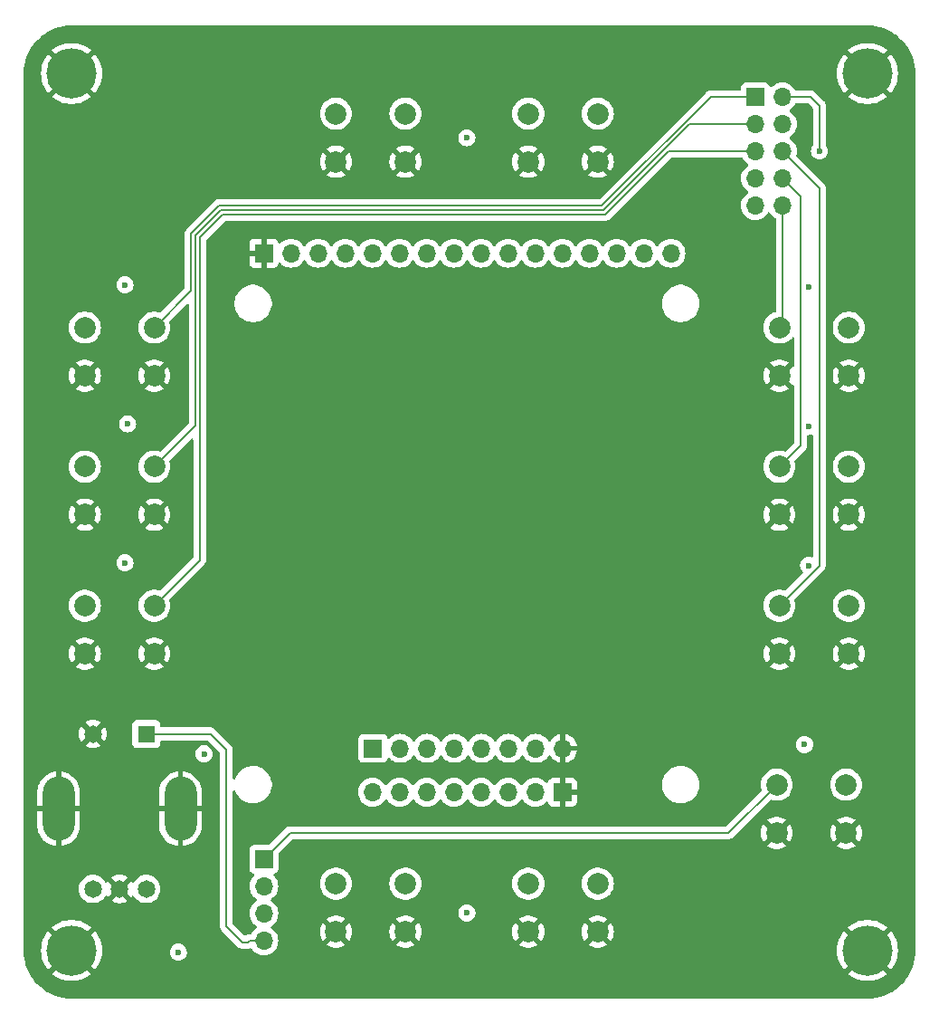
<source format=gbr>
G04 #@! TF.GenerationSoftware,KiCad,Pcbnew,8.0.3+1*
G04 #@! TF.CreationDate,2024-08-19T07:15:10+00:00*
G04 #@! TF.ProjectId,DriverDeskTft,44726976-6572-4446-9573-6b5466742e6b,0.0.1*
G04 #@! TF.SameCoordinates,Original*
G04 #@! TF.FileFunction,Copper,L4,Bot*
G04 #@! TF.FilePolarity,Positive*
%FSLAX46Y46*%
G04 Gerber Fmt 4.6, Leading zero omitted, Abs format (unit mm)*
G04 Created by KiCad (PCBNEW 8.0.3+1) date 2024-08-19 07:15:10*
%MOMM*%
%LPD*%
G01*
G04 APERTURE LIST*
G04 #@! TA.AperFunction,ComponentPad*
%ADD10C,4.700000*%
G04 #@! TD*
G04 #@! TA.AperFunction,ComponentPad*
%ADD11R,1.700000X1.700000*%
G04 #@! TD*
G04 #@! TA.AperFunction,ComponentPad*
%ADD12O,1.700000X1.700000*%
G04 #@! TD*
G04 #@! TA.AperFunction,ComponentPad*
%ADD13C,2.000000*%
G04 #@! TD*
G04 #@! TA.AperFunction,ComponentPad*
%ADD14C,1.650000*%
G04 #@! TD*
G04 #@! TA.AperFunction,ComponentPad*
%ADD15O,3.000000X6.000000*%
G04 #@! TD*
G04 #@! TA.AperFunction,ComponentPad*
%ADD16R,1.650000X1.650000*%
G04 #@! TD*
G04 #@! TA.AperFunction,ViaPad*
%ADD17C,0.600000*%
G04 #@! TD*
G04 #@! TA.AperFunction,Conductor*
%ADD18C,0.200000*%
G04 #@! TD*
G04 APERTURE END LIST*
D10*
X137500000Y-140000000D03*
X63000000Y-58000000D03*
D11*
X91220000Y-121100000D03*
D12*
X93760000Y-121100000D03*
X96300000Y-121100000D03*
X98840000Y-121100000D03*
X101380000Y-121100000D03*
X103920000Y-121100000D03*
X106460000Y-121100000D03*
X109000000Y-121100000D03*
D10*
X63000000Y-140000000D03*
D11*
X81000000Y-131460000D03*
D12*
X81000000Y-134000000D03*
X81000000Y-136540000D03*
X81000000Y-139080000D03*
D10*
X137500000Y-58000000D03*
D11*
X127000000Y-60170000D03*
D12*
X129540000Y-60170000D03*
X127000000Y-62710000D03*
X129540000Y-62710000D03*
X127000000Y-65250000D03*
X129540000Y-65250000D03*
X127000000Y-67790000D03*
X129540000Y-67790000D03*
X127000000Y-70330000D03*
X129540000Y-70330000D03*
D11*
X81000000Y-74800000D03*
D12*
X83540000Y-74800000D03*
X86080000Y-74800000D03*
X88620000Y-74800000D03*
X91160000Y-74800000D03*
X93700000Y-74800000D03*
X96240000Y-74800000D03*
X98780000Y-74800000D03*
X101320000Y-74800000D03*
X103860000Y-74800000D03*
X106400000Y-74800000D03*
X108940000Y-74800000D03*
X111480000Y-74800000D03*
X114020000Y-74800000D03*
X116560000Y-74800000D03*
X119100000Y-74800000D03*
D11*
X108950000Y-125200000D03*
D12*
X106410000Y-125200000D03*
X103870000Y-125200000D03*
X101330000Y-125200000D03*
X98790000Y-125200000D03*
X96250000Y-125200000D03*
X93710000Y-125200000D03*
X91170000Y-125200000D03*
D13*
X94250000Y-61750000D03*
X87750000Y-61750000D03*
X94250000Y-66250000D03*
X87750000Y-66250000D03*
X135500000Y-124500000D03*
X129000000Y-124500000D03*
X135500000Y-129000000D03*
X129000000Y-129000000D03*
X94250000Y-133750000D03*
X87750000Y-133750000D03*
X94250000Y-138250000D03*
X87750000Y-138250000D03*
X135750000Y-81750000D03*
X129250000Y-81750000D03*
X135750000Y-86250000D03*
X129250000Y-86250000D03*
X70750000Y-94750000D03*
X64250000Y-94750000D03*
X70750000Y-99250000D03*
X64250000Y-99250000D03*
D14*
X70000000Y-134250000D03*
X65000000Y-134250000D03*
X67500000Y-134250000D03*
D15*
X73200000Y-126750000D03*
X61800000Y-126750000D03*
D16*
X70000000Y-119750000D03*
D14*
X65000000Y-119750000D03*
D13*
X112250000Y-133750000D03*
X105750000Y-133750000D03*
X112250000Y-138250000D03*
X105750000Y-138250000D03*
X135750000Y-94750000D03*
X129250000Y-94750000D03*
X135750000Y-99250000D03*
X129250000Y-99250000D03*
X70750000Y-81750000D03*
X64250000Y-81750000D03*
X70750000Y-86250000D03*
X64250000Y-86250000D03*
X70750000Y-107750000D03*
X64250000Y-107750000D03*
X70750000Y-112250000D03*
X64250000Y-112250000D03*
X135750000Y-107750000D03*
X129250000Y-107750000D03*
X135750000Y-112250000D03*
X129250000Y-112250000D03*
X112250000Y-61750000D03*
X105750000Y-61750000D03*
X112250000Y-66250000D03*
X105750000Y-66250000D03*
D17*
X100000000Y-136500000D03*
X100000000Y-64000000D03*
X132000000Y-91000000D03*
X68250000Y-90750000D03*
X131600000Y-120750000D03*
X132000000Y-104000000D03*
X73000000Y-140168750D03*
X68000000Y-103750000D03*
X75400000Y-121612500D03*
X68000000Y-77750000D03*
X132000000Y-78000000D03*
X133000000Y-65250000D03*
D18*
X79000000Y-139250000D02*
X79500000Y-139250000D01*
X79670000Y-139080000D02*
X81000000Y-139080000D01*
X77500000Y-121250000D02*
X77500000Y-137750000D01*
X70000000Y-119750000D02*
X76000000Y-119750000D01*
X79500000Y-139250000D02*
X79670000Y-139080000D01*
X77500000Y-137750000D02*
X79000000Y-139250000D01*
X76000000Y-119750000D02*
X77500000Y-121250000D01*
X124500000Y-129000000D02*
X129000000Y-124500000D01*
X83460000Y-129000000D02*
X124500000Y-129000000D01*
X81000000Y-131460000D02*
X83460000Y-129000000D01*
X74600000Y-73150000D02*
X77000000Y-70750000D01*
X77000000Y-70750000D02*
X112815686Y-70750000D01*
X74600000Y-90900000D02*
X74600000Y-73150000D01*
X112815686Y-70750000D02*
X120855686Y-62710000D01*
X70750000Y-94750000D02*
X74600000Y-90900000D01*
X120855686Y-62710000D02*
X127000000Y-62710000D01*
X132170000Y-60170000D02*
X129540000Y-60170000D01*
X133000000Y-65250000D02*
X133000000Y-61000000D01*
X133000000Y-61000000D02*
X132170000Y-60170000D01*
X74200000Y-72984314D02*
X74200000Y-78300000D01*
X127000000Y-60170000D02*
X122830000Y-60170000D01*
X112650000Y-70350000D02*
X76834314Y-70350000D01*
X74200000Y-78300000D02*
X70750000Y-81750000D01*
X122830000Y-60170000D02*
X112650000Y-70350000D01*
X76834314Y-70350000D02*
X74200000Y-72984314D01*
X112981372Y-71150000D02*
X77165686Y-71150000D01*
X75000000Y-73315686D02*
X75000000Y-103500000D01*
X127000000Y-65250000D02*
X118881372Y-65250000D01*
X77165686Y-71150000D02*
X75000000Y-73315686D01*
X75000000Y-103500000D02*
X70750000Y-107750000D01*
X118881372Y-65250000D02*
X112981372Y-71150000D01*
X133000000Y-104000000D02*
X129250000Y-107750000D01*
X133000000Y-68710000D02*
X133000000Y-104000000D01*
X129540000Y-65250000D02*
X133000000Y-68710000D01*
X129540000Y-81460000D02*
X129250000Y-81750000D01*
X129540000Y-70330000D02*
X129540000Y-81460000D01*
X131250000Y-92750000D02*
X129250000Y-94750000D01*
X131250000Y-69500000D02*
X131250000Y-92750000D01*
X129540000Y-67790000D02*
X131250000Y-69500000D01*
G04 #@! TA.AperFunction,Conductor*
G36*
X137502702Y-53500617D02*
G01*
X137886771Y-53517386D01*
X137897506Y-53518326D01*
X138275971Y-53568152D01*
X138286597Y-53570025D01*
X138659284Y-53652648D01*
X138669710Y-53655442D01*
X139033765Y-53770227D01*
X139043911Y-53773920D01*
X139396578Y-53920000D01*
X139406369Y-53924566D01*
X139744942Y-54100816D01*
X139754310Y-54106224D01*
X140076244Y-54311318D01*
X140085105Y-54317523D01*
X140387930Y-54549889D01*
X140396217Y-54556843D01*
X140677635Y-54814715D01*
X140685284Y-54822364D01*
X140943156Y-55103782D01*
X140950110Y-55112069D01*
X141182476Y-55414894D01*
X141188681Y-55423755D01*
X141393775Y-55745689D01*
X141399183Y-55755057D01*
X141575430Y-56093623D01*
X141580002Y-56103427D01*
X141726075Y-56456078D01*
X141729775Y-56466244D01*
X141844554Y-56830278D01*
X141847354Y-56840727D01*
X141929971Y-57213389D01*
X141931849Y-57224042D01*
X141981671Y-57602473D01*
X141982614Y-57613249D01*
X141999382Y-57997297D01*
X141999500Y-58002706D01*
X141999500Y-139997293D01*
X141999382Y-140002702D01*
X141982614Y-140386750D01*
X141981671Y-140397526D01*
X141931849Y-140775957D01*
X141929971Y-140786610D01*
X141847354Y-141159272D01*
X141844554Y-141169721D01*
X141729775Y-141533755D01*
X141726075Y-141543921D01*
X141580002Y-141896572D01*
X141575430Y-141906376D01*
X141399183Y-142244942D01*
X141393775Y-142254310D01*
X141188681Y-142576244D01*
X141182476Y-142585105D01*
X140950110Y-142887930D01*
X140943156Y-142896217D01*
X140685284Y-143177635D01*
X140677635Y-143185284D01*
X140396217Y-143443156D01*
X140387930Y-143450110D01*
X140085105Y-143682476D01*
X140076244Y-143688681D01*
X139754310Y-143893775D01*
X139744942Y-143899183D01*
X139406376Y-144075430D01*
X139396572Y-144080002D01*
X139043921Y-144226075D01*
X139033755Y-144229775D01*
X138669721Y-144344554D01*
X138659272Y-144347354D01*
X138286610Y-144429971D01*
X138275957Y-144431849D01*
X137897526Y-144481671D01*
X137886750Y-144482614D01*
X137502703Y-144499382D01*
X137497294Y-144499500D01*
X63002706Y-144499500D01*
X62997297Y-144499382D01*
X62613249Y-144482614D01*
X62602473Y-144481671D01*
X62224042Y-144431849D01*
X62213389Y-144429971D01*
X61840727Y-144347354D01*
X61830278Y-144344554D01*
X61466244Y-144229775D01*
X61456078Y-144226075D01*
X61103427Y-144080002D01*
X61093623Y-144075430D01*
X60755057Y-143899183D01*
X60745689Y-143893775D01*
X60423755Y-143688681D01*
X60414894Y-143682476D01*
X60112069Y-143450110D01*
X60103782Y-143443156D01*
X59822364Y-143185284D01*
X59814715Y-143177635D01*
X59556843Y-142896217D01*
X59549889Y-142887930D01*
X59317523Y-142585105D01*
X59311318Y-142576244D01*
X59106224Y-142254310D01*
X59100816Y-142244942D01*
X58924566Y-141906369D01*
X58919997Y-141896572D01*
X58773920Y-141543911D01*
X58770224Y-141533755D01*
X58712287Y-141350000D01*
X58655442Y-141169710D01*
X58652648Y-141159284D01*
X58570025Y-140786597D01*
X58568152Y-140775971D01*
X58518326Y-140397506D01*
X58517386Y-140386771D01*
X58500618Y-140002702D01*
X58500559Y-139999996D01*
X60145170Y-139999996D01*
X60145170Y-140000003D01*
X60164473Y-140331426D01*
X60164474Y-140331437D01*
X60222118Y-140658351D01*
X60222121Y-140658365D01*
X60317336Y-140976408D01*
X60448827Y-141281236D01*
X60448833Y-141281249D01*
X60614824Y-141568755D01*
X60812357Y-141834087D01*
X61884727Y-140761716D01*
X61970278Y-140879466D01*
X62120534Y-141029722D01*
X62238281Y-141115270D01*
X61169289Y-142184263D01*
X61295215Y-142289925D01*
X61572588Y-142472356D01*
X61869252Y-142621347D01*
X61869258Y-142621350D01*
X62181213Y-142734892D01*
X62181234Y-142734899D01*
X62504248Y-142811456D01*
X62504263Y-142811458D01*
X62834012Y-142849999D01*
X62834013Y-142850000D01*
X63165987Y-142850000D01*
X63165987Y-142849999D01*
X63495736Y-142811458D01*
X63495751Y-142811456D01*
X63818765Y-142734899D01*
X63818786Y-142734892D01*
X64130741Y-142621350D01*
X64130747Y-142621347D01*
X64427411Y-142472356D01*
X64704789Y-142289922D01*
X64830708Y-142184263D01*
X64830709Y-142184262D01*
X63761718Y-141115270D01*
X63879466Y-141029722D01*
X64029722Y-140879466D01*
X64115270Y-140761718D01*
X65187641Y-141834088D01*
X65385175Y-141568756D01*
X65551166Y-141281249D01*
X65551172Y-141281236D01*
X65682663Y-140976408D01*
X65777878Y-140658365D01*
X65777881Y-140658351D01*
X65835525Y-140331437D01*
X65835526Y-140331426D01*
X65845001Y-140168746D01*
X72194435Y-140168746D01*
X72194435Y-140168753D01*
X72214630Y-140347999D01*
X72214631Y-140348004D01*
X72274211Y-140518273D01*
X72362229Y-140658351D01*
X72370184Y-140671012D01*
X72497738Y-140798566D01*
X72650478Y-140894539D01*
X72820745Y-140954118D01*
X72820750Y-140954119D01*
X72999996Y-140974315D01*
X73000000Y-140974315D01*
X73000004Y-140974315D01*
X73179249Y-140954119D01*
X73179252Y-140954118D01*
X73179255Y-140954118D01*
X73349522Y-140894539D01*
X73502262Y-140798566D01*
X73629816Y-140671012D01*
X73725789Y-140518272D01*
X73785368Y-140348005D01*
X73795956Y-140254032D01*
X73805565Y-140168753D01*
X73805565Y-140168746D01*
X73785369Y-139989500D01*
X73785368Y-139989495D01*
X73736732Y-139850501D01*
X73725789Y-139819228D01*
X73725712Y-139819106D01*
X73682290Y-139750000D01*
X73629816Y-139666488D01*
X73502262Y-139538934D01*
X73456303Y-139510056D01*
X73349523Y-139442961D01*
X73179254Y-139383381D01*
X73179249Y-139383380D01*
X73000004Y-139363185D01*
X72999996Y-139363185D01*
X72820750Y-139383380D01*
X72820745Y-139383381D01*
X72650476Y-139442961D01*
X72497737Y-139538934D01*
X72370184Y-139666487D01*
X72274211Y-139819226D01*
X72214631Y-139989495D01*
X72214630Y-139989500D01*
X72194435Y-140168746D01*
X65845001Y-140168746D01*
X65854830Y-140000003D01*
X65854830Y-139999996D01*
X65835526Y-139668573D01*
X65835525Y-139668562D01*
X65777881Y-139341648D01*
X65777878Y-139341634D01*
X65682663Y-139023591D01*
X65551172Y-138718763D01*
X65551166Y-138718750D01*
X65385172Y-138431239D01*
X65187642Y-138165910D01*
X64115270Y-139238281D01*
X64029722Y-139120534D01*
X63879466Y-138970278D01*
X63761717Y-138884728D01*
X64830709Y-137815736D01*
X64830709Y-137815735D01*
X64704784Y-137710074D01*
X64427411Y-137527643D01*
X64130747Y-137378652D01*
X64130741Y-137378649D01*
X63818786Y-137265107D01*
X63818765Y-137265100D01*
X63495751Y-137188543D01*
X63495736Y-137188541D01*
X63165987Y-137150000D01*
X62834013Y-137150000D01*
X62504263Y-137188541D01*
X62504248Y-137188543D01*
X62181234Y-137265100D01*
X62181213Y-137265107D01*
X61869258Y-137378649D01*
X61869252Y-137378652D01*
X61572581Y-137527646D01*
X61295220Y-137710070D01*
X61295213Y-137710075D01*
X61169289Y-137815735D01*
X62238282Y-138884728D01*
X62120534Y-138970278D01*
X61970278Y-139120534D01*
X61884728Y-139238282D01*
X60812357Y-138165911D01*
X60812356Y-138165911D01*
X60614829Y-138431236D01*
X60614825Y-138431242D01*
X60448833Y-138718750D01*
X60448827Y-138718763D01*
X60317336Y-139023591D01*
X60222121Y-139341634D01*
X60222118Y-139341648D01*
X60164474Y-139668562D01*
X60164473Y-139668573D01*
X60145170Y-139999996D01*
X58500559Y-139999996D01*
X58500500Y-139997293D01*
X58500500Y-134249998D01*
X63669437Y-134249998D01*
X63669437Y-134250001D01*
X63689650Y-134481044D01*
X63689651Y-134481051D01*
X63749678Y-134705074D01*
X63749679Y-134705076D01*
X63749680Y-134705079D01*
X63847699Y-134915282D01*
X63980730Y-135105269D01*
X64144731Y-135269270D01*
X64334718Y-135402301D01*
X64544921Y-135500320D01*
X64768950Y-135560349D01*
X64933985Y-135574787D01*
X64999998Y-135580563D01*
X65000000Y-135580563D01*
X65000002Y-135580563D01*
X65057762Y-135575509D01*
X65231050Y-135560349D01*
X65455079Y-135500320D01*
X65665282Y-135402301D01*
X65855269Y-135269270D01*
X66019270Y-135105269D01*
X66148731Y-134920380D01*
X66203306Y-134876757D01*
X66272804Y-134869563D01*
X66335159Y-134901086D01*
X66351879Y-134920381D01*
X66403023Y-134993422D01*
X66976212Y-134420233D01*
X66987482Y-134462292D01*
X67059890Y-134587708D01*
X67162292Y-134690110D01*
X67287708Y-134762518D01*
X67329765Y-134773787D01*
X66756576Y-135346975D01*
X66834969Y-135401867D01*
X67045090Y-135499847D01*
X67045099Y-135499851D01*
X67269031Y-135559852D01*
X67269041Y-135559854D01*
X67499999Y-135580061D01*
X67500001Y-135580061D01*
X67730958Y-135559854D01*
X67730968Y-135559852D01*
X67954900Y-135499851D01*
X67954909Y-135499847D01*
X68165030Y-135401867D01*
X68165034Y-135401865D01*
X68243422Y-135346976D01*
X68243422Y-135346975D01*
X67670235Y-134773787D01*
X67712292Y-134762518D01*
X67837708Y-134690110D01*
X67940110Y-134587708D01*
X68012518Y-134462292D01*
X68023787Y-134420234D01*
X68596975Y-134993421D01*
X68648120Y-134920381D01*
X68702698Y-134876756D01*
X68772196Y-134869564D01*
X68834551Y-134901086D01*
X68851266Y-134920377D01*
X68980730Y-135105269D01*
X69144731Y-135269270D01*
X69334718Y-135402301D01*
X69544921Y-135500320D01*
X69768950Y-135560349D01*
X69933985Y-135574787D01*
X69999998Y-135580563D01*
X70000000Y-135580563D01*
X70000002Y-135580563D01*
X70057762Y-135575509D01*
X70231050Y-135560349D01*
X70455079Y-135500320D01*
X70665282Y-135402301D01*
X70855269Y-135269270D01*
X71019270Y-135105269D01*
X71152301Y-134915282D01*
X71250320Y-134705079D01*
X71310349Y-134481050D01*
X71330563Y-134250000D01*
X71329286Y-134235408D01*
X71310349Y-134018955D01*
X71310349Y-134018950D01*
X71250320Y-133794921D01*
X71152301Y-133584719D01*
X71152299Y-133584716D01*
X71152298Y-133584714D01*
X71019273Y-133394735D01*
X71019268Y-133394729D01*
X70855269Y-133230730D01*
X70744292Y-133153023D01*
X70665282Y-133097699D01*
X70455079Y-132999680D01*
X70455076Y-132999679D01*
X70455074Y-132999678D01*
X70231051Y-132939651D01*
X70231044Y-132939650D01*
X70000002Y-132919437D01*
X69999998Y-132919437D01*
X69768955Y-132939650D01*
X69768948Y-132939651D01*
X69544917Y-132999681D01*
X69334718Y-133097699D01*
X69334714Y-133097701D01*
X69144735Y-133230726D01*
X69144729Y-133230731D01*
X68980731Y-133394729D01*
X68980730Y-133394731D01*
X68851269Y-133579619D01*
X68796691Y-133623244D01*
X68727193Y-133630436D01*
X68664838Y-133598914D01*
X68648119Y-133579618D01*
X68596975Y-133506577D01*
X68596975Y-133506576D01*
X68023787Y-134079764D01*
X68012518Y-134037708D01*
X67940110Y-133912292D01*
X67837708Y-133809890D01*
X67712292Y-133737482D01*
X67670234Y-133726212D01*
X68243422Y-133153023D01*
X68165030Y-133098133D01*
X67954909Y-133000152D01*
X67954900Y-133000148D01*
X67730968Y-132940147D01*
X67730958Y-132940145D01*
X67500001Y-132919939D01*
X67499999Y-132919939D01*
X67269041Y-132940145D01*
X67269031Y-132940147D01*
X67045099Y-133000148D01*
X67045090Y-133000152D01*
X66834967Y-133098134D01*
X66756576Y-133153022D01*
X67329766Y-133726212D01*
X67287708Y-133737482D01*
X67162292Y-133809890D01*
X67059890Y-133912292D01*
X66987482Y-134037708D01*
X66976212Y-134079766D01*
X66403022Y-133506576D01*
X66403022Y-133506577D01*
X66351879Y-133579618D01*
X66297303Y-133623243D01*
X66227804Y-133630437D01*
X66165449Y-133598915D01*
X66148729Y-133579618D01*
X66118423Y-133536337D01*
X66019270Y-133394731D01*
X65855269Y-133230730D01*
X65665282Y-133097699D01*
X65455079Y-132999680D01*
X65455076Y-132999679D01*
X65455074Y-132999678D01*
X65231051Y-132939651D01*
X65231044Y-132939650D01*
X65000002Y-132919437D01*
X64999998Y-132919437D01*
X64768955Y-132939650D01*
X64768948Y-132939651D01*
X64544917Y-132999681D01*
X64334718Y-133097699D01*
X64334714Y-133097701D01*
X64144735Y-133230726D01*
X64144729Y-133230731D01*
X63980731Y-133394729D01*
X63980726Y-133394735D01*
X63847701Y-133584714D01*
X63847699Y-133584718D01*
X63749681Y-133794917D01*
X63689651Y-134018948D01*
X63689650Y-134018955D01*
X63669437Y-134249998D01*
X58500500Y-134249998D01*
X58500500Y-125118905D01*
X59800000Y-125118905D01*
X59800000Y-126500000D01*
X60800000Y-126500000D01*
X60800000Y-127000000D01*
X59800000Y-127000000D01*
X59800000Y-128381094D01*
X59834220Y-128641009D01*
X59834222Y-128641020D01*
X59902075Y-128894255D01*
X60002404Y-129136471D01*
X60002409Y-129136482D01*
X60133496Y-129363528D01*
X60293092Y-129571519D01*
X60293098Y-129571526D01*
X60478473Y-129756901D01*
X60478480Y-129756907D01*
X60686471Y-129916503D01*
X60913517Y-130047590D01*
X60913528Y-130047595D01*
X61155744Y-130147924D01*
X61408979Y-130215777D01*
X61408992Y-130215780D01*
X61550000Y-130234343D01*
X61550000Y-128119863D01*
X61701509Y-128150000D01*
X61898491Y-128150000D01*
X62050000Y-128119863D01*
X62050000Y-130234342D01*
X62191007Y-130215780D01*
X62191020Y-130215777D01*
X62444255Y-130147924D01*
X62686471Y-130047595D01*
X62686482Y-130047590D01*
X62913528Y-129916503D01*
X63121519Y-129756907D01*
X63121526Y-129756901D01*
X63306901Y-129571526D01*
X63306907Y-129571519D01*
X63466503Y-129363528D01*
X63597590Y-129136482D01*
X63597595Y-129136471D01*
X63697924Y-128894255D01*
X63765777Y-128641020D01*
X63765779Y-128641009D01*
X63799999Y-128381094D01*
X63800000Y-128381080D01*
X63800000Y-127000000D01*
X62800000Y-127000000D01*
X62800000Y-126500000D01*
X63800000Y-126500000D01*
X63800000Y-125118919D01*
X63799999Y-125118905D01*
X71200000Y-125118905D01*
X71200000Y-126500000D01*
X72200000Y-126500000D01*
X72200000Y-127000000D01*
X71200000Y-127000000D01*
X71200000Y-128381094D01*
X71234220Y-128641009D01*
X71234222Y-128641020D01*
X71302075Y-128894255D01*
X71402404Y-129136471D01*
X71402409Y-129136482D01*
X71533496Y-129363528D01*
X71693092Y-129571519D01*
X71693098Y-129571526D01*
X71878473Y-129756901D01*
X71878480Y-129756907D01*
X72086471Y-129916503D01*
X72313517Y-130047590D01*
X72313528Y-130047595D01*
X72555744Y-130147924D01*
X72808979Y-130215777D01*
X72808992Y-130215780D01*
X72950000Y-130234343D01*
X72950000Y-128119863D01*
X73101509Y-128150000D01*
X73298491Y-128150000D01*
X73450000Y-128119863D01*
X73450000Y-130234342D01*
X73591007Y-130215780D01*
X73591020Y-130215777D01*
X73844255Y-130147924D01*
X74086471Y-130047595D01*
X74086482Y-130047590D01*
X74313528Y-129916503D01*
X74521519Y-129756907D01*
X74521526Y-129756901D01*
X74706901Y-129571526D01*
X74706907Y-129571519D01*
X74866503Y-129363528D01*
X74997590Y-129136482D01*
X74997595Y-129136471D01*
X75097924Y-128894255D01*
X75165777Y-128641020D01*
X75165779Y-128641009D01*
X75199999Y-128381094D01*
X75200000Y-128381080D01*
X75200000Y-127000000D01*
X74200000Y-127000000D01*
X74200000Y-126500000D01*
X75200000Y-126500000D01*
X75200000Y-125118919D01*
X75199999Y-125118905D01*
X75165779Y-124858990D01*
X75165777Y-124858979D01*
X75097924Y-124605744D01*
X74997595Y-124363528D01*
X74997590Y-124363517D01*
X74866503Y-124136471D01*
X74706907Y-123928480D01*
X74706901Y-123928473D01*
X74521526Y-123743098D01*
X74521519Y-123743092D01*
X74313528Y-123583496D01*
X74086482Y-123452409D01*
X74086471Y-123452404D01*
X73844255Y-123352075D01*
X73591016Y-123284221D01*
X73450000Y-123265654D01*
X73450000Y-125380136D01*
X73298491Y-125350000D01*
X73101509Y-125350000D01*
X72950000Y-125380136D01*
X72950000Y-123265654D01*
X72949999Y-123265654D01*
X72808983Y-123284221D01*
X72555744Y-123352075D01*
X72313528Y-123452404D01*
X72313517Y-123452409D01*
X72086471Y-123583496D01*
X71878480Y-123743092D01*
X71878473Y-123743098D01*
X71693098Y-123928473D01*
X71693092Y-123928480D01*
X71533496Y-124136471D01*
X71402409Y-124363517D01*
X71402404Y-124363528D01*
X71302075Y-124605744D01*
X71234222Y-124858979D01*
X71234220Y-124858990D01*
X71200000Y-125118905D01*
X63799999Y-125118905D01*
X63765779Y-124858990D01*
X63765777Y-124858979D01*
X63697924Y-124605744D01*
X63597595Y-124363528D01*
X63597590Y-124363517D01*
X63466503Y-124136471D01*
X63306907Y-123928480D01*
X63306901Y-123928473D01*
X63121526Y-123743098D01*
X63121519Y-123743092D01*
X62913528Y-123583496D01*
X62686482Y-123452409D01*
X62686471Y-123452404D01*
X62444255Y-123352075D01*
X62191016Y-123284221D01*
X62050000Y-123265654D01*
X62050000Y-125380136D01*
X61898491Y-125350000D01*
X61701509Y-125350000D01*
X61550000Y-125380136D01*
X61550000Y-123265654D01*
X61549999Y-123265654D01*
X61408983Y-123284221D01*
X61155744Y-123352075D01*
X60913528Y-123452404D01*
X60913517Y-123452409D01*
X60686471Y-123583496D01*
X60478480Y-123743092D01*
X60478473Y-123743098D01*
X60293098Y-123928473D01*
X60293092Y-123928480D01*
X60133496Y-124136471D01*
X60002409Y-124363517D01*
X60002404Y-124363528D01*
X59902075Y-124605744D01*
X59834222Y-124858979D01*
X59834220Y-124858990D01*
X59800000Y-125118905D01*
X58500500Y-125118905D01*
X58500500Y-121612496D01*
X74594435Y-121612496D01*
X74594435Y-121612503D01*
X74614630Y-121791749D01*
X74614631Y-121791754D01*
X74674211Y-121962023D01*
X74708485Y-122016569D01*
X74770184Y-122114762D01*
X74897738Y-122242316D01*
X75050478Y-122338289D01*
X75152257Y-122373903D01*
X75220745Y-122397868D01*
X75220750Y-122397869D01*
X75399996Y-122418065D01*
X75400000Y-122418065D01*
X75400004Y-122418065D01*
X75579249Y-122397869D01*
X75579252Y-122397868D01*
X75579255Y-122397868D01*
X75749522Y-122338289D01*
X75902262Y-122242316D01*
X76029816Y-122114762D01*
X76125789Y-121962022D01*
X76185368Y-121791755D01*
X76185369Y-121791749D01*
X76205565Y-121612503D01*
X76205565Y-121612496D01*
X76185369Y-121433250D01*
X76185368Y-121433245D01*
X76151133Y-121335408D01*
X76125789Y-121262978D01*
X76029816Y-121110238D01*
X75902262Y-120982684D01*
X75822465Y-120932544D01*
X75749523Y-120886711D01*
X75579254Y-120827131D01*
X75579249Y-120827130D01*
X75400004Y-120806935D01*
X75399996Y-120806935D01*
X75220750Y-120827130D01*
X75220745Y-120827131D01*
X75050476Y-120886711D01*
X74897737Y-120982684D01*
X74770184Y-121110237D01*
X74674211Y-121262976D01*
X74614631Y-121433245D01*
X74614630Y-121433250D01*
X74594435Y-121612496D01*
X58500500Y-121612496D01*
X58500500Y-119749999D01*
X63669939Y-119749999D01*
X63669939Y-119750000D01*
X63690145Y-119980958D01*
X63690147Y-119980968D01*
X63750148Y-120204900D01*
X63750152Y-120204909D01*
X63848133Y-120415030D01*
X63903023Y-120493422D01*
X64476212Y-119920233D01*
X64487482Y-119962292D01*
X64559890Y-120087708D01*
X64662292Y-120190110D01*
X64787708Y-120262518D01*
X64829765Y-120273787D01*
X64256576Y-120846975D01*
X64334969Y-120901867D01*
X64545090Y-120999847D01*
X64545099Y-120999851D01*
X64769031Y-121059852D01*
X64769041Y-121059854D01*
X64999999Y-121080061D01*
X65000001Y-121080061D01*
X65230958Y-121059854D01*
X65230968Y-121059852D01*
X65454900Y-120999851D01*
X65454909Y-120999847D01*
X65665030Y-120901867D01*
X65665034Y-120901865D01*
X65743422Y-120846976D01*
X65743422Y-120846975D01*
X65170235Y-120273787D01*
X65212292Y-120262518D01*
X65337708Y-120190110D01*
X65440110Y-120087708D01*
X65512518Y-119962292D01*
X65523787Y-119920234D01*
X66096975Y-120493422D01*
X66096976Y-120493422D01*
X66151865Y-120415034D01*
X66151867Y-120415030D01*
X66249847Y-120204909D01*
X66249851Y-120204900D01*
X66309852Y-119980968D01*
X66309854Y-119980958D01*
X66330061Y-119750000D01*
X66330061Y-119749999D01*
X66309854Y-119519041D01*
X66309852Y-119519031D01*
X66249851Y-119295099D01*
X66249847Y-119295090D01*
X66151867Y-119084971D01*
X66151866Y-119084969D01*
X66096975Y-119006577D01*
X66096975Y-119006576D01*
X65523787Y-119579764D01*
X65512518Y-119537708D01*
X65440110Y-119412292D01*
X65337708Y-119309890D01*
X65212292Y-119237482D01*
X65170234Y-119226212D01*
X65519310Y-118877135D01*
X68674500Y-118877135D01*
X68674500Y-120622870D01*
X68674501Y-120622876D01*
X68680908Y-120682483D01*
X68731202Y-120817328D01*
X68731206Y-120817335D01*
X68817452Y-120932544D01*
X68817455Y-120932547D01*
X68932664Y-121018793D01*
X68932671Y-121018797D01*
X69067517Y-121069091D01*
X69067516Y-121069091D01*
X69074444Y-121069835D01*
X69127127Y-121075500D01*
X70872872Y-121075499D01*
X70932483Y-121069091D01*
X71067331Y-121018796D01*
X71182546Y-120932546D01*
X71268796Y-120817331D01*
X71319091Y-120682483D01*
X71325500Y-120622873D01*
X71325500Y-120474500D01*
X71345185Y-120407461D01*
X71397989Y-120361706D01*
X71449500Y-120350500D01*
X75699903Y-120350500D01*
X75766942Y-120370185D01*
X75787584Y-120386819D01*
X76863181Y-121462416D01*
X76896666Y-121523739D01*
X76899500Y-121550097D01*
X76899500Y-137663330D01*
X76899499Y-137663348D01*
X76899499Y-137829054D01*
X76899498Y-137829054D01*
X76940423Y-137981785D01*
X76969358Y-138031900D01*
X76969359Y-138031904D01*
X76969360Y-138031904D01*
X77019479Y-138118714D01*
X77019481Y-138118717D01*
X77138349Y-138237585D01*
X77138355Y-138237590D01*
X78515139Y-139614374D01*
X78515149Y-139614385D01*
X78519479Y-139618715D01*
X78519480Y-139618716D01*
X78631284Y-139730520D01*
X78631286Y-139730521D01*
X78631290Y-139730524D01*
X78767788Y-139809330D01*
X78768216Y-139809577D01*
X78880019Y-139839534D01*
X78920942Y-139850500D01*
X78920943Y-139850500D01*
X79413331Y-139850500D01*
X79413347Y-139850501D01*
X79420943Y-139850501D01*
X79579054Y-139850501D01*
X79579057Y-139850501D01*
X79731785Y-139809577D01*
X79731787Y-139809575D01*
X79731790Y-139809575D01*
X79739297Y-139806466D01*
X79740483Y-139809330D01*
X79794075Y-139796295D01*
X79860116Y-139819106D01*
X79889826Y-139849033D01*
X79961505Y-139951401D01*
X80128599Y-140118495D01*
X80200365Y-140168746D01*
X80322165Y-140254032D01*
X80322167Y-140254033D01*
X80322170Y-140254035D01*
X80536337Y-140353903D01*
X80764592Y-140415063D01*
X80952918Y-140431539D01*
X80999999Y-140435659D01*
X81000000Y-140435659D01*
X81000001Y-140435659D01*
X81039234Y-140432226D01*
X81235408Y-140415063D01*
X81463663Y-140353903D01*
X81677830Y-140254035D01*
X81871401Y-140118495D01*
X81989900Y-139999996D01*
X134645170Y-139999996D01*
X134645170Y-140000003D01*
X134664473Y-140331426D01*
X134664474Y-140331437D01*
X134722118Y-140658351D01*
X134722121Y-140658365D01*
X134817336Y-140976408D01*
X134948827Y-141281236D01*
X134948833Y-141281249D01*
X135114824Y-141568755D01*
X135312357Y-141834087D01*
X136384727Y-140761716D01*
X136470278Y-140879466D01*
X136620534Y-141029722D01*
X136738281Y-141115270D01*
X135669289Y-142184263D01*
X135795215Y-142289925D01*
X136072588Y-142472356D01*
X136369252Y-142621347D01*
X136369258Y-142621350D01*
X136681213Y-142734892D01*
X136681234Y-142734899D01*
X137004248Y-142811456D01*
X137004263Y-142811458D01*
X137334012Y-142849999D01*
X137334013Y-142850000D01*
X137665987Y-142850000D01*
X137665987Y-142849999D01*
X137995736Y-142811458D01*
X137995751Y-142811456D01*
X138318765Y-142734899D01*
X138318786Y-142734892D01*
X138630741Y-142621350D01*
X138630747Y-142621347D01*
X138927411Y-142472356D01*
X139204789Y-142289922D01*
X139330708Y-142184263D01*
X139330709Y-142184262D01*
X138261718Y-141115270D01*
X138379466Y-141029722D01*
X138529722Y-140879466D01*
X138615270Y-140761717D01*
X139687641Y-141834088D01*
X139885175Y-141568756D01*
X140051166Y-141281249D01*
X140051172Y-141281236D01*
X140182663Y-140976408D01*
X140277878Y-140658365D01*
X140277881Y-140658351D01*
X140335525Y-140331437D01*
X140335526Y-140331426D01*
X140354830Y-140000003D01*
X140354830Y-139999996D01*
X140335526Y-139668573D01*
X140335525Y-139668562D01*
X140277881Y-139341648D01*
X140277878Y-139341634D01*
X140182663Y-139023591D01*
X140051172Y-138718763D01*
X140051166Y-138718750D01*
X139885172Y-138431239D01*
X139687642Y-138165910D01*
X138615270Y-139238281D01*
X138529722Y-139120534D01*
X138379466Y-138970278D01*
X138261717Y-138884728D01*
X139330709Y-137815736D01*
X139330709Y-137815735D01*
X139204784Y-137710074D01*
X138927411Y-137527643D01*
X138630747Y-137378652D01*
X138630741Y-137378649D01*
X138318786Y-137265107D01*
X138318765Y-137265100D01*
X137995751Y-137188543D01*
X137995736Y-137188541D01*
X137665987Y-137150000D01*
X137334013Y-137150000D01*
X137004263Y-137188541D01*
X137004248Y-137188543D01*
X136681234Y-137265100D01*
X136681213Y-137265107D01*
X136369258Y-137378649D01*
X136369252Y-137378652D01*
X136072581Y-137527646D01*
X135795220Y-137710070D01*
X135795213Y-137710075D01*
X135669289Y-137815735D01*
X136738282Y-138884728D01*
X136620534Y-138970278D01*
X136470278Y-139120534D01*
X136384728Y-139238282D01*
X135312357Y-138165911D01*
X135312356Y-138165911D01*
X135114829Y-138431236D01*
X135114825Y-138431242D01*
X134948833Y-138718750D01*
X134948827Y-138718763D01*
X134817336Y-139023591D01*
X134722121Y-139341634D01*
X134722118Y-139341648D01*
X134664474Y-139668562D01*
X134664473Y-139668573D01*
X134645170Y-139999996D01*
X81989900Y-139999996D01*
X82038495Y-139951401D01*
X82174035Y-139757830D01*
X82273903Y-139543663D01*
X82335063Y-139315408D01*
X82355659Y-139080000D01*
X82335063Y-138844592D01*
X82273903Y-138616337D01*
X82174035Y-138402171D01*
X82174034Y-138402169D01*
X82067480Y-138249994D01*
X86244859Y-138249994D01*
X86244859Y-138250005D01*
X86265385Y-138497729D01*
X86265387Y-138497738D01*
X86326412Y-138738717D01*
X86426266Y-138966364D01*
X86526564Y-139119882D01*
X87226212Y-138420234D01*
X87237482Y-138462292D01*
X87309890Y-138587708D01*
X87412292Y-138690110D01*
X87537708Y-138762518D01*
X87579765Y-138773787D01*
X86879942Y-139473609D01*
X86926768Y-139510055D01*
X86926770Y-139510056D01*
X87145385Y-139628364D01*
X87145396Y-139628369D01*
X87380506Y-139709083D01*
X87625707Y-139750000D01*
X87874293Y-139750000D01*
X88119493Y-139709083D01*
X88354603Y-139628369D01*
X88354614Y-139628364D01*
X88573228Y-139510057D01*
X88573231Y-139510055D01*
X88620056Y-139473609D01*
X87920234Y-138773787D01*
X87962292Y-138762518D01*
X88087708Y-138690110D01*
X88190110Y-138587708D01*
X88262518Y-138462292D01*
X88273787Y-138420235D01*
X88973434Y-139119882D01*
X89073731Y-138966369D01*
X89173587Y-138738717D01*
X89234612Y-138497738D01*
X89234614Y-138497729D01*
X89255141Y-138250005D01*
X89255141Y-138249994D01*
X92744859Y-138249994D01*
X92744859Y-138250005D01*
X92765385Y-138497729D01*
X92765387Y-138497738D01*
X92826412Y-138738717D01*
X92926266Y-138966364D01*
X93026564Y-139119882D01*
X93726212Y-138420234D01*
X93737482Y-138462292D01*
X93809890Y-138587708D01*
X93912292Y-138690110D01*
X94037708Y-138762518D01*
X94079765Y-138773787D01*
X93379942Y-139473609D01*
X93426768Y-139510055D01*
X93426770Y-139510056D01*
X93645385Y-139628364D01*
X93645396Y-139628369D01*
X93880506Y-139709083D01*
X94125707Y-139750000D01*
X94374293Y-139750000D01*
X94619493Y-139709083D01*
X94854603Y-139628369D01*
X94854614Y-139628364D01*
X95073228Y-139510057D01*
X95073231Y-139510055D01*
X95120056Y-139473609D01*
X94420234Y-138773787D01*
X94462292Y-138762518D01*
X94587708Y-138690110D01*
X94690110Y-138587708D01*
X94762518Y-138462292D01*
X94773787Y-138420235D01*
X95473434Y-139119882D01*
X95573731Y-138966369D01*
X95673587Y-138738717D01*
X95734612Y-138497738D01*
X95734614Y-138497729D01*
X95755141Y-138250005D01*
X95755141Y-138249994D01*
X104244859Y-138249994D01*
X104244859Y-138250005D01*
X104265385Y-138497729D01*
X104265387Y-138497738D01*
X104326412Y-138738717D01*
X104426266Y-138966364D01*
X104526564Y-139119882D01*
X105226212Y-138420234D01*
X105237482Y-138462292D01*
X105309890Y-138587708D01*
X105412292Y-138690110D01*
X105537708Y-138762518D01*
X105579765Y-138773787D01*
X104879942Y-139473609D01*
X104926768Y-139510055D01*
X104926770Y-139510056D01*
X105145385Y-139628364D01*
X105145396Y-139628369D01*
X105380506Y-139709083D01*
X105625707Y-139750000D01*
X105874293Y-139750000D01*
X106119493Y-139709083D01*
X106354603Y-139628369D01*
X106354614Y-139628364D01*
X106573228Y-139510057D01*
X106573231Y-139510055D01*
X106620056Y-139473609D01*
X105920234Y-138773787D01*
X105962292Y-138762518D01*
X106087708Y-138690110D01*
X106190110Y-138587708D01*
X106262518Y-138462292D01*
X106273787Y-138420235D01*
X106973434Y-139119882D01*
X107073731Y-138966369D01*
X107173587Y-138738717D01*
X107234612Y-138497738D01*
X107234614Y-138497729D01*
X107255141Y-138250005D01*
X107255141Y-138249994D01*
X110744859Y-138249994D01*
X110744859Y-138250005D01*
X110765385Y-138497729D01*
X110765387Y-138497738D01*
X110826412Y-138738717D01*
X110926266Y-138966364D01*
X111026564Y-139119882D01*
X111726212Y-138420234D01*
X111737482Y-138462292D01*
X111809890Y-138587708D01*
X111912292Y-138690110D01*
X112037708Y-138762518D01*
X112079765Y-138773787D01*
X111379942Y-139473609D01*
X111426768Y-139510055D01*
X111426770Y-139510056D01*
X111645385Y-139628364D01*
X111645396Y-139628369D01*
X111880506Y-139709083D01*
X112125707Y-139750000D01*
X112374293Y-139750000D01*
X112619493Y-139709083D01*
X112854603Y-139628369D01*
X112854614Y-139628364D01*
X113073228Y-139510057D01*
X113073231Y-139510055D01*
X113120056Y-139473609D01*
X112420234Y-138773787D01*
X112462292Y-138762518D01*
X112587708Y-138690110D01*
X112690110Y-138587708D01*
X112762518Y-138462292D01*
X112773787Y-138420235D01*
X113473434Y-139119882D01*
X113573731Y-138966369D01*
X113673587Y-138738717D01*
X113734612Y-138497738D01*
X113734614Y-138497729D01*
X113755141Y-138250005D01*
X113755141Y-138249994D01*
X113734614Y-138002270D01*
X113734612Y-138002261D01*
X113673587Y-137761282D01*
X113573731Y-137533630D01*
X113473434Y-137380116D01*
X112773787Y-138079764D01*
X112762518Y-138037708D01*
X112690110Y-137912292D01*
X112587708Y-137809890D01*
X112462292Y-137737482D01*
X112420235Y-137726212D01*
X113120057Y-137026390D01*
X113120056Y-137026389D01*
X113073229Y-136989943D01*
X112854614Y-136871635D01*
X112854603Y-136871630D01*
X112619493Y-136790916D01*
X112374293Y-136750000D01*
X112125707Y-136750000D01*
X111880506Y-136790916D01*
X111645396Y-136871630D01*
X111645390Y-136871632D01*
X111426761Y-136989949D01*
X111379942Y-137026388D01*
X111379942Y-137026390D01*
X112079765Y-137726212D01*
X112037708Y-137737482D01*
X111912292Y-137809890D01*
X111809890Y-137912292D01*
X111737482Y-138037708D01*
X111726212Y-138079764D01*
X111026564Y-137380116D01*
X110926267Y-137533632D01*
X110826412Y-137761282D01*
X110765387Y-138002261D01*
X110765385Y-138002270D01*
X110744859Y-138249994D01*
X107255141Y-138249994D01*
X107234614Y-138002270D01*
X107234612Y-138002261D01*
X107173587Y-137761282D01*
X107073731Y-137533630D01*
X106973434Y-137380116D01*
X106273787Y-138079764D01*
X106262518Y-138037708D01*
X106190110Y-137912292D01*
X106087708Y-137809890D01*
X105962292Y-137737482D01*
X105920235Y-137726212D01*
X106620057Y-137026390D01*
X106620056Y-137026389D01*
X106573229Y-136989943D01*
X106354614Y-136871635D01*
X106354603Y-136871630D01*
X106119493Y-136790916D01*
X105874293Y-136750000D01*
X105625707Y-136750000D01*
X105380506Y-136790916D01*
X105145396Y-136871630D01*
X105145390Y-136871632D01*
X104926761Y-136989949D01*
X104879942Y-137026388D01*
X104879942Y-137026390D01*
X105579765Y-137726212D01*
X105537708Y-137737482D01*
X105412292Y-137809890D01*
X105309890Y-137912292D01*
X105237482Y-138037708D01*
X105226212Y-138079764D01*
X104526564Y-137380116D01*
X104426267Y-137533632D01*
X104326412Y-137761282D01*
X104265387Y-138002261D01*
X104265385Y-138002270D01*
X104244859Y-138249994D01*
X95755141Y-138249994D01*
X95734614Y-138002270D01*
X95734612Y-138002261D01*
X95673587Y-137761282D01*
X95573731Y-137533630D01*
X95473434Y-137380116D01*
X94773787Y-138079764D01*
X94762518Y-138037708D01*
X94690110Y-137912292D01*
X94587708Y-137809890D01*
X94462292Y-137737482D01*
X94420235Y-137726212D01*
X95120057Y-137026390D01*
X95120056Y-137026389D01*
X95073229Y-136989943D01*
X94854614Y-136871635D01*
X94854603Y-136871630D01*
X94619493Y-136790916D01*
X94374293Y-136750000D01*
X94125707Y-136750000D01*
X93880506Y-136790916D01*
X93645396Y-136871630D01*
X93645390Y-136871632D01*
X93426761Y-136989949D01*
X93379942Y-137026388D01*
X93379942Y-137026390D01*
X94079765Y-137726212D01*
X94037708Y-137737482D01*
X93912292Y-137809890D01*
X93809890Y-137912292D01*
X93737482Y-138037708D01*
X93726212Y-138079764D01*
X93026564Y-137380116D01*
X92926267Y-137533632D01*
X92826412Y-137761282D01*
X92765387Y-138002261D01*
X92765385Y-138002270D01*
X92744859Y-138249994D01*
X89255141Y-138249994D01*
X89234614Y-138002270D01*
X89234612Y-138002261D01*
X89173587Y-137761282D01*
X89073731Y-137533630D01*
X88973434Y-137380116D01*
X88273787Y-138079764D01*
X88262518Y-138037708D01*
X88190110Y-137912292D01*
X88087708Y-137809890D01*
X87962292Y-137737482D01*
X87920235Y-137726212D01*
X88620057Y-137026390D01*
X88620056Y-137026389D01*
X88573229Y-136989943D01*
X88354614Y-136871635D01*
X88354603Y-136871630D01*
X88119493Y-136790916D01*
X87874293Y-136750000D01*
X87625707Y-136750000D01*
X87380506Y-136790916D01*
X87145396Y-136871630D01*
X87145390Y-136871632D01*
X86926761Y-136989949D01*
X86879942Y-137026388D01*
X86879942Y-137026390D01*
X87579765Y-137726212D01*
X87537708Y-137737482D01*
X87412292Y-137809890D01*
X87309890Y-137912292D01*
X87237482Y-138037708D01*
X87226212Y-138079764D01*
X86526564Y-137380116D01*
X86426267Y-137533632D01*
X86326412Y-137761282D01*
X86265387Y-138002261D01*
X86265385Y-138002270D01*
X86244859Y-138249994D01*
X82067480Y-138249994D01*
X82038494Y-138208597D01*
X81871402Y-138041506D01*
X81871396Y-138041501D01*
X81685842Y-137911575D01*
X81642217Y-137856998D01*
X81635023Y-137787500D01*
X81666546Y-137725145D01*
X81685842Y-137708425D01*
X81750244Y-137663330D01*
X81871401Y-137578495D01*
X82038495Y-137411401D01*
X82174035Y-137217830D01*
X82273903Y-137003663D01*
X82335063Y-136775408D01*
X82355659Y-136540000D01*
X82352159Y-136499996D01*
X99194435Y-136499996D01*
X99194435Y-136500003D01*
X99214630Y-136679249D01*
X99214631Y-136679254D01*
X99274211Y-136849523D01*
X99362443Y-136989943D01*
X99370184Y-137002262D01*
X99497738Y-137129816D01*
X99529861Y-137150000D01*
X99637817Y-137217834D01*
X99650478Y-137225789D01*
X99820745Y-137285368D01*
X99820750Y-137285369D01*
X99999996Y-137305565D01*
X100000000Y-137305565D01*
X100000004Y-137305565D01*
X100179249Y-137285369D01*
X100179252Y-137285368D01*
X100179255Y-137285368D01*
X100349522Y-137225789D01*
X100502262Y-137129816D01*
X100629816Y-137002262D01*
X100725789Y-136849522D01*
X100785368Y-136679255D01*
X100801058Y-136540000D01*
X100805565Y-136500003D01*
X100805565Y-136499996D01*
X100785369Y-136320750D01*
X100785368Y-136320745D01*
X100725788Y-136150476D01*
X100629815Y-135997737D01*
X100502262Y-135870184D01*
X100349523Y-135774211D01*
X100179254Y-135714631D01*
X100179249Y-135714630D01*
X100000004Y-135694435D01*
X99999996Y-135694435D01*
X99820750Y-135714630D01*
X99820745Y-135714631D01*
X99650476Y-135774211D01*
X99497737Y-135870184D01*
X99370184Y-135997737D01*
X99274211Y-136150476D01*
X99214631Y-136320745D01*
X99214630Y-136320750D01*
X99194435Y-136499996D01*
X82352159Y-136499996D01*
X82335063Y-136304592D01*
X82273903Y-136076337D01*
X82174035Y-135862171D01*
X82070727Y-135714630D01*
X82038494Y-135668597D01*
X81871402Y-135501506D01*
X81871396Y-135501501D01*
X81685842Y-135371575D01*
X81642217Y-135316998D01*
X81635023Y-135247500D01*
X81666546Y-135185145D01*
X81685842Y-135168425D01*
X81742394Y-135128827D01*
X81871401Y-135038495D01*
X82038495Y-134871401D01*
X82174035Y-134677830D01*
X82273903Y-134463663D01*
X82335063Y-134235408D01*
X82355659Y-134000000D01*
X82335063Y-133764592D01*
X82331152Y-133749994D01*
X86244357Y-133749994D01*
X86244357Y-133750005D01*
X86264890Y-133997812D01*
X86264892Y-133997824D01*
X86325936Y-134238881D01*
X86425826Y-134466606D01*
X86561833Y-134674782D01*
X86561836Y-134674785D01*
X86730256Y-134857738D01*
X86926491Y-135010474D01*
X86926493Y-135010475D01*
X87101647Y-135105264D01*
X87145190Y-135128828D01*
X87380386Y-135209571D01*
X87625665Y-135250500D01*
X87874335Y-135250500D01*
X88119614Y-135209571D01*
X88354810Y-135128828D01*
X88573509Y-135010474D01*
X88769744Y-134857738D01*
X88938164Y-134674785D01*
X89074173Y-134466607D01*
X89174063Y-134238881D01*
X89235108Y-133997821D01*
X89243508Y-133896446D01*
X89255643Y-133750005D01*
X89255643Y-133749994D01*
X92744357Y-133749994D01*
X92744357Y-133750005D01*
X92764890Y-133997812D01*
X92764892Y-133997824D01*
X92825936Y-134238881D01*
X92925826Y-134466606D01*
X93061833Y-134674782D01*
X93061836Y-134674785D01*
X93230256Y-134857738D01*
X93426491Y-135010474D01*
X93426493Y-135010475D01*
X93601647Y-135105264D01*
X93645190Y-135128828D01*
X93880386Y-135209571D01*
X94125665Y-135250500D01*
X94374335Y-135250500D01*
X94619614Y-135209571D01*
X94854810Y-135128828D01*
X95073509Y-135010474D01*
X95269744Y-134857738D01*
X95438164Y-134674785D01*
X95574173Y-134466607D01*
X95674063Y-134238881D01*
X95735108Y-133997821D01*
X95743508Y-133896446D01*
X95755643Y-133750005D01*
X95755643Y-133749994D01*
X104244357Y-133749994D01*
X104244357Y-133750005D01*
X104264890Y-133997812D01*
X104264892Y-133997824D01*
X104325936Y-134238881D01*
X104425826Y-134466606D01*
X104561833Y-134674782D01*
X104561836Y-134674785D01*
X104730256Y-134857738D01*
X104926491Y-135010474D01*
X104926493Y-135010475D01*
X105101647Y-135105264D01*
X105145190Y-135128828D01*
X105380386Y-135209571D01*
X105625665Y-135250500D01*
X105874335Y-135250500D01*
X106119614Y-135209571D01*
X106354810Y-135128828D01*
X106573509Y-135010474D01*
X106769744Y-134857738D01*
X106938164Y-134674785D01*
X107074173Y-134466607D01*
X107174063Y-134238881D01*
X107235108Y-133997821D01*
X107243508Y-133896446D01*
X107255643Y-133750005D01*
X107255643Y-133749994D01*
X110744357Y-133749994D01*
X110744357Y-133750005D01*
X110764890Y-133997812D01*
X110764892Y-133997824D01*
X110825936Y-134238881D01*
X110925826Y-134466606D01*
X111061833Y-134674782D01*
X111061836Y-134674785D01*
X111230256Y-134857738D01*
X111426491Y-135010474D01*
X111426493Y-135010475D01*
X111601647Y-135105264D01*
X111645190Y-135128828D01*
X111880386Y-135209571D01*
X112125665Y-135250500D01*
X112374335Y-135250500D01*
X112619614Y-135209571D01*
X112854810Y-135128828D01*
X113073509Y-135010474D01*
X113269744Y-134857738D01*
X113438164Y-134674785D01*
X113574173Y-134466607D01*
X113674063Y-134238881D01*
X113735108Y-133997821D01*
X113743508Y-133896446D01*
X113755643Y-133750005D01*
X113755643Y-133749994D01*
X113735109Y-133502187D01*
X113735107Y-133502175D01*
X113674063Y-133261118D01*
X113574173Y-133033393D01*
X113438166Y-132825217D01*
X113293020Y-132667547D01*
X113269744Y-132642262D01*
X113073509Y-132489526D01*
X113073507Y-132489525D01*
X113073506Y-132489524D01*
X112854811Y-132371172D01*
X112854802Y-132371169D01*
X112619616Y-132290429D01*
X112374335Y-132249500D01*
X112125665Y-132249500D01*
X111880383Y-132290429D01*
X111645197Y-132371169D01*
X111645188Y-132371172D01*
X111426493Y-132489524D01*
X111230257Y-132642261D01*
X111061833Y-132825217D01*
X110925826Y-133033393D01*
X110825936Y-133261118D01*
X110764892Y-133502175D01*
X110764890Y-133502187D01*
X110744357Y-133749994D01*
X107255643Y-133749994D01*
X107235109Y-133502187D01*
X107235107Y-133502175D01*
X107174063Y-133261118D01*
X107074173Y-133033393D01*
X106938166Y-132825217D01*
X106793020Y-132667547D01*
X106769744Y-132642262D01*
X106573509Y-132489526D01*
X106573507Y-132489525D01*
X106573506Y-132489524D01*
X106354811Y-132371172D01*
X106354802Y-132371169D01*
X106119616Y-132290429D01*
X105874335Y-132249500D01*
X105625665Y-132249500D01*
X105380383Y-132290429D01*
X105145197Y-132371169D01*
X105145188Y-132371172D01*
X104926493Y-132489524D01*
X104730257Y-132642261D01*
X104561833Y-132825217D01*
X104425826Y-133033393D01*
X104325936Y-133261118D01*
X104264892Y-133502175D01*
X104264890Y-133502187D01*
X104244357Y-133749994D01*
X95755643Y-133749994D01*
X95735109Y-133502187D01*
X95735107Y-133502175D01*
X95674063Y-133261118D01*
X95574173Y-133033393D01*
X95438166Y-132825217D01*
X95293020Y-132667547D01*
X95269744Y-132642262D01*
X95073509Y-132489526D01*
X95073507Y-132489525D01*
X95073506Y-132489524D01*
X94854811Y-132371172D01*
X94854802Y-132371169D01*
X94619616Y-132290429D01*
X94374335Y-132249500D01*
X94125665Y-132249500D01*
X93880383Y-132290429D01*
X93645197Y-132371169D01*
X93645188Y-132371172D01*
X93426493Y-132489524D01*
X93230257Y-132642261D01*
X93061833Y-132825217D01*
X92925826Y-133033393D01*
X92825936Y-133261118D01*
X92764892Y-133502175D01*
X92764890Y-133502187D01*
X92744357Y-133749994D01*
X89255643Y-133749994D01*
X89235109Y-133502187D01*
X89235107Y-133502175D01*
X89174063Y-133261118D01*
X89074173Y-133033393D01*
X88938166Y-132825217D01*
X88793020Y-132667547D01*
X88769744Y-132642262D01*
X88573509Y-132489526D01*
X88573507Y-132489525D01*
X88573506Y-132489524D01*
X88354811Y-132371172D01*
X88354802Y-132371169D01*
X88119616Y-132290429D01*
X87874335Y-132249500D01*
X87625665Y-132249500D01*
X87380383Y-132290429D01*
X87145197Y-132371169D01*
X87145188Y-132371172D01*
X86926493Y-132489524D01*
X86730257Y-132642261D01*
X86561833Y-132825217D01*
X86425826Y-133033393D01*
X86325936Y-133261118D01*
X86264892Y-133502175D01*
X86264890Y-133502187D01*
X86244357Y-133749994D01*
X82331152Y-133749994D01*
X82286867Y-133584719D01*
X82273905Y-133536344D01*
X82273904Y-133536343D01*
X82273903Y-133536337D01*
X82174035Y-133322171D01*
X82131285Y-133261118D01*
X82038496Y-133128600D01*
X82007595Y-133097699D01*
X81916567Y-133006671D01*
X81883084Y-132945351D01*
X81888068Y-132875659D01*
X81929939Y-132819725D01*
X81960915Y-132802810D01*
X82092331Y-132753796D01*
X82207546Y-132667546D01*
X82293796Y-132552331D01*
X82344091Y-132417483D01*
X82350500Y-132357873D01*
X82350499Y-131010095D01*
X82370184Y-130943057D01*
X82386813Y-130922420D01*
X83672416Y-129636819D01*
X83733739Y-129603334D01*
X83760097Y-129600500D01*
X124413331Y-129600500D01*
X124413347Y-129600501D01*
X124420943Y-129600501D01*
X124579054Y-129600501D01*
X124579057Y-129600501D01*
X124731785Y-129559577D01*
X124781904Y-129530639D01*
X124868716Y-129480520D01*
X124980520Y-129368716D01*
X124980520Y-129368714D01*
X124990728Y-129358507D01*
X124990730Y-129358504D01*
X125349240Y-128999994D01*
X127494859Y-128999994D01*
X127494859Y-129000005D01*
X127515385Y-129247729D01*
X127515387Y-129247738D01*
X127576412Y-129488717D01*
X127676266Y-129716364D01*
X127776564Y-129869882D01*
X128476212Y-129170234D01*
X128487482Y-129212292D01*
X128559890Y-129337708D01*
X128662292Y-129440110D01*
X128787708Y-129512518D01*
X128829765Y-129523787D01*
X128129942Y-130223609D01*
X128176768Y-130260055D01*
X128176770Y-130260056D01*
X128395385Y-130378364D01*
X128395396Y-130378369D01*
X128630506Y-130459083D01*
X128875707Y-130500000D01*
X129124293Y-130500000D01*
X129369493Y-130459083D01*
X129604603Y-130378369D01*
X129604614Y-130378364D01*
X129823228Y-130260057D01*
X129823231Y-130260055D01*
X129870056Y-130223609D01*
X129170234Y-129523787D01*
X129212292Y-129512518D01*
X129337708Y-129440110D01*
X129440110Y-129337708D01*
X129512518Y-129212292D01*
X129523787Y-129170235D01*
X130223434Y-129869882D01*
X130323731Y-129716369D01*
X130423587Y-129488717D01*
X130484612Y-129247738D01*
X130484614Y-129247729D01*
X130505141Y-129000005D01*
X130505141Y-128999994D01*
X133994859Y-128999994D01*
X133994859Y-129000005D01*
X134015385Y-129247729D01*
X134015387Y-129247738D01*
X134076412Y-129488717D01*
X134176266Y-129716364D01*
X134276564Y-129869882D01*
X134976212Y-129170234D01*
X134987482Y-129212292D01*
X135059890Y-129337708D01*
X135162292Y-129440110D01*
X135287708Y-129512518D01*
X135329765Y-129523787D01*
X134629942Y-130223609D01*
X134676768Y-130260055D01*
X134676770Y-130260056D01*
X134895385Y-130378364D01*
X134895396Y-130378369D01*
X135130506Y-130459083D01*
X135375707Y-130500000D01*
X135624293Y-130500000D01*
X135869493Y-130459083D01*
X136104603Y-130378369D01*
X136104614Y-130378364D01*
X136323228Y-130260057D01*
X136323231Y-130260055D01*
X136370056Y-130223609D01*
X135670234Y-129523787D01*
X135712292Y-129512518D01*
X135837708Y-129440110D01*
X135940110Y-129337708D01*
X136012518Y-129212292D01*
X136023787Y-129170235D01*
X136723434Y-129869882D01*
X136823731Y-129716369D01*
X136923587Y-129488717D01*
X136984612Y-129247738D01*
X136984614Y-129247729D01*
X137005141Y-129000005D01*
X137005141Y-128999994D01*
X136984614Y-128752270D01*
X136984612Y-128752261D01*
X136923587Y-128511282D01*
X136823731Y-128283630D01*
X136723434Y-128130116D01*
X136023787Y-128829764D01*
X136012518Y-128787708D01*
X135940110Y-128662292D01*
X135837708Y-128559890D01*
X135712292Y-128487482D01*
X135670235Y-128476212D01*
X136370057Y-127776390D01*
X136370056Y-127776389D01*
X136323229Y-127739943D01*
X136104614Y-127621635D01*
X136104603Y-127621630D01*
X135869493Y-127540916D01*
X135624293Y-127500000D01*
X135375707Y-127500000D01*
X135130506Y-127540916D01*
X134895396Y-127621630D01*
X134895390Y-127621632D01*
X134676761Y-127739949D01*
X134629942Y-127776388D01*
X134629942Y-127776390D01*
X135329765Y-128476212D01*
X135287708Y-128487482D01*
X135162292Y-128559890D01*
X135059890Y-128662292D01*
X134987482Y-128787708D01*
X134976212Y-128829764D01*
X134276564Y-128130116D01*
X134176267Y-128283632D01*
X134076412Y-128511282D01*
X134015387Y-128752261D01*
X134015385Y-128752270D01*
X133994859Y-128999994D01*
X130505141Y-128999994D01*
X130484614Y-128752270D01*
X130484612Y-128752261D01*
X130423587Y-128511282D01*
X130323731Y-128283630D01*
X130223434Y-128130116D01*
X129523787Y-128829764D01*
X129512518Y-128787708D01*
X129440110Y-128662292D01*
X129337708Y-128559890D01*
X129212292Y-128487482D01*
X129170235Y-128476212D01*
X129870057Y-127776390D01*
X129870056Y-127776389D01*
X129823229Y-127739943D01*
X129604614Y-127621635D01*
X129604603Y-127621630D01*
X129369493Y-127540916D01*
X129124293Y-127500000D01*
X128875707Y-127500000D01*
X128630506Y-127540916D01*
X128395396Y-127621630D01*
X128395390Y-127621632D01*
X128176761Y-127739949D01*
X128129942Y-127776388D01*
X128129942Y-127776390D01*
X128829765Y-128476212D01*
X128787708Y-128487482D01*
X128662292Y-128559890D01*
X128559890Y-128662292D01*
X128487482Y-128787708D01*
X128476212Y-128829764D01*
X127776564Y-128130116D01*
X127676267Y-128283632D01*
X127576412Y-128511282D01*
X127515387Y-128752261D01*
X127515385Y-128752270D01*
X127494859Y-128999994D01*
X125349240Y-128999994D01*
X128396452Y-125952781D01*
X128457773Y-125919298D01*
X128524392Y-125923182D01*
X128596350Y-125947886D01*
X128630385Y-125959571D01*
X128875665Y-126000500D01*
X129124335Y-126000500D01*
X129369614Y-125959571D01*
X129604810Y-125878828D01*
X129823509Y-125760474D01*
X130019744Y-125607738D01*
X130188164Y-125424785D01*
X130324173Y-125216607D01*
X130424063Y-124988881D01*
X130485108Y-124747821D01*
X130489071Y-124700000D01*
X130505643Y-124500005D01*
X130505643Y-124499994D01*
X133994357Y-124499994D01*
X133994357Y-124500005D01*
X134014890Y-124747812D01*
X134014892Y-124747824D01*
X134075936Y-124988881D01*
X134175826Y-125216606D01*
X134311833Y-125424782D01*
X134321615Y-125435408D01*
X134480256Y-125607738D01*
X134676491Y-125760474D01*
X134895190Y-125878828D01*
X135130386Y-125959571D01*
X135375665Y-126000500D01*
X135624335Y-126000500D01*
X135869614Y-125959571D01*
X136104810Y-125878828D01*
X136323509Y-125760474D01*
X136519744Y-125607738D01*
X136688164Y-125424785D01*
X136824173Y-125216607D01*
X136924063Y-124988881D01*
X136985108Y-124747821D01*
X136989071Y-124700000D01*
X137005643Y-124500005D01*
X137005643Y-124499994D01*
X136985109Y-124252187D01*
X136985107Y-124252175D01*
X136924063Y-124011118D01*
X136824173Y-123783393D01*
X136688166Y-123575217D01*
X136642295Y-123525388D01*
X136519744Y-123392262D01*
X136323509Y-123239526D01*
X136323507Y-123239525D01*
X136323506Y-123239524D01*
X136104811Y-123121172D01*
X136104802Y-123121169D01*
X135869616Y-123040429D01*
X135624335Y-122999500D01*
X135375665Y-122999500D01*
X135130383Y-123040429D01*
X134895197Y-123121169D01*
X134895188Y-123121172D01*
X134676493Y-123239524D01*
X134480257Y-123392261D01*
X134311833Y-123575217D01*
X134175826Y-123783393D01*
X134075936Y-124011118D01*
X134014892Y-124252175D01*
X134014890Y-124252187D01*
X133994357Y-124499994D01*
X130505643Y-124499994D01*
X130485109Y-124252187D01*
X130485107Y-124252175D01*
X130424063Y-124011118D01*
X130324173Y-123783393D01*
X130188166Y-123575217D01*
X130142295Y-123525388D01*
X130019744Y-123392262D01*
X129823509Y-123239526D01*
X129823507Y-123239525D01*
X129823506Y-123239524D01*
X129604811Y-123121172D01*
X129604802Y-123121169D01*
X129369616Y-123040429D01*
X129124335Y-122999500D01*
X128875665Y-122999500D01*
X128630383Y-123040429D01*
X128395197Y-123121169D01*
X128395188Y-123121172D01*
X128176493Y-123239524D01*
X127980257Y-123392261D01*
X127811833Y-123575217D01*
X127675826Y-123783393D01*
X127575936Y-124011118D01*
X127514892Y-124252175D01*
X127514890Y-124252187D01*
X127494357Y-124499994D01*
X127494357Y-124500005D01*
X127514890Y-124747812D01*
X127514892Y-124747824D01*
X127576007Y-124989160D01*
X127573382Y-125058980D01*
X127543482Y-125107281D01*
X124287584Y-128363181D01*
X124226261Y-128396666D01*
X124199903Y-128399500D01*
X83380940Y-128399500D01*
X83340019Y-128410464D01*
X83340019Y-128410465D01*
X83302751Y-128420451D01*
X83228214Y-128440423D01*
X83228209Y-128440426D01*
X83091290Y-128519475D01*
X83091282Y-128519481D01*
X82979478Y-128631286D01*
X81537582Y-130073181D01*
X81476259Y-130106666D01*
X81449901Y-130109500D01*
X80102129Y-130109500D01*
X80102123Y-130109501D01*
X80042516Y-130115908D01*
X79907671Y-130166202D01*
X79907664Y-130166206D01*
X79792455Y-130252452D01*
X79792452Y-130252455D01*
X79706206Y-130367664D01*
X79706202Y-130367671D01*
X79655908Y-130502517D01*
X79649501Y-130562116D01*
X79649500Y-130562135D01*
X79649500Y-132357870D01*
X79649501Y-132357876D01*
X79655908Y-132417483D01*
X79706202Y-132552328D01*
X79706206Y-132552335D01*
X79792452Y-132667544D01*
X79792455Y-132667547D01*
X79907664Y-132753793D01*
X79907671Y-132753797D01*
X80039081Y-132802810D01*
X80095015Y-132844681D01*
X80119432Y-132910145D01*
X80104580Y-132978418D01*
X80083430Y-133006673D01*
X79961503Y-133128600D01*
X79825965Y-133322169D01*
X79825964Y-133322171D01*
X79726098Y-133536335D01*
X79726094Y-133536344D01*
X79664938Y-133764586D01*
X79664936Y-133764596D01*
X79644341Y-133999999D01*
X79644341Y-134000000D01*
X79664936Y-134235403D01*
X79664938Y-134235413D01*
X79726094Y-134463655D01*
X79726096Y-134463659D01*
X79726097Y-134463663D01*
X79791329Y-134603553D01*
X79825965Y-134677830D01*
X79825967Y-134677834D01*
X79961501Y-134871395D01*
X79961506Y-134871402D01*
X80128597Y-135038493D01*
X80128603Y-135038498D01*
X80314158Y-135168425D01*
X80357783Y-135223002D01*
X80364977Y-135292500D01*
X80333454Y-135354855D01*
X80314158Y-135371575D01*
X80128597Y-135501505D01*
X79961505Y-135668597D01*
X79825965Y-135862169D01*
X79825964Y-135862171D01*
X79726098Y-136076335D01*
X79726094Y-136076344D01*
X79664938Y-136304586D01*
X79664936Y-136304596D01*
X79644341Y-136539999D01*
X79644341Y-136540000D01*
X79664936Y-136775403D01*
X79664938Y-136775413D01*
X79726094Y-137003655D01*
X79726096Y-137003659D01*
X79726097Y-137003663D01*
X79736695Y-137026390D01*
X79825965Y-137217830D01*
X79825967Y-137217834D01*
X79961501Y-137411395D01*
X79961506Y-137411402D01*
X80128597Y-137578493D01*
X80128603Y-137578498D01*
X80314158Y-137708425D01*
X80357783Y-137763002D01*
X80364977Y-137832500D01*
X80333454Y-137894855D01*
X80314158Y-137911575D01*
X80128597Y-138041505D01*
X79961506Y-138208596D01*
X79825965Y-138402170D01*
X79825962Y-138402175D01*
X79823289Y-138407909D01*
X79777115Y-138460346D01*
X79710909Y-138479500D01*
X79590942Y-138479500D01*
X79438215Y-138520423D01*
X79438214Y-138520423D01*
X79438212Y-138520424D01*
X79438209Y-138520425D01*
X79388096Y-138549359D01*
X79388093Y-138549361D01*
X79318656Y-138589449D01*
X79250756Y-138605920D01*
X79184729Y-138583067D01*
X79168977Y-138569742D01*
X78136819Y-137537584D01*
X78103334Y-137476261D01*
X78100500Y-137449903D01*
X78100500Y-125111867D01*
X78120185Y-125044828D01*
X78172989Y-124999073D01*
X78242147Y-124989129D01*
X78305703Y-125018154D01*
X78339061Y-125064415D01*
X78426650Y-125275876D01*
X78426656Y-125275888D01*
X78512621Y-125424785D01*
X78541392Y-125474617D01*
X78681081Y-125656661D01*
X78681089Y-125656670D01*
X78843330Y-125818911D01*
X78843338Y-125818918D01*
X79025382Y-125958607D01*
X79025385Y-125958608D01*
X79025388Y-125958611D01*
X79224112Y-126073344D01*
X79224117Y-126073346D01*
X79224123Y-126073349D01*
X79283219Y-126097827D01*
X79436113Y-126161158D01*
X79657762Y-126220548D01*
X79885266Y-126250500D01*
X79885273Y-126250500D01*
X80114727Y-126250500D01*
X80114734Y-126250500D01*
X80342238Y-126220548D01*
X80563887Y-126161158D01*
X80775888Y-126073344D01*
X80974612Y-125958611D01*
X81156661Y-125818919D01*
X81156665Y-125818914D01*
X81156670Y-125818911D01*
X81318911Y-125656670D01*
X81318914Y-125656665D01*
X81318919Y-125656661D01*
X81458611Y-125474612D01*
X81573344Y-125275888D01*
X81604778Y-125199999D01*
X89814341Y-125199999D01*
X89814341Y-125200000D01*
X89834936Y-125435403D01*
X89834938Y-125435413D01*
X89896094Y-125663655D01*
X89896096Y-125663659D01*
X89896097Y-125663663D01*
X89968491Y-125818911D01*
X89995965Y-125877830D01*
X89995967Y-125877834D01*
X90104281Y-126032521D01*
X90131505Y-126071401D01*
X90298599Y-126238495D01*
X90315744Y-126250500D01*
X90492165Y-126374032D01*
X90492167Y-126374033D01*
X90492170Y-126374035D01*
X90706337Y-126473903D01*
X90934592Y-126535063D01*
X91105319Y-126550000D01*
X91169999Y-126555659D01*
X91170000Y-126555659D01*
X91170001Y-126555659D01*
X91234681Y-126550000D01*
X91405408Y-126535063D01*
X91633663Y-126473903D01*
X91847830Y-126374035D01*
X92041401Y-126238495D01*
X92208495Y-126071401D01*
X92338425Y-125885842D01*
X92393002Y-125842217D01*
X92462500Y-125835023D01*
X92524855Y-125866546D01*
X92541575Y-125885842D01*
X92671500Y-126071395D01*
X92671505Y-126071401D01*
X92838599Y-126238495D01*
X92855744Y-126250500D01*
X93032165Y-126374032D01*
X93032167Y-126374033D01*
X93032170Y-126374035D01*
X93246337Y-126473903D01*
X93474592Y-126535063D01*
X93645319Y-126550000D01*
X93709999Y-126555659D01*
X93710000Y-126555659D01*
X93710001Y-126555659D01*
X93774681Y-126550000D01*
X93945408Y-126535063D01*
X94173663Y-126473903D01*
X94387830Y-126374035D01*
X94581401Y-126238495D01*
X94748495Y-126071401D01*
X94878425Y-125885842D01*
X94933002Y-125842217D01*
X95002500Y-125835023D01*
X95064855Y-125866546D01*
X95081575Y-125885842D01*
X95211500Y-126071395D01*
X95211505Y-126071401D01*
X95378599Y-126238495D01*
X95395744Y-126250500D01*
X95572165Y-126374032D01*
X95572167Y-126374033D01*
X95572170Y-126374035D01*
X95786337Y-126473903D01*
X96014592Y-126535063D01*
X96185319Y-126550000D01*
X96249999Y-126555659D01*
X96250000Y-126555659D01*
X96250001Y-126555659D01*
X96314681Y-126550000D01*
X96485408Y-126535063D01*
X96713663Y-126473903D01*
X96927830Y-126374035D01*
X97121401Y-126238495D01*
X97288495Y-126071401D01*
X97418425Y-125885842D01*
X97473002Y-125842217D01*
X97542500Y-125835023D01*
X97604855Y-125866546D01*
X97621575Y-125885842D01*
X97751500Y-126071395D01*
X97751505Y-126071401D01*
X97918599Y-126238495D01*
X97935744Y-126250500D01*
X98112165Y-126374032D01*
X98112167Y-126374033D01*
X98112170Y-126374035D01*
X98326337Y-126473903D01*
X98554592Y-126535063D01*
X98725319Y-126550000D01*
X98789999Y-126555659D01*
X98790000Y-126555659D01*
X98790001Y-126555659D01*
X98854681Y-126550000D01*
X99025408Y-126535063D01*
X99253663Y-126473903D01*
X99467830Y-126374035D01*
X99661401Y-126238495D01*
X99828495Y-126071401D01*
X99958425Y-125885842D01*
X100013002Y-125842217D01*
X100082500Y-125835023D01*
X100144855Y-125866546D01*
X100161575Y-125885842D01*
X100291500Y-126071395D01*
X100291505Y-126071401D01*
X100458599Y-126238495D01*
X100475744Y-126250500D01*
X100652165Y-126374032D01*
X100652167Y-126374033D01*
X100652170Y-126374035D01*
X100866337Y-126473903D01*
X101094592Y-126535063D01*
X101265319Y-126550000D01*
X101329999Y-126555659D01*
X101330000Y-126555659D01*
X101330001Y-126555659D01*
X101394681Y-126550000D01*
X101565408Y-126535063D01*
X101793663Y-126473903D01*
X102007830Y-126374035D01*
X102201401Y-126238495D01*
X102368495Y-126071401D01*
X102498425Y-125885842D01*
X102553002Y-125842217D01*
X102622500Y-125835023D01*
X102684855Y-125866546D01*
X102701575Y-125885842D01*
X102831500Y-126071395D01*
X102831505Y-126071401D01*
X102998599Y-126238495D01*
X103015744Y-126250500D01*
X103192165Y-126374032D01*
X103192167Y-126374033D01*
X103192170Y-126374035D01*
X103406337Y-126473903D01*
X103634592Y-126535063D01*
X103805319Y-126550000D01*
X103869999Y-126555659D01*
X103870000Y-126555659D01*
X103870001Y-126555659D01*
X103934681Y-126550000D01*
X104105408Y-126535063D01*
X104333663Y-126473903D01*
X104547830Y-126374035D01*
X104741401Y-126238495D01*
X104908495Y-126071401D01*
X105038425Y-125885842D01*
X105093002Y-125842217D01*
X105162500Y-125835023D01*
X105224855Y-125866546D01*
X105241575Y-125885842D01*
X105371500Y-126071395D01*
X105371505Y-126071401D01*
X105538599Y-126238495D01*
X105555744Y-126250500D01*
X105732165Y-126374032D01*
X105732167Y-126374033D01*
X105732170Y-126374035D01*
X105946337Y-126473903D01*
X106174592Y-126535063D01*
X106345319Y-126550000D01*
X106409999Y-126555659D01*
X106410000Y-126555659D01*
X106410001Y-126555659D01*
X106474681Y-126550000D01*
X106645408Y-126535063D01*
X106873663Y-126473903D01*
X107087830Y-126374035D01*
X107281401Y-126238495D01*
X107403717Y-126116178D01*
X107465036Y-126082696D01*
X107534728Y-126087680D01*
X107590662Y-126129551D01*
X107607577Y-126160528D01*
X107656646Y-126292088D01*
X107656649Y-126292093D01*
X107742809Y-126407187D01*
X107742812Y-126407190D01*
X107857906Y-126493350D01*
X107857913Y-126493354D01*
X107992620Y-126543596D01*
X107992627Y-126543598D01*
X108052155Y-126549999D01*
X108052172Y-126550000D01*
X108700000Y-126550000D01*
X108700000Y-125633012D01*
X108757007Y-125665925D01*
X108884174Y-125700000D01*
X109015826Y-125700000D01*
X109142993Y-125665925D01*
X109200000Y-125633012D01*
X109200000Y-126550000D01*
X109847828Y-126550000D01*
X109847844Y-126549999D01*
X109907372Y-126543598D01*
X109907379Y-126543596D01*
X110042086Y-126493354D01*
X110042093Y-126493350D01*
X110157187Y-126407190D01*
X110157190Y-126407187D01*
X110243350Y-126292093D01*
X110243354Y-126292086D01*
X110293596Y-126157379D01*
X110293598Y-126157372D01*
X110299999Y-126097844D01*
X110300000Y-126097827D01*
X110300000Y-125450000D01*
X109383012Y-125450000D01*
X109415925Y-125392993D01*
X109450000Y-125265826D01*
X109450000Y-125134174D01*
X109415925Y-125007007D01*
X109383012Y-124950000D01*
X110300000Y-124950000D01*
X110300000Y-124385258D01*
X118249500Y-124385258D01*
X118249500Y-124614741D01*
X118267022Y-124747824D01*
X118279452Y-124842238D01*
X118318811Y-124989129D01*
X118338842Y-125063887D01*
X118426650Y-125275876D01*
X118426656Y-125275888D01*
X118512621Y-125424785D01*
X118541392Y-125474617D01*
X118681081Y-125656661D01*
X118681089Y-125656670D01*
X118843330Y-125818911D01*
X118843338Y-125818918D01*
X119025382Y-125958607D01*
X119025385Y-125958608D01*
X119025388Y-125958611D01*
X119224112Y-126073344D01*
X119224117Y-126073346D01*
X119224123Y-126073349D01*
X119283219Y-126097827D01*
X119436113Y-126161158D01*
X119657762Y-126220548D01*
X119885266Y-126250500D01*
X119885273Y-126250500D01*
X120114727Y-126250500D01*
X120114734Y-126250500D01*
X120342238Y-126220548D01*
X120563887Y-126161158D01*
X120775888Y-126073344D01*
X120974612Y-125958611D01*
X121156661Y-125818919D01*
X121156665Y-125818914D01*
X121156670Y-125818911D01*
X121318911Y-125656670D01*
X121318914Y-125656665D01*
X121318919Y-125656661D01*
X121458611Y-125474612D01*
X121573344Y-125275888D01*
X121661158Y-125063887D01*
X121720548Y-124842238D01*
X121750500Y-124614734D01*
X121750500Y-124385266D01*
X121720548Y-124157762D01*
X121661158Y-123936113D01*
X121597899Y-123783393D01*
X121573349Y-123724123D01*
X121573346Y-123724117D01*
X121573344Y-123724112D01*
X121458611Y-123525388D01*
X121458608Y-123525385D01*
X121458607Y-123525382D01*
X121318918Y-123343338D01*
X121318911Y-123343330D01*
X121156670Y-123181089D01*
X121156661Y-123181081D01*
X120974617Y-123041392D01*
X120775890Y-122926657D01*
X120775876Y-122926650D01*
X120563887Y-122838842D01*
X120342238Y-122779452D01*
X120304215Y-122774446D01*
X120114741Y-122749500D01*
X120114734Y-122749500D01*
X119885266Y-122749500D01*
X119885258Y-122749500D01*
X119668715Y-122778009D01*
X119657762Y-122779452D01*
X119564076Y-122804554D01*
X119436112Y-122838842D01*
X119224123Y-122926650D01*
X119224109Y-122926657D01*
X119025382Y-123041392D01*
X118843338Y-123181081D01*
X118681081Y-123343338D01*
X118541392Y-123525382D01*
X118426657Y-123724109D01*
X118426650Y-123724123D01*
X118338842Y-123936112D01*
X118279453Y-124157759D01*
X118279451Y-124157770D01*
X118249500Y-124385258D01*
X110300000Y-124385258D01*
X110300000Y-124302172D01*
X110299999Y-124302155D01*
X110293598Y-124242627D01*
X110293596Y-124242620D01*
X110243354Y-124107913D01*
X110243350Y-124107906D01*
X110157190Y-123992812D01*
X110157187Y-123992809D01*
X110042093Y-123906649D01*
X110042086Y-123906645D01*
X109907379Y-123856403D01*
X109907372Y-123856401D01*
X109847844Y-123850000D01*
X109200000Y-123850000D01*
X109200000Y-124766988D01*
X109142993Y-124734075D01*
X109015826Y-124700000D01*
X108884174Y-124700000D01*
X108757007Y-124734075D01*
X108700000Y-124766988D01*
X108700000Y-123850000D01*
X108052155Y-123850000D01*
X107992627Y-123856401D01*
X107992620Y-123856403D01*
X107857913Y-123906645D01*
X107857906Y-123906649D01*
X107742812Y-123992809D01*
X107742809Y-123992812D01*
X107656649Y-124107906D01*
X107656645Y-124107913D01*
X107607578Y-124239470D01*
X107565707Y-124295404D01*
X107500242Y-124319821D01*
X107431969Y-124304969D01*
X107403715Y-124283819D01*
X107359366Y-124239470D01*
X107281401Y-124161505D01*
X107281397Y-124161502D01*
X107281396Y-124161501D01*
X107087834Y-124025967D01*
X107087830Y-124025965D01*
X107055993Y-124011119D01*
X106873663Y-123926097D01*
X106873659Y-123926096D01*
X106873655Y-123926094D01*
X106645413Y-123864938D01*
X106645403Y-123864936D01*
X106410001Y-123844341D01*
X106409999Y-123844341D01*
X106174596Y-123864936D01*
X106174586Y-123864938D01*
X105946344Y-123926094D01*
X105946335Y-123926098D01*
X105732171Y-124025964D01*
X105732169Y-124025965D01*
X105538597Y-124161505D01*
X105371505Y-124328597D01*
X105241575Y-124514158D01*
X105186998Y-124557783D01*
X105117500Y-124564977D01*
X105055145Y-124533454D01*
X105038425Y-124514158D01*
X104908494Y-124328597D01*
X104741402Y-124161506D01*
X104741395Y-124161501D01*
X104547834Y-124025967D01*
X104547830Y-124025965D01*
X104515993Y-124011119D01*
X104333663Y-123926097D01*
X104333659Y-123926096D01*
X104333655Y-123926094D01*
X104105413Y-123864938D01*
X104105403Y-123864936D01*
X103870001Y-123844341D01*
X103869999Y-123844341D01*
X103634596Y-123864936D01*
X103634586Y-123864938D01*
X103406344Y-123926094D01*
X103406335Y-123926098D01*
X103192171Y-124025964D01*
X103192169Y-124025965D01*
X102998597Y-124161505D01*
X102831505Y-124328597D01*
X102701575Y-124514158D01*
X102646998Y-124557783D01*
X102577500Y-124564977D01*
X102515145Y-124533454D01*
X102498425Y-124514158D01*
X102368494Y-124328597D01*
X102201402Y-124161506D01*
X102201395Y-124161501D01*
X102007834Y-124025967D01*
X102007830Y-124025965D01*
X101975993Y-124011119D01*
X101793663Y-123926097D01*
X101793659Y-123926096D01*
X101793655Y-123926094D01*
X101565413Y-123864938D01*
X101565403Y-123864936D01*
X101330001Y-123844341D01*
X101329999Y-123844341D01*
X101094596Y-123864936D01*
X101094586Y-123864938D01*
X100866344Y-123926094D01*
X100866335Y-123926098D01*
X100652171Y-124025964D01*
X100652169Y-124025965D01*
X100458597Y-124161505D01*
X100291505Y-124328597D01*
X100161575Y-124514158D01*
X100106998Y-124557783D01*
X100037500Y-124564977D01*
X99975145Y-124533454D01*
X99958425Y-124514158D01*
X99828494Y-124328597D01*
X99661402Y-124161506D01*
X99661395Y-124161501D01*
X99467834Y-124025967D01*
X99467830Y-124025965D01*
X99435993Y-124011119D01*
X99253663Y-123926097D01*
X99253659Y-123926096D01*
X99253655Y-123926094D01*
X99025413Y-123864938D01*
X99025403Y-123864936D01*
X98790001Y-123844341D01*
X98789999Y-123844341D01*
X98554596Y-123864936D01*
X98554586Y-123864938D01*
X98326344Y-123926094D01*
X98326335Y-123926098D01*
X98112171Y-124025964D01*
X98112169Y-124025965D01*
X97918597Y-124161505D01*
X97751505Y-124328597D01*
X97621575Y-124514158D01*
X97566998Y-124557783D01*
X97497500Y-124564977D01*
X97435145Y-124533454D01*
X97418425Y-124514158D01*
X97288494Y-124328597D01*
X97121402Y-124161506D01*
X97121395Y-124161501D01*
X96927834Y-124025967D01*
X96927830Y-124025965D01*
X96895993Y-124011119D01*
X96713663Y-123926097D01*
X96713659Y-123926096D01*
X96713655Y-123926094D01*
X96485413Y-123864938D01*
X96485403Y-123864936D01*
X96250001Y-123844341D01*
X96249999Y-123844341D01*
X96014596Y-123864936D01*
X96014586Y-123864938D01*
X95786344Y-123926094D01*
X95786335Y-123926098D01*
X95572171Y-124025964D01*
X95572169Y-124025965D01*
X95378597Y-124161505D01*
X95211505Y-124328597D01*
X95081575Y-124514158D01*
X95026998Y-124557783D01*
X94957500Y-124564977D01*
X94895145Y-124533454D01*
X94878425Y-124514158D01*
X94748494Y-124328597D01*
X94581402Y-124161506D01*
X94581395Y-124161501D01*
X94387834Y-124025967D01*
X94387830Y-124025965D01*
X94355993Y-124011119D01*
X94173663Y-123926097D01*
X94173659Y-123926096D01*
X94173655Y-123926094D01*
X93945413Y-123864938D01*
X93945403Y-123864936D01*
X93710001Y-123844341D01*
X93709999Y-123844341D01*
X93474596Y-123864936D01*
X93474586Y-123864938D01*
X93246344Y-123926094D01*
X93246335Y-123926098D01*
X93032171Y-124025964D01*
X93032169Y-124025965D01*
X92838597Y-124161505D01*
X92671505Y-124328597D01*
X92541575Y-124514158D01*
X92486998Y-124557783D01*
X92417500Y-124564977D01*
X92355145Y-124533454D01*
X92338425Y-124514158D01*
X92208494Y-124328597D01*
X92041402Y-124161506D01*
X92041395Y-124161501D01*
X91847834Y-124025967D01*
X91847830Y-124025965D01*
X91815993Y-124011119D01*
X91633663Y-123926097D01*
X91633659Y-123926096D01*
X91633655Y-123926094D01*
X91405413Y-123864938D01*
X91405403Y-123864936D01*
X91170001Y-123844341D01*
X91169999Y-123844341D01*
X90934596Y-123864936D01*
X90934586Y-123864938D01*
X90706344Y-123926094D01*
X90706335Y-123926098D01*
X90492171Y-124025964D01*
X90492169Y-124025965D01*
X90298597Y-124161505D01*
X90131505Y-124328597D01*
X89995965Y-124522169D01*
X89995964Y-124522171D01*
X89896098Y-124736335D01*
X89896094Y-124736344D01*
X89834938Y-124964586D01*
X89834936Y-124964596D01*
X89814341Y-125199999D01*
X81604778Y-125199999D01*
X81661158Y-125063887D01*
X81720548Y-124842238D01*
X81750500Y-124614734D01*
X81750500Y-124385266D01*
X81720548Y-124157762D01*
X81661158Y-123936113D01*
X81597899Y-123783393D01*
X81573349Y-123724123D01*
X81573346Y-123724117D01*
X81573344Y-123724112D01*
X81458611Y-123525388D01*
X81458608Y-123525385D01*
X81458607Y-123525382D01*
X81318918Y-123343338D01*
X81318911Y-123343330D01*
X81156670Y-123181089D01*
X81156661Y-123181081D01*
X80974617Y-123041392D01*
X80775890Y-122926657D01*
X80775876Y-122926650D01*
X80563887Y-122838842D01*
X80342238Y-122779452D01*
X80304215Y-122774446D01*
X80114741Y-122749500D01*
X80114734Y-122749500D01*
X79885266Y-122749500D01*
X79885258Y-122749500D01*
X79668715Y-122778009D01*
X79657762Y-122779452D01*
X79564076Y-122804554D01*
X79436112Y-122838842D01*
X79224123Y-122926650D01*
X79224109Y-122926657D01*
X79025382Y-123041392D01*
X78843338Y-123181081D01*
X78681081Y-123343338D01*
X78541392Y-123525382D01*
X78426657Y-123724109D01*
X78426653Y-123724118D01*
X78402101Y-123783393D01*
X78342991Y-123926098D01*
X78339061Y-123935585D01*
X78295220Y-123989988D01*
X78228926Y-124012053D01*
X78161227Y-123994774D01*
X78113616Y-123943637D01*
X78100500Y-123888132D01*
X78100500Y-121170945D01*
X78100500Y-121170943D01*
X78059577Y-121018216D01*
X78039063Y-120982684D01*
X77980524Y-120881290D01*
X77980521Y-120881286D01*
X77980520Y-120881284D01*
X77868716Y-120769480D01*
X77868715Y-120769479D01*
X77864385Y-120765149D01*
X77864374Y-120765139D01*
X77301370Y-120202135D01*
X89869500Y-120202135D01*
X89869500Y-121997870D01*
X89869501Y-121997876D01*
X89875908Y-122057483D01*
X89926202Y-122192328D01*
X89926206Y-122192335D01*
X90012452Y-122307544D01*
X90012455Y-122307547D01*
X90127664Y-122393793D01*
X90127671Y-122393797D01*
X90262517Y-122444091D01*
X90262516Y-122444091D01*
X90269444Y-122444835D01*
X90322127Y-122450500D01*
X92117872Y-122450499D01*
X92177483Y-122444091D01*
X92312331Y-122393796D01*
X92427546Y-122307546D01*
X92513796Y-122192331D01*
X92562810Y-122060916D01*
X92604681Y-122004984D01*
X92670145Y-121980566D01*
X92738418Y-121995417D01*
X92766673Y-122016569D01*
X92888599Y-122138495D01*
X92985384Y-122206265D01*
X93082165Y-122274032D01*
X93082167Y-122274033D01*
X93082170Y-122274035D01*
X93296337Y-122373903D01*
X93524592Y-122435063D01*
X93701034Y-122450500D01*
X93759999Y-122455659D01*
X93760000Y-122455659D01*
X93760001Y-122455659D01*
X93818966Y-122450500D01*
X93995408Y-122435063D01*
X94223663Y-122373903D01*
X94437830Y-122274035D01*
X94631401Y-122138495D01*
X94798495Y-121971401D01*
X94928425Y-121785842D01*
X94983002Y-121742217D01*
X95052500Y-121735023D01*
X95114855Y-121766546D01*
X95131575Y-121785842D01*
X95261281Y-121971082D01*
X95261505Y-121971401D01*
X95428599Y-122138495D01*
X95525384Y-122206265D01*
X95622165Y-122274032D01*
X95622167Y-122274033D01*
X95622170Y-122274035D01*
X95836337Y-122373903D01*
X96064592Y-122435063D01*
X96241034Y-122450500D01*
X96299999Y-122455659D01*
X96300000Y-122455659D01*
X96300001Y-122455659D01*
X96358966Y-122450500D01*
X96535408Y-122435063D01*
X96763663Y-122373903D01*
X96977830Y-122274035D01*
X97171401Y-122138495D01*
X97338495Y-121971401D01*
X97468425Y-121785842D01*
X97523002Y-121742217D01*
X97592500Y-121735023D01*
X97654855Y-121766546D01*
X97671575Y-121785842D01*
X97801281Y-121971082D01*
X97801505Y-121971401D01*
X97968599Y-122138495D01*
X98065384Y-122206265D01*
X98162165Y-122274032D01*
X98162167Y-122274033D01*
X98162170Y-122274035D01*
X98376337Y-122373903D01*
X98604592Y-122435063D01*
X98781034Y-122450500D01*
X98839999Y-122455659D01*
X98840000Y-122455659D01*
X98840001Y-122455659D01*
X98898966Y-122450500D01*
X99075408Y-122435063D01*
X99303663Y-122373903D01*
X99517830Y-122274035D01*
X99711401Y-122138495D01*
X99878495Y-121971401D01*
X100008425Y-121785842D01*
X100063002Y-121742217D01*
X100132500Y-121735023D01*
X100194855Y-121766546D01*
X100211575Y-121785842D01*
X100341281Y-121971082D01*
X100341505Y-121971401D01*
X100508599Y-122138495D01*
X100605384Y-122206265D01*
X100702165Y-122274032D01*
X100702167Y-122274033D01*
X100702170Y-122274035D01*
X100916337Y-122373903D01*
X101144592Y-122435063D01*
X101321034Y-122450500D01*
X101379999Y-122455659D01*
X101380000Y-122455659D01*
X101380001Y-122455659D01*
X101438966Y-122450500D01*
X101615408Y-122435063D01*
X101843663Y-122373903D01*
X102057830Y-122274035D01*
X102251401Y-122138495D01*
X102418495Y-121971401D01*
X102548425Y-121785842D01*
X102603002Y-121742217D01*
X102672500Y-121735023D01*
X102734855Y-121766546D01*
X102751575Y-121785842D01*
X102881281Y-121971082D01*
X102881505Y-121971401D01*
X103048599Y-122138495D01*
X103145384Y-122206265D01*
X103242165Y-122274032D01*
X103242167Y-122274033D01*
X103242170Y-122274035D01*
X103456337Y-122373903D01*
X103684592Y-122435063D01*
X103861034Y-122450500D01*
X103919999Y-122455659D01*
X103920000Y-122455659D01*
X103920001Y-122455659D01*
X103978966Y-122450500D01*
X104155408Y-122435063D01*
X104383663Y-122373903D01*
X104597830Y-122274035D01*
X104791401Y-122138495D01*
X104958495Y-121971401D01*
X105088425Y-121785842D01*
X105143002Y-121742217D01*
X105212500Y-121735023D01*
X105274855Y-121766546D01*
X105291575Y-121785842D01*
X105421281Y-121971082D01*
X105421505Y-121971401D01*
X105588599Y-122138495D01*
X105685384Y-122206265D01*
X105782165Y-122274032D01*
X105782167Y-122274033D01*
X105782170Y-122274035D01*
X105996337Y-122373903D01*
X106224592Y-122435063D01*
X106401034Y-122450500D01*
X106459999Y-122455659D01*
X106460000Y-122455659D01*
X106460001Y-122455659D01*
X106518966Y-122450500D01*
X106695408Y-122435063D01*
X106923663Y-122373903D01*
X107137830Y-122274035D01*
X107331401Y-122138495D01*
X107498495Y-121971401D01*
X107628730Y-121785405D01*
X107683307Y-121741781D01*
X107752805Y-121734587D01*
X107815160Y-121766110D01*
X107831879Y-121785405D01*
X107961890Y-121971078D01*
X108128917Y-122138105D01*
X108322421Y-122273600D01*
X108536507Y-122373429D01*
X108536516Y-122373433D01*
X108750000Y-122430634D01*
X108750000Y-121533012D01*
X108807007Y-121565925D01*
X108934174Y-121600000D01*
X109065826Y-121600000D01*
X109192993Y-121565925D01*
X109250000Y-121533012D01*
X109250000Y-122430633D01*
X109463483Y-122373433D01*
X109463492Y-122373429D01*
X109677578Y-122273600D01*
X109871082Y-122138105D01*
X110038105Y-121971082D01*
X110173600Y-121777578D01*
X110273429Y-121563492D01*
X110273432Y-121563486D01*
X110330636Y-121350000D01*
X109433012Y-121350000D01*
X109465925Y-121292993D01*
X109500000Y-121165826D01*
X109500000Y-121034174D01*
X109465925Y-120907007D01*
X109433012Y-120850000D01*
X110330636Y-120850000D01*
X110330635Y-120849999D01*
X110303839Y-120749996D01*
X130794435Y-120749996D01*
X130794435Y-120750003D01*
X130814630Y-120929249D01*
X130814631Y-120929254D01*
X130874211Y-121099523D01*
X130919089Y-121170945D01*
X130970184Y-121252262D01*
X131097738Y-121379816D01*
X131250478Y-121475789D01*
X131316054Y-121498735D01*
X131420745Y-121535368D01*
X131420750Y-121535369D01*
X131599996Y-121555565D01*
X131600000Y-121555565D01*
X131600004Y-121555565D01*
X131779249Y-121535369D01*
X131779252Y-121535368D01*
X131779255Y-121535368D01*
X131949522Y-121475789D01*
X132102262Y-121379816D01*
X132229816Y-121252262D01*
X132325789Y-121099522D01*
X132385368Y-120929255D01*
X132390162Y-120886711D01*
X132405565Y-120750003D01*
X132405565Y-120749996D01*
X132385369Y-120570750D01*
X132385368Y-120570745D01*
X132325789Y-120400478D01*
X132317206Y-120386819D01*
X132229815Y-120247737D01*
X132102262Y-120120184D01*
X131949523Y-120024211D01*
X131779254Y-119964631D01*
X131779249Y-119964630D01*
X131600004Y-119944435D01*
X131599996Y-119944435D01*
X131420750Y-119964630D01*
X131420745Y-119964631D01*
X131250476Y-120024211D01*
X131097737Y-120120184D01*
X130970184Y-120247737D01*
X130874211Y-120400476D01*
X130814631Y-120570745D01*
X130814630Y-120570750D01*
X130794435Y-120749996D01*
X110303839Y-120749996D01*
X110273432Y-120636513D01*
X110273429Y-120636507D01*
X110173600Y-120422422D01*
X110173599Y-120422420D01*
X110038113Y-120228926D01*
X110038108Y-120228920D01*
X109871082Y-120061894D01*
X109677578Y-119926399D01*
X109463492Y-119826570D01*
X109463486Y-119826567D01*
X109250000Y-119769364D01*
X109250000Y-120666988D01*
X109192993Y-120634075D01*
X109065826Y-120600000D01*
X108934174Y-120600000D01*
X108807007Y-120634075D01*
X108750000Y-120666988D01*
X108750000Y-119769364D01*
X108749999Y-119769364D01*
X108536513Y-119826567D01*
X108536507Y-119826570D01*
X108322422Y-119926399D01*
X108322420Y-119926400D01*
X108128926Y-120061886D01*
X108128920Y-120061891D01*
X107961891Y-120228920D01*
X107961890Y-120228922D01*
X107831880Y-120414595D01*
X107777303Y-120458219D01*
X107707804Y-120465412D01*
X107645450Y-120433890D01*
X107628730Y-120414594D01*
X107498494Y-120228597D01*
X107331402Y-120061506D01*
X107331395Y-120061501D01*
X107137834Y-119925967D01*
X107137830Y-119925965D01*
X107137828Y-119925964D01*
X106923663Y-119826097D01*
X106923659Y-119826096D01*
X106923655Y-119826094D01*
X106695413Y-119764938D01*
X106695403Y-119764936D01*
X106460001Y-119744341D01*
X106459999Y-119744341D01*
X106224596Y-119764936D01*
X106224586Y-119764938D01*
X105996344Y-119826094D01*
X105996335Y-119826098D01*
X105782171Y-119925964D01*
X105782169Y-119925965D01*
X105588597Y-120061505D01*
X105421505Y-120228597D01*
X105291575Y-120414158D01*
X105236998Y-120457783D01*
X105167500Y-120464977D01*
X105105145Y-120433454D01*
X105088425Y-120414158D01*
X104958494Y-120228597D01*
X104791402Y-120061506D01*
X104791395Y-120061501D01*
X104597834Y-119925967D01*
X104597830Y-119925965D01*
X104597828Y-119925964D01*
X104383663Y-119826097D01*
X104383659Y-119826096D01*
X104383655Y-119826094D01*
X104155413Y-119764938D01*
X104155403Y-119764936D01*
X103920001Y-119744341D01*
X103919999Y-119744341D01*
X103684596Y-119764936D01*
X103684586Y-119764938D01*
X103456344Y-119826094D01*
X103456335Y-119826098D01*
X103242171Y-119925964D01*
X103242169Y-119925965D01*
X103048597Y-120061505D01*
X102881505Y-120228597D01*
X102751575Y-120414158D01*
X102696998Y-120457783D01*
X102627500Y-120464977D01*
X102565145Y-120433454D01*
X102548425Y-120414158D01*
X102418494Y-120228597D01*
X102251402Y-120061506D01*
X102251395Y-120061501D01*
X102057834Y-119925967D01*
X102057830Y-119925965D01*
X102057828Y-119925964D01*
X101843663Y-119826097D01*
X101843659Y-119826096D01*
X101843655Y-119826094D01*
X101615413Y-119764938D01*
X101615403Y-119764936D01*
X101380001Y-119744341D01*
X101379999Y-119744341D01*
X101144596Y-119764936D01*
X101144586Y-119764938D01*
X100916344Y-119826094D01*
X100916335Y-119826098D01*
X100702171Y-119925964D01*
X100702169Y-119925965D01*
X100508597Y-120061505D01*
X100341505Y-120228597D01*
X100211575Y-120414158D01*
X100156998Y-120457783D01*
X100087500Y-120464977D01*
X100025145Y-120433454D01*
X100008425Y-120414158D01*
X99878494Y-120228597D01*
X99711402Y-120061506D01*
X99711395Y-120061501D01*
X99517834Y-119925967D01*
X99517830Y-119925965D01*
X99517828Y-119925964D01*
X99303663Y-119826097D01*
X99303659Y-119826096D01*
X99303655Y-119826094D01*
X99075413Y-119764938D01*
X99075403Y-119764936D01*
X98840001Y-119744341D01*
X98839999Y-119744341D01*
X98604596Y-119764936D01*
X98604586Y-119764938D01*
X98376344Y-119826094D01*
X98376335Y-119826098D01*
X98162171Y-119925964D01*
X98162169Y-119925965D01*
X97968597Y-120061505D01*
X97801505Y-120228597D01*
X97671575Y-120414158D01*
X97616998Y-120457783D01*
X97547500Y-120464977D01*
X97485145Y-120433454D01*
X97468425Y-120414158D01*
X97338494Y-120228597D01*
X97171402Y-120061506D01*
X97171395Y-120061501D01*
X96977834Y-119925967D01*
X96977830Y-119925965D01*
X96977828Y-119925964D01*
X96763663Y-119826097D01*
X96763659Y-119826096D01*
X96763655Y-119826094D01*
X96535413Y-119764938D01*
X96535403Y-119764936D01*
X96300001Y-119744341D01*
X96299999Y-119744341D01*
X96064596Y-119764936D01*
X96064586Y-119764938D01*
X95836344Y-119826094D01*
X95836335Y-119826098D01*
X95622171Y-119925964D01*
X95622169Y-119925965D01*
X95428597Y-120061505D01*
X95261505Y-120228597D01*
X95131575Y-120414158D01*
X95076998Y-120457783D01*
X95007500Y-120464977D01*
X94945145Y-120433454D01*
X94928425Y-120414158D01*
X94798494Y-120228597D01*
X94631402Y-120061506D01*
X94631395Y-120061501D01*
X94437834Y-119925967D01*
X94437830Y-119925965D01*
X94437828Y-119925964D01*
X94223663Y-119826097D01*
X94223659Y-119826096D01*
X94223655Y-119826094D01*
X93995413Y-119764938D01*
X93995403Y-119764936D01*
X93760001Y-119744341D01*
X93759999Y-119744341D01*
X93524596Y-119764936D01*
X93524586Y-119764938D01*
X93296344Y-119826094D01*
X93296335Y-119826098D01*
X93082171Y-119925964D01*
X93082169Y-119925965D01*
X92888600Y-120061503D01*
X92766673Y-120183430D01*
X92705350Y-120216914D01*
X92635658Y-120211930D01*
X92579725Y-120170058D01*
X92562810Y-120139081D01*
X92513797Y-120007671D01*
X92513793Y-120007664D01*
X92427547Y-119892455D01*
X92427544Y-119892452D01*
X92312335Y-119806206D01*
X92312328Y-119806202D01*
X92177482Y-119755908D01*
X92177483Y-119755908D01*
X92117883Y-119749501D01*
X92117881Y-119749500D01*
X92117873Y-119749500D01*
X92117864Y-119749500D01*
X90322129Y-119749500D01*
X90322123Y-119749501D01*
X90262516Y-119755908D01*
X90127671Y-119806202D01*
X90127664Y-119806206D01*
X90012455Y-119892452D01*
X90012452Y-119892455D01*
X89926206Y-120007664D01*
X89926202Y-120007671D01*
X89875908Y-120142517D01*
X89869501Y-120202116D01*
X89869500Y-120202135D01*
X77301370Y-120202135D01*
X76487590Y-119388355D01*
X76487588Y-119388352D01*
X76368717Y-119269481D01*
X76368716Y-119269480D01*
X76281904Y-119219360D01*
X76281904Y-119219359D01*
X76281900Y-119219358D01*
X76231785Y-119190423D01*
X76079057Y-119149499D01*
X75920943Y-119149499D01*
X75913347Y-119149499D01*
X75913331Y-119149500D01*
X71449499Y-119149500D01*
X71382460Y-119129815D01*
X71336705Y-119077011D01*
X71325499Y-119025500D01*
X71325499Y-118877129D01*
X71325498Y-118877123D01*
X71325497Y-118877116D01*
X71319091Y-118817517D01*
X71268796Y-118682669D01*
X71268795Y-118682668D01*
X71268793Y-118682664D01*
X71182547Y-118567455D01*
X71182544Y-118567452D01*
X71067335Y-118481206D01*
X71067328Y-118481202D01*
X70932482Y-118430908D01*
X70932483Y-118430908D01*
X70872883Y-118424501D01*
X70872881Y-118424500D01*
X70872873Y-118424500D01*
X70872864Y-118424500D01*
X69127129Y-118424500D01*
X69127123Y-118424501D01*
X69067516Y-118430908D01*
X68932671Y-118481202D01*
X68932664Y-118481206D01*
X68817455Y-118567452D01*
X68817452Y-118567455D01*
X68731206Y-118682664D01*
X68731202Y-118682671D01*
X68680908Y-118817517D01*
X68674501Y-118877116D01*
X68674501Y-118877123D01*
X68674500Y-118877135D01*
X65519310Y-118877135D01*
X65743422Y-118653023D01*
X65665030Y-118598133D01*
X65454909Y-118500152D01*
X65454900Y-118500148D01*
X65230968Y-118440147D01*
X65230958Y-118440145D01*
X65000001Y-118419939D01*
X64999999Y-118419939D01*
X64769041Y-118440145D01*
X64769031Y-118440147D01*
X64545099Y-118500148D01*
X64545090Y-118500152D01*
X64334967Y-118598134D01*
X64256576Y-118653022D01*
X64829766Y-119226212D01*
X64787708Y-119237482D01*
X64662292Y-119309890D01*
X64559890Y-119412292D01*
X64487482Y-119537708D01*
X64476212Y-119579766D01*
X63903022Y-119006576D01*
X63848134Y-119084967D01*
X63750152Y-119295090D01*
X63750148Y-119295099D01*
X63690147Y-119519031D01*
X63690145Y-119519041D01*
X63669939Y-119749999D01*
X58500500Y-119749999D01*
X58500500Y-112249994D01*
X62744859Y-112249994D01*
X62744859Y-112250005D01*
X62765385Y-112497729D01*
X62765387Y-112497738D01*
X62826412Y-112738717D01*
X62926266Y-112966364D01*
X63026564Y-113119882D01*
X63726212Y-112420234D01*
X63737482Y-112462292D01*
X63809890Y-112587708D01*
X63912292Y-112690110D01*
X64037708Y-112762518D01*
X64079765Y-112773787D01*
X63379942Y-113473609D01*
X63426768Y-113510055D01*
X63426770Y-113510056D01*
X63645385Y-113628364D01*
X63645396Y-113628369D01*
X63880506Y-113709083D01*
X64125707Y-113750000D01*
X64374293Y-113750000D01*
X64619493Y-113709083D01*
X64854603Y-113628369D01*
X64854614Y-113628364D01*
X65073228Y-113510057D01*
X65073231Y-113510055D01*
X65120056Y-113473609D01*
X64420234Y-112773787D01*
X64462292Y-112762518D01*
X64587708Y-112690110D01*
X64690110Y-112587708D01*
X64762518Y-112462292D01*
X64773787Y-112420235D01*
X65473434Y-113119882D01*
X65573731Y-112966369D01*
X65673587Y-112738717D01*
X65734612Y-112497738D01*
X65734614Y-112497729D01*
X65755141Y-112250005D01*
X65755141Y-112249994D01*
X69244859Y-112249994D01*
X69244859Y-112250005D01*
X69265385Y-112497729D01*
X69265387Y-112497738D01*
X69326412Y-112738717D01*
X69426266Y-112966364D01*
X69526564Y-113119882D01*
X70226212Y-112420234D01*
X70237482Y-112462292D01*
X70309890Y-112587708D01*
X70412292Y-112690110D01*
X70537708Y-112762518D01*
X70579765Y-112773787D01*
X69879942Y-113473609D01*
X69926768Y-113510055D01*
X69926770Y-113510056D01*
X70145385Y-113628364D01*
X70145396Y-113628369D01*
X70380506Y-113709083D01*
X70625707Y-113750000D01*
X70874293Y-113750000D01*
X71119493Y-113709083D01*
X71354603Y-113628369D01*
X71354614Y-113628364D01*
X71573228Y-113510057D01*
X71573231Y-113510055D01*
X71620056Y-113473609D01*
X70920234Y-112773787D01*
X70962292Y-112762518D01*
X71087708Y-112690110D01*
X71190110Y-112587708D01*
X71262518Y-112462292D01*
X71273787Y-112420235D01*
X71973434Y-113119882D01*
X72073731Y-112966369D01*
X72173587Y-112738717D01*
X72234612Y-112497738D01*
X72234614Y-112497729D01*
X72255141Y-112250005D01*
X72255141Y-112249994D01*
X127744859Y-112249994D01*
X127744859Y-112250005D01*
X127765385Y-112497729D01*
X127765387Y-112497738D01*
X127826412Y-112738717D01*
X127926266Y-112966364D01*
X128026564Y-113119882D01*
X128726212Y-112420234D01*
X128737482Y-112462292D01*
X128809890Y-112587708D01*
X128912292Y-112690110D01*
X129037708Y-112762518D01*
X129079765Y-112773787D01*
X128379942Y-113473609D01*
X128426768Y-113510055D01*
X128426770Y-113510056D01*
X128645385Y-113628364D01*
X128645396Y-113628369D01*
X128880506Y-113709083D01*
X129125707Y-113750000D01*
X129374293Y-113750000D01*
X129619493Y-113709083D01*
X129854603Y-113628369D01*
X129854614Y-113628364D01*
X130073228Y-113510057D01*
X130073231Y-113510055D01*
X130120056Y-113473609D01*
X129420234Y-112773787D01*
X129462292Y-112762518D01*
X129587708Y-112690110D01*
X129690110Y-112587708D01*
X129762518Y-112462292D01*
X129773787Y-112420235D01*
X130473434Y-113119882D01*
X130573731Y-112966369D01*
X130673587Y-112738717D01*
X130734612Y-112497738D01*
X130734614Y-112497729D01*
X130755141Y-112250005D01*
X130755141Y-112249994D01*
X134244859Y-112249994D01*
X134244859Y-112250005D01*
X134265385Y-112497729D01*
X134265387Y-112497738D01*
X134326412Y-112738717D01*
X134426266Y-112966364D01*
X134526564Y-113119882D01*
X135226212Y-112420234D01*
X135237482Y-112462292D01*
X135309890Y-112587708D01*
X135412292Y-112690110D01*
X135537708Y-112762518D01*
X135579765Y-112773787D01*
X134879942Y-113473609D01*
X134926768Y-113510055D01*
X134926770Y-113510056D01*
X135145385Y-113628364D01*
X135145396Y-113628369D01*
X135380506Y-113709083D01*
X135625707Y-113750000D01*
X135874293Y-113750000D01*
X136119493Y-113709083D01*
X136354603Y-113628369D01*
X136354614Y-113628364D01*
X136573228Y-113510057D01*
X136573231Y-113510055D01*
X136620056Y-113473609D01*
X135920234Y-112773787D01*
X135962292Y-112762518D01*
X136087708Y-112690110D01*
X136190110Y-112587708D01*
X136262518Y-112462292D01*
X136273787Y-112420235D01*
X136973434Y-113119882D01*
X137073731Y-112966369D01*
X137173587Y-112738717D01*
X137234612Y-112497738D01*
X137234614Y-112497729D01*
X137255141Y-112250005D01*
X137255141Y-112249994D01*
X137234614Y-112002270D01*
X137234612Y-112002261D01*
X137173587Y-111761282D01*
X137073731Y-111533630D01*
X136973434Y-111380116D01*
X136273787Y-112079764D01*
X136262518Y-112037708D01*
X136190110Y-111912292D01*
X136087708Y-111809890D01*
X135962292Y-111737482D01*
X135920235Y-111726212D01*
X136620057Y-111026390D01*
X136620056Y-111026389D01*
X136573229Y-110989943D01*
X136354614Y-110871635D01*
X136354603Y-110871630D01*
X136119493Y-110790916D01*
X135874293Y-110750000D01*
X135625707Y-110750000D01*
X135380506Y-110790916D01*
X135145396Y-110871630D01*
X135145390Y-110871632D01*
X134926761Y-110989949D01*
X134879942Y-111026388D01*
X134879942Y-111026390D01*
X135579765Y-111726212D01*
X135537708Y-111737482D01*
X135412292Y-111809890D01*
X135309890Y-111912292D01*
X135237482Y-112037708D01*
X135226212Y-112079764D01*
X134526564Y-111380116D01*
X134426267Y-111533632D01*
X134326412Y-111761282D01*
X134265387Y-112002261D01*
X134265385Y-112002270D01*
X134244859Y-112249994D01*
X130755141Y-112249994D01*
X130734614Y-112002270D01*
X130734612Y-112002261D01*
X130673587Y-111761282D01*
X130573731Y-111533630D01*
X130473434Y-111380116D01*
X129773787Y-112079764D01*
X129762518Y-112037708D01*
X129690110Y-111912292D01*
X129587708Y-111809890D01*
X129462292Y-111737482D01*
X129420235Y-111726212D01*
X130120057Y-111026390D01*
X130120056Y-111026389D01*
X130073229Y-110989943D01*
X129854614Y-110871635D01*
X129854603Y-110871630D01*
X129619493Y-110790916D01*
X129374293Y-110750000D01*
X129125707Y-110750000D01*
X128880506Y-110790916D01*
X128645396Y-110871630D01*
X128645390Y-110871632D01*
X128426761Y-110989949D01*
X128379942Y-111026388D01*
X128379942Y-111026390D01*
X129079765Y-111726212D01*
X129037708Y-111737482D01*
X128912292Y-111809890D01*
X128809890Y-111912292D01*
X128737482Y-112037708D01*
X128726212Y-112079764D01*
X128026564Y-111380116D01*
X127926267Y-111533632D01*
X127826412Y-111761282D01*
X127765387Y-112002261D01*
X127765385Y-112002270D01*
X127744859Y-112249994D01*
X72255141Y-112249994D01*
X72234614Y-112002270D01*
X72234612Y-112002261D01*
X72173587Y-111761282D01*
X72073731Y-111533630D01*
X71973434Y-111380116D01*
X71273787Y-112079764D01*
X71262518Y-112037708D01*
X71190110Y-111912292D01*
X71087708Y-111809890D01*
X70962292Y-111737482D01*
X70920235Y-111726212D01*
X71620057Y-111026390D01*
X71620056Y-111026389D01*
X71573229Y-110989943D01*
X71354614Y-110871635D01*
X71354603Y-110871630D01*
X71119493Y-110790916D01*
X70874293Y-110750000D01*
X70625707Y-110750000D01*
X70380506Y-110790916D01*
X70145396Y-110871630D01*
X70145390Y-110871632D01*
X69926761Y-110989949D01*
X69879942Y-111026388D01*
X69879942Y-111026390D01*
X70579765Y-111726212D01*
X70537708Y-111737482D01*
X70412292Y-111809890D01*
X70309890Y-111912292D01*
X70237482Y-112037708D01*
X70226212Y-112079764D01*
X69526564Y-111380116D01*
X69426267Y-111533632D01*
X69326412Y-111761282D01*
X69265387Y-112002261D01*
X69265385Y-112002270D01*
X69244859Y-112249994D01*
X65755141Y-112249994D01*
X65734614Y-112002270D01*
X65734612Y-112002261D01*
X65673587Y-111761282D01*
X65573731Y-111533630D01*
X65473434Y-111380116D01*
X64773787Y-112079764D01*
X64762518Y-112037708D01*
X64690110Y-111912292D01*
X64587708Y-111809890D01*
X64462292Y-111737482D01*
X64420235Y-111726212D01*
X65120057Y-111026390D01*
X65120056Y-111026389D01*
X65073229Y-110989943D01*
X64854614Y-110871635D01*
X64854603Y-110871630D01*
X64619493Y-110790916D01*
X64374293Y-110750000D01*
X64125707Y-110750000D01*
X63880506Y-110790916D01*
X63645396Y-110871630D01*
X63645390Y-110871632D01*
X63426761Y-110989949D01*
X63379942Y-111026388D01*
X63379942Y-111026390D01*
X64079765Y-111726212D01*
X64037708Y-111737482D01*
X63912292Y-111809890D01*
X63809890Y-111912292D01*
X63737482Y-112037708D01*
X63726212Y-112079764D01*
X63026564Y-111380116D01*
X62926267Y-111533632D01*
X62826412Y-111761282D01*
X62765387Y-112002261D01*
X62765385Y-112002270D01*
X62744859Y-112249994D01*
X58500500Y-112249994D01*
X58500500Y-107749994D01*
X62744357Y-107749994D01*
X62744357Y-107750005D01*
X62764890Y-107997812D01*
X62764892Y-107997824D01*
X62825936Y-108238881D01*
X62925826Y-108466606D01*
X63061833Y-108674782D01*
X63061836Y-108674785D01*
X63230256Y-108857738D01*
X63426491Y-109010474D01*
X63645190Y-109128828D01*
X63880386Y-109209571D01*
X64125665Y-109250500D01*
X64374335Y-109250500D01*
X64619614Y-109209571D01*
X64854810Y-109128828D01*
X65073509Y-109010474D01*
X65269744Y-108857738D01*
X65438164Y-108674785D01*
X65574173Y-108466607D01*
X65674063Y-108238881D01*
X65735108Y-107997821D01*
X65755643Y-107750000D01*
X65735108Y-107502179D01*
X65674063Y-107261119D01*
X65673940Y-107260839D01*
X65574173Y-107033393D01*
X65438166Y-106825217D01*
X65416557Y-106801744D01*
X65269744Y-106642262D01*
X65073509Y-106489526D01*
X65073507Y-106489525D01*
X65073506Y-106489524D01*
X64854811Y-106371172D01*
X64854802Y-106371169D01*
X64619616Y-106290429D01*
X64374335Y-106249500D01*
X64125665Y-106249500D01*
X63880383Y-106290429D01*
X63645197Y-106371169D01*
X63645188Y-106371172D01*
X63426493Y-106489524D01*
X63230257Y-106642261D01*
X63061833Y-106825217D01*
X62925826Y-107033393D01*
X62825936Y-107261118D01*
X62764892Y-107502175D01*
X62764890Y-107502187D01*
X62744357Y-107749994D01*
X58500500Y-107749994D01*
X58500500Y-103749996D01*
X67194435Y-103749996D01*
X67194435Y-103750003D01*
X67214630Y-103929249D01*
X67214631Y-103929254D01*
X67274211Y-104099523D01*
X67357317Y-104231785D01*
X67370184Y-104252262D01*
X67497738Y-104379816D01*
X67650478Y-104475789D01*
X67820745Y-104535368D01*
X67820750Y-104535369D01*
X67999996Y-104555565D01*
X68000000Y-104555565D01*
X68000004Y-104555565D01*
X68179249Y-104535369D01*
X68179252Y-104535368D01*
X68179255Y-104535368D01*
X68349522Y-104475789D01*
X68502262Y-104379816D01*
X68629816Y-104252262D01*
X68725789Y-104099522D01*
X68785368Y-103929255D01*
X68786305Y-103920939D01*
X68805565Y-103750003D01*
X68805565Y-103749996D01*
X68785369Y-103570750D01*
X68785368Y-103570745D01*
X68759821Y-103497737D01*
X68725789Y-103400478D01*
X68629816Y-103247738D01*
X68502262Y-103120184D01*
X68497093Y-103116936D01*
X68349523Y-103024211D01*
X68179254Y-102964631D01*
X68179249Y-102964630D01*
X68000004Y-102944435D01*
X67999996Y-102944435D01*
X67820750Y-102964630D01*
X67820745Y-102964631D01*
X67650476Y-103024211D01*
X67497737Y-103120184D01*
X67370184Y-103247737D01*
X67274211Y-103400476D01*
X67214631Y-103570745D01*
X67214630Y-103570750D01*
X67194435Y-103749996D01*
X58500500Y-103749996D01*
X58500500Y-99249994D01*
X62744859Y-99249994D01*
X62744859Y-99250005D01*
X62765385Y-99497729D01*
X62765387Y-99497738D01*
X62826412Y-99738717D01*
X62926266Y-99966364D01*
X63026564Y-100119882D01*
X63726212Y-99420234D01*
X63737482Y-99462292D01*
X63809890Y-99587708D01*
X63912292Y-99690110D01*
X64037708Y-99762518D01*
X64079765Y-99773787D01*
X63379942Y-100473609D01*
X63426768Y-100510055D01*
X63426770Y-100510056D01*
X63645385Y-100628364D01*
X63645396Y-100628369D01*
X63880506Y-100709083D01*
X64125707Y-100750000D01*
X64374293Y-100750000D01*
X64619493Y-100709083D01*
X64854603Y-100628369D01*
X64854614Y-100628364D01*
X65073228Y-100510057D01*
X65073231Y-100510055D01*
X65120056Y-100473609D01*
X64420234Y-99773787D01*
X64462292Y-99762518D01*
X64587708Y-99690110D01*
X64690110Y-99587708D01*
X64762518Y-99462292D01*
X64773787Y-99420235D01*
X65473434Y-100119882D01*
X65573731Y-99966369D01*
X65673587Y-99738717D01*
X65734612Y-99497738D01*
X65734614Y-99497729D01*
X65755141Y-99250005D01*
X65755141Y-99249994D01*
X69244859Y-99249994D01*
X69244859Y-99250005D01*
X69265385Y-99497729D01*
X69265387Y-99497738D01*
X69326412Y-99738717D01*
X69426266Y-99966364D01*
X69526564Y-100119882D01*
X70226212Y-99420234D01*
X70237482Y-99462292D01*
X70309890Y-99587708D01*
X70412292Y-99690110D01*
X70537708Y-99762518D01*
X70579765Y-99773787D01*
X69879942Y-100473609D01*
X69926768Y-100510055D01*
X69926770Y-100510056D01*
X70145385Y-100628364D01*
X70145396Y-100628369D01*
X70380506Y-100709083D01*
X70625707Y-100750000D01*
X70874293Y-100750000D01*
X71119493Y-100709083D01*
X71354603Y-100628369D01*
X71354614Y-100628364D01*
X71573228Y-100510057D01*
X71573231Y-100510055D01*
X71620056Y-100473609D01*
X70920234Y-99773787D01*
X70962292Y-99762518D01*
X71087708Y-99690110D01*
X71190110Y-99587708D01*
X71262518Y-99462292D01*
X71273787Y-99420235D01*
X71973434Y-100119882D01*
X72073731Y-99966369D01*
X72173587Y-99738717D01*
X72234612Y-99497738D01*
X72234614Y-99497729D01*
X72255141Y-99250005D01*
X72255141Y-99249994D01*
X72234614Y-99002270D01*
X72234612Y-99002261D01*
X72173587Y-98761282D01*
X72073731Y-98533630D01*
X71973434Y-98380116D01*
X71273787Y-99079764D01*
X71262518Y-99037708D01*
X71190110Y-98912292D01*
X71087708Y-98809890D01*
X70962292Y-98737482D01*
X70920235Y-98726212D01*
X71620057Y-98026390D01*
X71620056Y-98026389D01*
X71573229Y-97989943D01*
X71354614Y-97871635D01*
X71354603Y-97871630D01*
X71119493Y-97790916D01*
X70874293Y-97750000D01*
X70625707Y-97750000D01*
X70380506Y-97790916D01*
X70145396Y-97871630D01*
X70145390Y-97871632D01*
X69926761Y-97989949D01*
X69879942Y-98026388D01*
X69879942Y-98026390D01*
X70579765Y-98726212D01*
X70537708Y-98737482D01*
X70412292Y-98809890D01*
X70309890Y-98912292D01*
X70237482Y-99037708D01*
X70226212Y-99079764D01*
X69526564Y-98380116D01*
X69426267Y-98533632D01*
X69326412Y-98761282D01*
X69265387Y-99002261D01*
X69265385Y-99002270D01*
X69244859Y-99249994D01*
X65755141Y-99249994D01*
X65734614Y-99002270D01*
X65734612Y-99002261D01*
X65673587Y-98761282D01*
X65573731Y-98533630D01*
X65473434Y-98380116D01*
X64773787Y-99079764D01*
X64762518Y-99037708D01*
X64690110Y-98912292D01*
X64587708Y-98809890D01*
X64462292Y-98737482D01*
X64420235Y-98726212D01*
X65120057Y-98026390D01*
X65120056Y-98026389D01*
X65073229Y-97989943D01*
X64854614Y-97871635D01*
X64854603Y-97871630D01*
X64619493Y-97790916D01*
X64374293Y-97750000D01*
X64125707Y-97750000D01*
X63880506Y-97790916D01*
X63645396Y-97871630D01*
X63645390Y-97871632D01*
X63426761Y-97989949D01*
X63379942Y-98026388D01*
X63379942Y-98026390D01*
X64079765Y-98726212D01*
X64037708Y-98737482D01*
X63912292Y-98809890D01*
X63809890Y-98912292D01*
X63737482Y-99037708D01*
X63726212Y-99079764D01*
X63026564Y-98380116D01*
X62926267Y-98533632D01*
X62826412Y-98761282D01*
X62765387Y-99002261D01*
X62765385Y-99002270D01*
X62744859Y-99249994D01*
X58500500Y-99249994D01*
X58500500Y-94749994D01*
X62744357Y-94749994D01*
X62744357Y-94750005D01*
X62764890Y-94997812D01*
X62764892Y-94997824D01*
X62825936Y-95238881D01*
X62925826Y-95466606D01*
X63061833Y-95674782D01*
X63061836Y-95674785D01*
X63230256Y-95857738D01*
X63426491Y-96010474D01*
X63645190Y-96128828D01*
X63880386Y-96209571D01*
X64125665Y-96250500D01*
X64374335Y-96250500D01*
X64619614Y-96209571D01*
X64854810Y-96128828D01*
X65073509Y-96010474D01*
X65269744Y-95857738D01*
X65438164Y-95674785D01*
X65574173Y-95466607D01*
X65674063Y-95238881D01*
X65735108Y-94997821D01*
X65755643Y-94750000D01*
X65735108Y-94502179D01*
X65674063Y-94261119D01*
X65673940Y-94260839D01*
X65574173Y-94033393D01*
X65438166Y-93825217D01*
X65416557Y-93801744D01*
X65269744Y-93642262D01*
X65073509Y-93489526D01*
X65073507Y-93489525D01*
X65073506Y-93489524D01*
X64854811Y-93371172D01*
X64854802Y-93371169D01*
X64619616Y-93290429D01*
X64374335Y-93249500D01*
X64125665Y-93249500D01*
X63880383Y-93290429D01*
X63645197Y-93371169D01*
X63645188Y-93371172D01*
X63426493Y-93489524D01*
X63230257Y-93642261D01*
X63061833Y-93825217D01*
X62925826Y-94033393D01*
X62825936Y-94261118D01*
X62764892Y-94502175D01*
X62764890Y-94502187D01*
X62744357Y-94749994D01*
X58500500Y-94749994D01*
X58500500Y-90749996D01*
X67444435Y-90749996D01*
X67444435Y-90750003D01*
X67464630Y-90929249D01*
X67464631Y-90929254D01*
X67524211Y-91099523D01*
X67620184Y-91252262D01*
X67747738Y-91379816D01*
X67900478Y-91475789D01*
X68070745Y-91535368D01*
X68070750Y-91535369D01*
X68249996Y-91555565D01*
X68250000Y-91555565D01*
X68250004Y-91555565D01*
X68429249Y-91535369D01*
X68429252Y-91535368D01*
X68429255Y-91535368D01*
X68599522Y-91475789D01*
X68752262Y-91379816D01*
X68879816Y-91252262D01*
X68975789Y-91099522D01*
X69035368Y-90929255D01*
X69055565Y-90750000D01*
X69048532Y-90687583D01*
X69035369Y-90570750D01*
X69035368Y-90570745D01*
X68975788Y-90400476D01*
X68879815Y-90247737D01*
X68752262Y-90120184D01*
X68599523Y-90024211D01*
X68429254Y-89964631D01*
X68429249Y-89964630D01*
X68250004Y-89944435D01*
X68249996Y-89944435D01*
X68070750Y-89964630D01*
X68070745Y-89964631D01*
X67900476Y-90024211D01*
X67747737Y-90120184D01*
X67620184Y-90247737D01*
X67524211Y-90400476D01*
X67464631Y-90570745D01*
X67464630Y-90570750D01*
X67444435Y-90749996D01*
X58500500Y-90749996D01*
X58500500Y-86249994D01*
X62744859Y-86249994D01*
X62744859Y-86250005D01*
X62765385Y-86497729D01*
X62765387Y-86497738D01*
X62826412Y-86738717D01*
X62926266Y-86966364D01*
X63026564Y-87119882D01*
X63726212Y-86420234D01*
X63737482Y-86462292D01*
X63809890Y-86587708D01*
X63912292Y-86690110D01*
X64037708Y-86762518D01*
X64079765Y-86773787D01*
X63379942Y-87473609D01*
X63426768Y-87510055D01*
X63426770Y-87510056D01*
X63645385Y-87628364D01*
X63645396Y-87628369D01*
X63880506Y-87709083D01*
X64125707Y-87750000D01*
X64374293Y-87750000D01*
X64619493Y-87709083D01*
X64854603Y-87628369D01*
X64854614Y-87628364D01*
X65073228Y-87510057D01*
X65073231Y-87510055D01*
X65120056Y-87473609D01*
X64420234Y-86773787D01*
X64462292Y-86762518D01*
X64587708Y-86690110D01*
X64690110Y-86587708D01*
X64762518Y-86462292D01*
X64773787Y-86420235D01*
X65473434Y-87119882D01*
X65573731Y-86966369D01*
X65673587Y-86738717D01*
X65734612Y-86497738D01*
X65734614Y-86497729D01*
X65755141Y-86250005D01*
X65755141Y-86249994D01*
X69244859Y-86249994D01*
X69244859Y-86250005D01*
X69265385Y-86497729D01*
X69265387Y-86497738D01*
X69326412Y-86738717D01*
X69426266Y-86966364D01*
X69526564Y-87119882D01*
X70226212Y-86420234D01*
X70237482Y-86462292D01*
X70309890Y-86587708D01*
X70412292Y-86690110D01*
X70537708Y-86762518D01*
X70579765Y-86773787D01*
X69879942Y-87473609D01*
X69926768Y-87510055D01*
X69926770Y-87510056D01*
X70145385Y-87628364D01*
X70145396Y-87628369D01*
X70380506Y-87709083D01*
X70625707Y-87750000D01*
X70874293Y-87750000D01*
X71119493Y-87709083D01*
X71354603Y-87628369D01*
X71354614Y-87628364D01*
X71573228Y-87510057D01*
X71573231Y-87510055D01*
X71620056Y-87473609D01*
X70920234Y-86773787D01*
X70962292Y-86762518D01*
X71087708Y-86690110D01*
X71190110Y-86587708D01*
X71262518Y-86462292D01*
X71273787Y-86420235D01*
X71973434Y-87119882D01*
X72073731Y-86966369D01*
X72173587Y-86738717D01*
X72234612Y-86497738D01*
X72234614Y-86497729D01*
X72255141Y-86250005D01*
X72255141Y-86249994D01*
X72234614Y-86002270D01*
X72234612Y-86002261D01*
X72173587Y-85761282D01*
X72073731Y-85533630D01*
X71973434Y-85380116D01*
X71273787Y-86079764D01*
X71262518Y-86037708D01*
X71190110Y-85912292D01*
X71087708Y-85809890D01*
X70962292Y-85737482D01*
X70920235Y-85726212D01*
X71620057Y-85026390D01*
X71620056Y-85026389D01*
X71573229Y-84989943D01*
X71354614Y-84871635D01*
X71354603Y-84871630D01*
X71119493Y-84790916D01*
X70874293Y-84750000D01*
X70625707Y-84750000D01*
X70380506Y-84790916D01*
X70145396Y-84871630D01*
X70145390Y-84871632D01*
X69926761Y-84989949D01*
X69879942Y-85026388D01*
X69879942Y-85026390D01*
X70579765Y-85726212D01*
X70537708Y-85737482D01*
X70412292Y-85809890D01*
X70309890Y-85912292D01*
X70237482Y-86037708D01*
X70226212Y-86079764D01*
X69526564Y-85380116D01*
X69426267Y-85533632D01*
X69326412Y-85761282D01*
X69265387Y-86002261D01*
X69265385Y-86002270D01*
X69244859Y-86249994D01*
X65755141Y-86249994D01*
X65734614Y-86002270D01*
X65734612Y-86002261D01*
X65673587Y-85761282D01*
X65573731Y-85533630D01*
X65473434Y-85380116D01*
X64773787Y-86079764D01*
X64762518Y-86037708D01*
X64690110Y-85912292D01*
X64587708Y-85809890D01*
X64462292Y-85737482D01*
X64420235Y-85726212D01*
X65120057Y-85026390D01*
X65120056Y-85026389D01*
X65073229Y-84989943D01*
X64854614Y-84871635D01*
X64854603Y-84871630D01*
X64619493Y-84790916D01*
X64374293Y-84750000D01*
X64125707Y-84750000D01*
X63880506Y-84790916D01*
X63645396Y-84871630D01*
X63645390Y-84871632D01*
X63426761Y-84989949D01*
X63379942Y-85026388D01*
X63379942Y-85026390D01*
X64079765Y-85726212D01*
X64037708Y-85737482D01*
X63912292Y-85809890D01*
X63809890Y-85912292D01*
X63737482Y-86037708D01*
X63726212Y-86079764D01*
X63026564Y-85380116D01*
X62926267Y-85533632D01*
X62826412Y-85761282D01*
X62765387Y-86002261D01*
X62765385Y-86002270D01*
X62744859Y-86249994D01*
X58500500Y-86249994D01*
X58500500Y-81749994D01*
X62744357Y-81749994D01*
X62744357Y-81750005D01*
X62764890Y-81997812D01*
X62764892Y-81997824D01*
X62825936Y-82238881D01*
X62925826Y-82466606D01*
X63061833Y-82674782D01*
X63094245Y-82709991D01*
X63230256Y-82857738D01*
X63426491Y-83010474D01*
X63645190Y-83128828D01*
X63880386Y-83209571D01*
X64125665Y-83250500D01*
X64374335Y-83250500D01*
X64619614Y-83209571D01*
X64854810Y-83128828D01*
X65073509Y-83010474D01*
X65269744Y-82857738D01*
X65438164Y-82674785D01*
X65574173Y-82466607D01*
X65674063Y-82238881D01*
X65735108Y-81997821D01*
X65755643Y-81750000D01*
X65755643Y-81749994D01*
X69244357Y-81749994D01*
X69244357Y-81750005D01*
X69264890Y-81997812D01*
X69264892Y-81997824D01*
X69325936Y-82238881D01*
X69425826Y-82466606D01*
X69561833Y-82674782D01*
X69594245Y-82709991D01*
X69730256Y-82857738D01*
X69926491Y-83010474D01*
X70145190Y-83128828D01*
X70380386Y-83209571D01*
X70625665Y-83250500D01*
X70874335Y-83250500D01*
X71119614Y-83209571D01*
X71354810Y-83128828D01*
X71573509Y-83010474D01*
X71769744Y-82857738D01*
X71938164Y-82674785D01*
X72074173Y-82466607D01*
X72174063Y-82238881D01*
X72235108Y-81997821D01*
X72255643Y-81750000D01*
X72235108Y-81502179D01*
X72174063Y-81261119D01*
X72174062Y-81261118D01*
X72173992Y-81260839D01*
X72176616Y-81191018D01*
X72206514Y-81142719D01*
X73787820Y-79561413D01*
X73849142Y-79527930D01*
X73918834Y-79532914D01*
X73974767Y-79574786D01*
X73999184Y-79640250D01*
X73999500Y-79649096D01*
X73999500Y-90599902D01*
X73979815Y-90666941D01*
X73963181Y-90687583D01*
X71353548Y-93297215D01*
X71292225Y-93330700D01*
X71225604Y-93326815D01*
X71119616Y-93290429D01*
X70874335Y-93249500D01*
X70625665Y-93249500D01*
X70380383Y-93290429D01*
X70145197Y-93371169D01*
X70145188Y-93371172D01*
X69926493Y-93489524D01*
X69730257Y-93642261D01*
X69561833Y-93825217D01*
X69425826Y-94033393D01*
X69325936Y-94261118D01*
X69264892Y-94502175D01*
X69264890Y-94502187D01*
X69244357Y-94749994D01*
X69244357Y-94750005D01*
X69264890Y-94997812D01*
X69264892Y-94997824D01*
X69325936Y-95238881D01*
X69425826Y-95466606D01*
X69561833Y-95674782D01*
X69561836Y-95674785D01*
X69730256Y-95857738D01*
X69926491Y-96010474D01*
X70145190Y-96128828D01*
X70380386Y-96209571D01*
X70625665Y-96250500D01*
X70874335Y-96250500D01*
X71119614Y-96209571D01*
X71354810Y-96128828D01*
X71573509Y-96010474D01*
X71769744Y-95857738D01*
X71938164Y-95674785D01*
X72074173Y-95466607D01*
X72174063Y-95238881D01*
X72235108Y-94997821D01*
X72255643Y-94750000D01*
X72235108Y-94502179D01*
X72174063Y-94261119D01*
X72174062Y-94261118D01*
X72173992Y-94260839D01*
X72176616Y-94191018D01*
X72206514Y-94142719D01*
X74187820Y-92161413D01*
X74249142Y-92127930D01*
X74318834Y-92132914D01*
X74374767Y-92174786D01*
X74399184Y-92240250D01*
X74399500Y-92249096D01*
X74399500Y-103199902D01*
X74379815Y-103266941D01*
X74363181Y-103287583D01*
X71353548Y-106297215D01*
X71292225Y-106330700D01*
X71225604Y-106326815D01*
X71119616Y-106290429D01*
X70874335Y-106249500D01*
X70625665Y-106249500D01*
X70380383Y-106290429D01*
X70145197Y-106371169D01*
X70145188Y-106371172D01*
X69926493Y-106489524D01*
X69730257Y-106642261D01*
X69561833Y-106825217D01*
X69425826Y-107033393D01*
X69325936Y-107261118D01*
X69264892Y-107502175D01*
X69264890Y-107502187D01*
X69244357Y-107749994D01*
X69244357Y-107750005D01*
X69264890Y-107997812D01*
X69264892Y-107997824D01*
X69325936Y-108238881D01*
X69425826Y-108466606D01*
X69561833Y-108674782D01*
X69561836Y-108674785D01*
X69730256Y-108857738D01*
X69926491Y-109010474D01*
X70145190Y-109128828D01*
X70380386Y-109209571D01*
X70625665Y-109250500D01*
X70874335Y-109250500D01*
X71119614Y-109209571D01*
X71354810Y-109128828D01*
X71573509Y-109010474D01*
X71769744Y-108857738D01*
X71938164Y-108674785D01*
X72074173Y-108466607D01*
X72174063Y-108238881D01*
X72235108Y-107997821D01*
X72255643Y-107750000D01*
X72235108Y-107502179D01*
X72174063Y-107261119D01*
X72174062Y-107261118D01*
X72173992Y-107260839D01*
X72176616Y-107191018D01*
X72206514Y-107142719D01*
X75480520Y-103868716D01*
X75559577Y-103731784D01*
X75600501Y-103579057D01*
X75600501Y-103420942D01*
X75600501Y-103413347D01*
X75600500Y-103413329D01*
X75600500Y-99249994D01*
X127744859Y-99249994D01*
X127744859Y-99250005D01*
X127765385Y-99497729D01*
X127765387Y-99497738D01*
X127826412Y-99738717D01*
X127926266Y-99966364D01*
X128026564Y-100119882D01*
X128726212Y-99420234D01*
X128737482Y-99462292D01*
X128809890Y-99587708D01*
X128912292Y-99690110D01*
X129037708Y-99762518D01*
X129079765Y-99773787D01*
X128379942Y-100473609D01*
X128426768Y-100510055D01*
X128426770Y-100510056D01*
X128645385Y-100628364D01*
X128645396Y-100628369D01*
X128880506Y-100709083D01*
X129125707Y-100750000D01*
X129374293Y-100750000D01*
X129619493Y-100709083D01*
X129854603Y-100628369D01*
X129854614Y-100628364D01*
X130073228Y-100510057D01*
X130073231Y-100510055D01*
X130120056Y-100473609D01*
X129420234Y-99773787D01*
X129462292Y-99762518D01*
X129587708Y-99690110D01*
X129690110Y-99587708D01*
X129762518Y-99462292D01*
X129773787Y-99420235D01*
X130473434Y-100119882D01*
X130573731Y-99966369D01*
X130673587Y-99738717D01*
X130734612Y-99497738D01*
X130734614Y-99497729D01*
X130755141Y-99250005D01*
X130755141Y-99249994D01*
X130734614Y-99002270D01*
X130734612Y-99002261D01*
X130673587Y-98761282D01*
X130573731Y-98533630D01*
X130473434Y-98380116D01*
X129773787Y-99079764D01*
X129762518Y-99037708D01*
X129690110Y-98912292D01*
X129587708Y-98809890D01*
X129462292Y-98737482D01*
X129420235Y-98726212D01*
X130120057Y-98026390D01*
X130120056Y-98026389D01*
X130073229Y-97989943D01*
X129854614Y-97871635D01*
X129854603Y-97871630D01*
X129619493Y-97790916D01*
X129374293Y-97750000D01*
X129125707Y-97750000D01*
X128880506Y-97790916D01*
X128645396Y-97871630D01*
X128645390Y-97871632D01*
X128426761Y-97989949D01*
X128379942Y-98026388D01*
X128379942Y-98026390D01*
X129079765Y-98726212D01*
X129037708Y-98737482D01*
X128912292Y-98809890D01*
X128809890Y-98912292D01*
X128737482Y-99037708D01*
X128726212Y-99079764D01*
X128026564Y-98380116D01*
X127926267Y-98533632D01*
X127826412Y-98761282D01*
X127765387Y-99002261D01*
X127765385Y-99002270D01*
X127744859Y-99249994D01*
X75600500Y-99249994D01*
X75600500Y-79385258D01*
X78249500Y-79385258D01*
X78249500Y-79614741D01*
X78274446Y-79804215D01*
X78279452Y-79842238D01*
X78279453Y-79842240D01*
X78338842Y-80063887D01*
X78426650Y-80275876D01*
X78426657Y-80275890D01*
X78541392Y-80474617D01*
X78681081Y-80656661D01*
X78681089Y-80656670D01*
X78843330Y-80818911D01*
X78843338Y-80818918D01*
X78843339Y-80818919D01*
X78851544Y-80825215D01*
X79025382Y-80958607D01*
X79025385Y-80958608D01*
X79025388Y-80958611D01*
X79224112Y-81073344D01*
X79224117Y-81073346D01*
X79224123Y-81073349D01*
X79315480Y-81111190D01*
X79436113Y-81161158D01*
X79657762Y-81220548D01*
X79885266Y-81250500D01*
X79885273Y-81250500D01*
X80114727Y-81250500D01*
X80114734Y-81250500D01*
X80342238Y-81220548D01*
X80563887Y-81161158D01*
X80775888Y-81073344D01*
X80974612Y-80958611D01*
X81156661Y-80818919D01*
X81156665Y-80818914D01*
X81156670Y-80818911D01*
X81318911Y-80656670D01*
X81318914Y-80656665D01*
X81318919Y-80656661D01*
X81458611Y-80474612D01*
X81573344Y-80275888D01*
X81661158Y-80063887D01*
X81720548Y-79842238D01*
X81750500Y-79614734D01*
X81750500Y-79385266D01*
X81750499Y-79385258D01*
X118249500Y-79385258D01*
X118249500Y-79614741D01*
X118274446Y-79804215D01*
X118279452Y-79842238D01*
X118279453Y-79842240D01*
X118338842Y-80063887D01*
X118426650Y-80275876D01*
X118426657Y-80275890D01*
X118541392Y-80474617D01*
X118681081Y-80656661D01*
X118681089Y-80656670D01*
X118843330Y-80818911D01*
X118843338Y-80818918D01*
X118843339Y-80818919D01*
X118851544Y-80825215D01*
X119025382Y-80958607D01*
X119025385Y-80958608D01*
X119025388Y-80958611D01*
X119224112Y-81073344D01*
X119224117Y-81073346D01*
X119224123Y-81073349D01*
X119315480Y-81111190D01*
X119436113Y-81161158D01*
X119657762Y-81220548D01*
X119885266Y-81250500D01*
X119885273Y-81250500D01*
X120114727Y-81250500D01*
X120114734Y-81250500D01*
X120342238Y-81220548D01*
X120563887Y-81161158D01*
X120775888Y-81073344D01*
X120974612Y-80958611D01*
X121156661Y-80818919D01*
X121156665Y-80818914D01*
X121156670Y-80818911D01*
X121318911Y-80656670D01*
X121318914Y-80656665D01*
X121318919Y-80656661D01*
X121458611Y-80474612D01*
X121573344Y-80275888D01*
X121661158Y-80063887D01*
X121720548Y-79842238D01*
X121750500Y-79614734D01*
X121750500Y-79385266D01*
X121720548Y-79157762D01*
X121661158Y-78936113D01*
X121598717Y-78785367D01*
X121573349Y-78724123D01*
X121573346Y-78724117D01*
X121573344Y-78724112D01*
X121458611Y-78525388D01*
X121458608Y-78525385D01*
X121458607Y-78525382D01*
X121318918Y-78343338D01*
X121318911Y-78343330D01*
X121156670Y-78181089D01*
X121156661Y-78181081D01*
X120974617Y-78041392D01*
X120775890Y-77926657D01*
X120775876Y-77926650D01*
X120563887Y-77838842D01*
X120342238Y-77779452D01*
X120304215Y-77774446D01*
X120114741Y-77749500D01*
X120114734Y-77749500D01*
X119885266Y-77749500D01*
X119885258Y-77749500D01*
X119668715Y-77778009D01*
X119657762Y-77779452D01*
X119564076Y-77804554D01*
X119436112Y-77838842D01*
X119224123Y-77926650D01*
X119224109Y-77926657D01*
X119025382Y-78041392D01*
X118843338Y-78181081D01*
X118681081Y-78343338D01*
X118541392Y-78525382D01*
X118426657Y-78724109D01*
X118426650Y-78724123D01*
X118338842Y-78936112D01*
X118279453Y-79157759D01*
X118279451Y-79157770D01*
X118249500Y-79385258D01*
X81750499Y-79385258D01*
X81720548Y-79157762D01*
X81661158Y-78936113D01*
X81598717Y-78785367D01*
X81573349Y-78724123D01*
X81573346Y-78724117D01*
X81573344Y-78724112D01*
X81458611Y-78525388D01*
X81458608Y-78525385D01*
X81458607Y-78525382D01*
X81318918Y-78343338D01*
X81318911Y-78343330D01*
X81156670Y-78181089D01*
X81156661Y-78181081D01*
X80974617Y-78041392D01*
X80775890Y-77926657D01*
X80775876Y-77926650D01*
X80563887Y-77838842D01*
X80342238Y-77779452D01*
X80304215Y-77774446D01*
X80114741Y-77749500D01*
X80114734Y-77749500D01*
X79885266Y-77749500D01*
X79885258Y-77749500D01*
X79668715Y-77778009D01*
X79657762Y-77779452D01*
X79564076Y-77804554D01*
X79436112Y-77838842D01*
X79224123Y-77926650D01*
X79224109Y-77926657D01*
X79025382Y-78041392D01*
X78843338Y-78181081D01*
X78681081Y-78343338D01*
X78541392Y-78525382D01*
X78426657Y-78724109D01*
X78426650Y-78724123D01*
X78338842Y-78936112D01*
X78279453Y-79157759D01*
X78279451Y-79157770D01*
X78249500Y-79385258D01*
X75600500Y-79385258D01*
X75600500Y-73902155D01*
X79650000Y-73902155D01*
X79650000Y-74550000D01*
X80566988Y-74550000D01*
X80534075Y-74607007D01*
X80500000Y-74734174D01*
X80500000Y-74865826D01*
X80534075Y-74992993D01*
X80566988Y-75050000D01*
X79650000Y-75050000D01*
X79650000Y-75697844D01*
X79656401Y-75757372D01*
X79656403Y-75757379D01*
X79706645Y-75892086D01*
X79706649Y-75892093D01*
X79792809Y-76007187D01*
X79792812Y-76007190D01*
X79907906Y-76093350D01*
X79907913Y-76093354D01*
X80042620Y-76143596D01*
X80042627Y-76143598D01*
X80102155Y-76149999D01*
X80102172Y-76150000D01*
X80750000Y-76150000D01*
X80750000Y-75233012D01*
X80807007Y-75265925D01*
X80934174Y-75300000D01*
X81065826Y-75300000D01*
X81192993Y-75265925D01*
X81250000Y-75233012D01*
X81250000Y-76150000D01*
X81897828Y-76150000D01*
X81897844Y-76149999D01*
X81957372Y-76143598D01*
X81957379Y-76143596D01*
X82092086Y-76093354D01*
X82092093Y-76093350D01*
X82207187Y-76007190D01*
X82207190Y-76007187D01*
X82293350Y-75892093D01*
X82293354Y-75892086D01*
X82342422Y-75760529D01*
X82384293Y-75704595D01*
X82449757Y-75680178D01*
X82518030Y-75695030D01*
X82546285Y-75716181D01*
X82668599Y-75838495D01*
X82745135Y-75892086D01*
X82862165Y-75974032D01*
X82862167Y-75974033D01*
X82862170Y-75974035D01*
X83076337Y-76073903D01*
X83304592Y-76135063D01*
X83475319Y-76150000D01*
X83539999Y-76155659D01*
X83540000Y-76155659D01*
X83540001Y-76155659D01*
X83604681Y-76150000D01*
X83775408Y-76135063D01*
X84003663Y-76073903D01*
X84217830Y-75974035D01*
X84411401Y-75838495D01*
X84578495Y-75671401D01*
X84708425Y-75485842D01*
X84763002Y-75442217D01*
X84832500Y-75435023D01*
X84894855Y-75466546D01*
X84911575Y-75485842D01*
X85041500Y-75671395D01*
X85041505Y-75671401D01*
X85208599Y-75838495D01*
X85285135Y-75892086D01*
X85402165Y-75974032D01*
X85402167Y-75974033D01*
X85402170Y-75974035D01*
X85616337Y-76073903D01*
X85844592Y-76135063D01*
X86015319Y-76150000D01*
X86079999Y-76155659D01*
X86080000Y-76155659D01*
X86080001Y-76155659D01*
X86144681Y-76150000D01*
X86315408Y-76135063D01*
X86543663Y-76073903D01*
X86757830Y-75974035D01*
X86951401Y-75838495D01*
X87118495Y-75671401D01*
X87248425Y-75485842D01*
X87303002Y-75442217D01*
X87372500Y-75435023D01*
X87434855Y-75466546D01*
X87451575Y-75485842D01*
X87581500Y-75671395D01*
X87581505Y-75671401D01*
X87748599Y-75838495D01*
X87825135Y-75892086D01*
X87942165Y-75974032D01*
X87942167Y-75974033D01*
X87942170Y-75974035D01*
X88156337Y-76073903D01*
X88384592Y-76135063D01*
X88555319Y-76150000D01*
X88619999Y-76155659D01*
X88620000Y-76155659D01*
X88620001Y-76155659D01*
X88684681Y-76150000D01*
X88855408Y-76135063D01*
X89083663Y-76073903D01*
X89297830Y-75974035D01*
X89491401Y-75838495D01*
X89658495Y-75671401D01*
X89788425Y-75485842D01*
X89843002Y-75442217D01*
X89912500Y-75435023D01*
X89974855Y-75466546D01*
X89991575Y-75485842D01*
X90121500Y-75671395D01*
X90121505Y-75671401D01*
X90288599Y-75838495D01*
X90365135Y-75892086D01*
X90482165Y-75974032D01*
X90482167Y-75974033D01*
X90482170Y-75974035D01*
X90696337Y-76073903D01*
X90924592Y-76135063D01*
X91095319Y-76150000D01*
X91159999Y-76155659D01*
X91160000Y-76155659D01*
X91160001Y-76155659D01*
X91224681Y-76150000D01*
X91395408Y-76135063D01*
X91623663Y-76073903D01*
X91837830Y-75974035D01*
X92031401Y-75838495D01*
X92198495Y-75671401D01*
X92328425Y-75485842D01*
X92383002Y-75442217D01*
X92452500Y-75435023D01*
X92514855Y-75466546D01*
X92531575Y-75485842D01*
X92661500Y-75671395D01*
X92661505Y-75671401D01*
X92828599Y-75838495D01*
X92905135Y-75892086D01*
X93022165Y-75974032D01*
X93022167Y-75974033D01*
X93022170Y-75974035D01*
X93236337Y-76073903D01*
X93464592Y-76135063D01*
X93635319Y-76150000D01*
X93699999Y-76155659D01*
X93700000Y-76155659D01*
X93700001Y-76155659D01*
X93764681Y-76150000D01*
X93935408Y-76135063D01*
X94163663Y-76073903D01*
X94377830Y-75974035D01*
X94571401Y-75838495D01*
X94738495Y-75671401D01*
X94868425Y-75485842D01*
X94923002Y-75442217D01*
X94992500Y-75435023D01*
X95054855Y-75466546D01*
X95071575Y-75485842D01*
X95201500Y-75671395D01*
X95201505Y-75671401D01*
X95368599Y-75838495D01*
X95445135Y-75892086D01*
X95562165Y-75974032D01*
X95562167Y-75974033D01*
X95562170Y-75974035D01*
X95776337Y-76073903D01*
X96004592Y-76135063D01*
X96175319Y-76150000D01*
X96239999Y-76155659D01*
X96240000Y-76155659D01*
X96240001Y-76155659D01*
X96304681Y-76150000D01*
X96475408Y-76135063D01*
X96703663Y-76073903D01*
X96917830Y-75974035D01*
X97111401Y-75838495D01*
X97278495Y-75671401D01*
X97408425Y-75485842D01*
X97463002Y-75442217D01*
X97532500Y-75435023D01*
X97594855Y-75466546D01*
X97611575Y-75485842D01*
X97741500Y-75671395D01*
X97741505Y-75671401D01*
X97908599Y-75838495D01*
X97985135Y-75892086D01*
X98102165Y-75974032D01*
X98102167Y-75974033D01*
X98102170Y-75974035D01*
X98316337Y-76073903D01*
X98544592Y-76135063D01*
X98715319Y-76150000D01*
X98779999Y-76155659D01*
X98780000Y-76155659D01*
X98780001Y-76155659D01*
X98844681Y-76150000D01*
X99015408Y-76135063D01*
X99243663Y-76073903D01*
X99457830Y-75974035D01*
X99651401Y-75838495D01*
X99818495Y-75671401D01*
X99948425Y-75485842D01*
X100003002Y-75442217D01*
X100072500Y-75435023D01*
X100134855Y-75466546D01*
X100151575Y-75485842D01*
X100281500Y-75671395D01*
X100281505Y-75671401D01*
X100448599Y-75838495D01*
X100525135Y-75892086D01*
X100642165Y-75974032D01*
X100642167Y-75974033D01*
X100642170Y-75974035D01*
X100856337Y-76073903D01*
X101084592Y-76135063D01*
X101255319Y-76150000D01*
X101319999Y-76155659D01*
X101320000Y-76155659D01*
X101320001Y-76155659D01*
X101384681Y-76150000D01*
X101555408Y-76135063D01*
X101783663Y-76073903D01*
X101997830Y-75974035D01*
X102191401Y-75838495D01*
X102358495Y-75671401D01*
X102488425Y-75485842D01*
X102543002Y-75442217D01*
X102612500Y-75435023D01*
X102674855Y-75466546D01*
X102691575Y-75485842D01*
X102821500Y-75671395D01*
X102821505Y-75671401D01*
X102988599Y-75838495D01*
X103065135Y-75892086D01*
X103182165Y-75974032D01*
X103182167Y-75974033D01*
X103182170Y-75974035D01*
X103396337Y-76073903D01*
X103624592Y-76135063D01*
X103795319Y-76150000D01*
X103859999Y-76155659D01*
X103860000Y-76155659D01*
X103860001Y-76155659D01*
X103924681Y-76150000D01*
X104095408Y-76135063D01*
X104323663Y-76073903D01*
X104537830Y-75974035D01*
X104731401Y-75838495D01*
X104898495Y-75671401D01*
X105028425Y-75485842D01*
X105083002Y-75442217D01*
X105152500Y-75435023D01*
X105214855Y-75466546D01*
X105231575Y-75485842D01*
X105361500Y-75671395D01*
X105361505Y-75671401D01*
X105528599Y-75838495D01*
X105605135Y-75892086D01*
X105722165Y-75974032D01*
X105722167Y-75974033D01*
X105722170Y-75974035D01*
X105936337Y-76073903D01*
X106164592Y-76135063D01*
X106335319Y-76150000D01*
X106399999Y-76155659D01*
X106400000Y-76155659D01*
X106400001Y-76155659D01*
X106464681Y-76150000D01*
X106635408Y-76135063D01*
X106863663Y-76073903D01*
X107077830Y-75974035D01*
X107271401Y-75838495D01*
X107438495Y-75671401D01*
X107568425Y-75485842D01*
X107623002Y-75442217D01*
X107692500Y-75435023D01*
X107754855Y-75466546D01*
X107771575Y-75485842D01*
X107901500Y-75671395D01*
X107901505Y-75671401D01*
X108068599Y-75838495D01*
X108145135Y-75892086D01*
X108262165Y-75974032D01*
X108262167Y-75974033D01*
X108262170Y-75974035D01*
X108476337Y-76073903D01*
X108704592Y-76135063D01*
X108875319Y-76150000D01*
X108939999Y-76155659D01*
X108940000Y-76155659D01*
X108940001Y-76155659D01*
X109004681Y-76150000D01*
X109175408Y-76135063D01*
X109403663Y-76073903D01*
X109617830Y-75974035D01*
X109811401Y-75838495D01*
X109978495Y-75671401D01*
X110108425Y-75485842D01*
X110163002Y-75442217D01*
X110232500Y-75435023D01*
X110294855Y-75466546D01*
X110311575Y-75485842D01*
X110441500Y-75671395D01*
X110441505Y-75671401D01*
X110608599Y-75838495D01*
X110685135Y-75892086D01*
X110802165Y-75974032D01*
X110802167Y-75974033D01*
X110802170Y-75974035D01*
X111016337Y-76073903D01*
X111244592Y-76135063D01*
X111415319Y-76150000D01*
X111479999Y-76155659D01*
X111480000Y-76155659D01*
X111480001Y-76155659D01*
X111544681Y-76150000D01*
X111715408Y-76135063D01*
X111943663Y-76073903D01*
X112157830Y-75974035D01*
X112351401Y-75838495D01*
X112518495Y-75671401D01*
X112648425Y-75485842D01*
X112703002Y-75442217D01*
X112772500Y-75435023D01*
X112834855Y-75466546D01*
X112851575Y-75485842D01*
X112981500Y-75671395D01*
X112981505Y-75671401D01*
X113148599Y-75838495D01*
X113225135Y-75892086D01*
X113342165Y-75974032D01*
X113342167Y-75974033D01*
X113342170Y-75974035D01*
X113556337Y-76073903D01*
X113784592Y-76135063D01*
X113955319Y-76150000D01*
X114019999Y-76155659D01*
X114020000Y-76155659D01*
X114020001Y-76155659D01*
X114084681Y-76150000D01*
X114255408Y-76135063D01*
X114483663Y-76073903D01*
X114697830Y-75974035D01*
X114891401Y-75838495D01*
X115058495Y-75671401D01*
X115188425Y-75485842D01*
X115243002Y-75442217D01*
X115312500Y-75435023D01*
X115374855Y-75466546D01*
X115391575Y-75485842D01*
X115521500Y-75671395D01*
X115521505Y-75671401D01*
X115688599Y-75838495D01*
X115765135Y-75892086D01*
X115882165Y-75974032D01*
X115882167Y-75974033D01*
X115882170Y-75974035D01*
X116096337Y-76073903D01*
X116324592Y-76135063D01*
X116495319Y-76150000D01*
X116559999Y-76155659D01*
X116560000Y-76155659D01*
X116560001Y-76155659D01*
X116624681Y-76150000D01*
X116795408Y-76135063D01*
X117023663Y-76073903D01*
X117237830Y-75974035D01*
X117431401Y-75838495D01*
X117598495Y-75671401D01*
X117728425Y-75485842D01*
X117783002Y-75442217D01*
X117852500Y-75435023D01*
X117914855Y-75466546D01*
X117931575Y-75485842D01*
X118061500Y-75671395D01*
X118061505Y-75671401D01*
X118228599Y-75838495D01*
X118305135Y-75892086D01*
X118422165Y-75974032D01*
X118422167Y-75974033D01*
X118422170Y-75974035D01*
X118636337Y-76073903D01*
X118864592Y-76135063D01*
X119035319Y-76150000D01*
X119099999Y-76155659D01*
X119100000Y-76155659D01*
X119100001Y-76155659D01*
X119164681Y-76150000D01*
X119335408Y-76135063D01*
X119563663Y-76073903D01*
X119777830Y-75974035D01*
X119971401Y-75838495D01*
X120138495Y-75671401D01*
X120274035Y-75477830D01*
X120373903Y-75263663D01*
X120435063Y-75035408D01*
X120455659Y-74800000D01*
X120435063Y-74564592D01*
X120373903Y-74336337D01*
X120274035Y-74122171D01*
X120268425Y-74114158D01*
X120138494Y-73928597D01*
X119971402Y-73761506D01*
X119971395Y-73761501D01*
X119777834Y-73625967D01*
X119777830Y-73625965D01*
X119706727Y-73592809D01*
X119563663Y-73526097D01*
X119563659Y-73526096D01*
X119563655Y-73526094D01*
X119335413Y-73464938D01*
X119335403Y-73464936D01*
X119100001Y-73444341D01*
X119099999Y-73444341D01*
X118864596Y-73464936D01*
X118864586Y-73464938D01*
X118636344Y-73526094D01*
X118636335Y-73526098D01*
X118422171Y-73625964D01*
X118422169Y-73625965D01*
X118228597Y-73761505D01*
X118061505Y-73928597D01*
X117931575Y-74114158D01*
X117876998Y-74157783D01*
X117807500Y-74164977D01*
X117745145Y-74133454D01*
X117728425Y-74114158D01*
X117598494Y-73928597D01*
X117431402Y-73761506D01*
X117431395Y-73761501D01*
X117237834Y-73625967D01*
X117237830Y-73625965D01*
X117166727Y-73592809D01*
X117023663Y-73526097D01*
X117023659Y-73526096D01*
X117023655Y-73526094D01*
X116795413Y-73464938D01*
X116795403Y-73464936D01*
X116560001Y-73444341D01*
X116559999Y-73444341D01*
X116324596Y-73464936D01*
X116324586Y-73464938D01*
X116096344Y-73526094D01*
X116096335Y-73526098D01*
X115882171Y-73625964D01*
X115882169Y-73625965D01*
X115688597Y-73761505D01*
X115521505Y-73928597D01*
X115391575Y-74114158D01*
X115336998Y-74157783D01*
X115267500Y-74164977D01*
X115205145Y-74133454D01*
X115188425Y-74114158D01*
X115058494Y-73928597D01*
X114891402Y-73761506D01*
X114891395Y-73761501D01*
X114697834Y-73625967D01*
X114697830Y-73625965D01*
X114626727Y-73592809D01*
X114483663Y-73526097D01*
X114483659Y-73526096D01*
X114483655Y-73526094D01*
X114255413Y-73464938D01*
X114255403Y-73464936D01*
X114020001Y-73444341D01*
X114019999Y-73444341D01*
X113784596Y-73464936D01*
X113784586Y-73464938D01*
X113556344Y-73526094D01*
X113556335Y-73526098D01*
X113342171Y-73625964D01*
X113342169Y-73625965D01*
X113148597Y-73761505D01*
X112981505Y-73928597D01*
X112851575Y-74114158D01*
X112796998Y-74157783D01*
X112727500Y-74164977D01*
X112665145Y-74133454D01*
X112648425Y-74114158D01*
X112518494Y-73928597D01*
X112351402Y-73761506D01*
X112351395Y-73761501D01*
X112157834Y-73625967D01*
X112157830Y-73625965D01*
X112086727Y-73592809D01*
X111943663Y-73526097D01*
X111943659Y-73526096D01*
X111943655Y-73526094D01*
X111715413Y-73464938D01*
X111715403Y-73464936D01*
X111480001Y-73444341D01*
X111479999Y-73444341D01*
X111244596Y-73464936D01*
X111244586Y-73464938D01*
X111016344Y-73526094D01*
X111016335Y-73526098D01*
X110802171Y-73625964D01*
X110802169Y-73625965D01*
X110608597Y-73761505D01*
X110441505Y-73928597D01*
X110311575Y-74114158D01*
X110256998Y-74157783D01*
X110187500Y-74164977D01*
X110125145Y-74133454D01*
X110108425Y-74114158D01*
X109978494Y-73928597D01*
X109811402Y-73761506D01*
X109811395Y-73761501D01*
X109617834Y-73625967D01*
X109617830Y-73625965D01*
X109546727Y-73592809D01*
X109403663Y-73526097D01*
X109403659Y-73526096D01*
X109403655Y-73526094D01*
X109175413Y-73464938D01*
X109175403Y-73464936D01*
X108940001Y-73444341D01*
X108939999Y-73444341D01*
X108704596Y-73464936D01*
X108704586Y-73464938D01*
X108476344Y-73526094D01*
X108476335Y-73526098D01*
X108262171Y-73625964D01*
X108262169Y-73625965D01*
X108068597Y-73761505D01*
X107901505Y-73928597D01*
X107771575Y-74114158D01*
X107716998Y-74157783D01*
X107647500Y-74164977D01*
X107585145Y-74133454D01*
X107568425Y-74114158D01*
X107438494Y-73928597D01*
X107271402Y-73761506D01*
X107271395Y-73761501D01*
X107077834Y-73625967D01*
X107077830Y-73625965D01*
X107006727Y-73592809D01*
X106863663Y-73526097D01*
X106863659Y-73526096D01*
X106863655Y-73526094D01*
X106635413Y-73464938D01*
X106635403Y-73464936D01*
X106400001Y-73444341D01*
X106399999Y-73444341D01*
X106164596Y-73464936D01*
X106164586Y-73464938D01*
X105936344Y-73526094D01*
X105936335Y-73526098D01*
X105722171Y-73625964D01*
X105722169Y-73625965D01*
X105528597Y-73761505D01*
X105361505Y-73928597D01*
X105231575Y-74114158D01*
X105176998Y-74157783D01*
X105107500Y-74164977D01*
X105045145Y-74133454D01*
X105028425Y-74114158D01*
X104898494Y-73928597D01*
X104731402Y-73761506D01*
X104731395Y-73761501D01*
X104537834Y-73625967D01*
X104537830Y-73625965D01*
X104466727Y-73592809D01*
X104323663Y-73526097D01*
X104323659Y-73526096D01*
X104323655Y-73526094D01*
X104095413Y-73464938D01*
X104095403Y-73464936D01*
X103860001Y-73444341D01*
X103859999Y-73444341D01*
X103624596Y-73464936D01*
X103624586Y-73464938D01*
X103396344Y-73526094D01*
X103396335Y-73526098D01*
X103182171Y-73625964D01*
X103182169Y-73625965D01*
X102988597Y-73761505D01*
X102821505Y-73928597D01*
X102691575Y-74114158D01*
X102636998Y-74157783D01*
X102567500Y-74164977D01*
X102505145Y-74133454D01*
X102488425Y-74114158D01*
X102358494Y-73928597D01*
X102191402Y-73761506D01*
X102191395Y-73761501D01*
X101997834Y-73625967D01*
X101997830Y-73625965D01*
X101926727Y-73592809D01*
X101783663Y-73526097D01*
X101783659Y-73526096D01*
X101783655Y-73526094D01*
X101555413Y-73464938D01*
X101555403Y-73464936D01*
X101320001Y-73444341D01*
X101319999Y-73444341D01*
X101084596Y-73464936D01*
X101084586Y-73464938D01*
X100856344Y-73526094D01*
X100856335Y-73526098D01*
X100642171Y-73625964D01*
X100642169Y-73625965D01*
X100448597Y-73761505D01*
X100281505Y-73928597D01*
X100151575Y-74114158D01*
X100096998Y-74157783D01*
X100027500Y-74164977D01*
X99965145Y-74133454D01*
X99948425Y-74114158D01*
X99818494Y-73928597D01*
X99651402Y-73761506D01*
X99651395Y-73761501D01*
X99457834Y-73625967D01*
X99457830Y-73625965D01*
X99386727Y-73592809D01*
X99243663Y-73526097D01*
X99243659Y-73526096D01*
X99243655Y-73526094D01*
X99015413Y-73464938D01*
X99015403Y-73464936D01*
X98780001Y-73444341D01*
X98779999Y-73444341D01*
X98544596Y-73464936D01*
X98544586Y-73464938D01*
X98316344Y-73526094D01*
X98316335Y-73526098D01*
X98102171Y-73625964D01*
X98102169Y-73625965D01*
X97908597Y-73761505D01*
X97741505Y-73928597D01*
X97611575Y-74114158D01*
X97556998Y-74157783D01*
X97487500Y-74164977D01*
X97425145Y-74133454D01*
X97408425Y-74114158D01*
X97278494Y-73928597D01*
X97111402Y-73761506D01*
X97111395Y-73761501D01*
X96917834Y-73625967D01*
X96917830Y-73625965D01*
X96846727Y-73592809D01*
X96703663Y-73526097D01*
X96703659Y-73526096D01*
X96703655Y-73526094D01*
X96475413Y-73464938D01*
X96475403Y-73464936D01*
X96240001Y-73444341D01*
X96239999Y-73444341D01*
X96004596Y-73464936D01*
X96004586Y-73464938D01*
X95776344Y-73526094D01*
X95776335Y-73526098D01*
X95562171Y-73625964D01*
X95562169Y-73625965D01*
X95368597Y-73761505D01*
X95201505Y-73928597D01*
X95071575Y-74114158D01*
X95016998Y-74157783D01*
X94947500Y-74164977D01*
X94885145Y-74133454D01*
X94868425Y-74114158D01*
X94738494Y-73928597D01*
X94571402Y-73761506D01*
X94571395Y-73761501D01*
X94377834Y-73625967D01*
X94377830Y-73625965D01*
X94306727Y-73592809D01*
X94163663Y-73526097D01*
X94163659Y-73526096D01*
X94163655Y-73526094D01*
X93935413Y-73464938D01*
X93935403Y-73464936D01*
X93700001Y-73444341D01*
X93699999Y-73444341D01*
X93464596Y-73464936D01*
X93464586Y-73464938D01*
X93236344Y-73526094D01*
X93236335Y-73526098D01*
X93022171Y-73625964D01*
X93022169Y-73625965D01*
X92828597Y-73761505D01*
X92661505Y-73928597D01*
X92531575Y-74114158D01*
X92476998Y-74157783D01*
X92407500Y-74164977D01*
X92345145Y-74133454D01*
X92328425Y-74114158D01*
X92198494Y-73928597D01*
X92031402Y-73761506D01*
X92031395Y-73761501D01*
X91837834Y-73625967D01*
X91837830Y-73625965D01*
X91766727Y-73592809D01*
X91623663Y-73526097D01*
X91623659Y-73526096D01*
X91623655Y-73526094D01*
X91395413Y-73464938D01*
X91395403Y-73464936D01*
X91160001Y-73444341D01*
X91159999Y-73444341D01*
X90924596Y-73464936D01*
X90924586Y-73464938D01*
X90696344Y-73526094D01*
X90696335Y-73526098D01*
X90482171Y-73625964D01*
X90482169Y-73625965D01*
X90288597Y-73761505D01*
X90121505Y-73928597D01*
X89991575Y-74114158D01*
X89936998Y-74157783D01*
X89867500Y-74164977D01*
X89805145Y-74133454D01*
X89788425Y-74114158D01*
X89658494Y-73928597D01*
X89491402Y-73761506D01*
X89491395Y-73761501D01*
X89297834Y-73625967D01*
X89297830Y-73625965D01*
X89226727Y-73592809D01*
X89083663Y-73526097D01*
X89083659Y-73526096D01*
X89083655Y-73526094D01*
X88855413Y-73464938D01*
X88855403Y-73464936D01*
X88620001Y-73444341D01*
X88619999Y-73444341D01*
X88384596Y-73464936D01*
X88384586Y-73464938D01*
X88156344Y-73526094D01*
X88156335Y-73526098D01*
X87942171Y-73625964D01*
X87942169Y-73625965D01*
X87748597Y-73761505D01*
X87581505Y-73928597D01*
X87451575Y-74114158D01*
X87396998Y-74157783D01*
X87327500Y-74164977D01*
X87265145Y-74133454D01*
X87248425Y-74114158D01*
X87118494Y-73928597D01*
X86951402Y-73761506D01*
X86951395Y-73761501D01*
X86757834Y-73625967D01*
X86757830Y-73625965D01*
X86686727Y-73592809D01*
X86543663Y-73526097D01*
X86543659Y-73526096D01*
X86543655Y-73526094D01*
X86315413Y-73464938D01*
X86315403Y-73464936D01*
X86080001Y-73444341D01*
X86079999Y-73444341D01*
X85844596Y-73464936D01*
X85844586Y-73464938D01*
X85616344Y-73526094D01*
X85616335Y-73526098D01*
X85402171Y-73625964D01*
X85402169Y-73625965D01*
X85208597Y-73761505D01*
X85041505Y-73928597D01*
X84911575Y-74114158D01*
X84856998Y-74157783D01*
X84787500Y-74164977D01*
X84725145Y-74133454D01*
X84708425Y-74114158D01*
X84578494Y-73928597D01*
X84411402Y-73761506D01*
X84411395Y-73761501D01*
X84217834Y-73625967D01*
X84217830Y-73625965D01*
X84146727Y-73592809D01*
X84003663Y-73526097D01*
X84003659Y-73526096D01*
X84003655Y-73526094D01*
X83775413Y-73464938D01*
X83775403Y-73464936D01*
X83540001Y-73444341D01*
X83539999Y-73444341D01*
X83304596Y-73464936D01*
X83304586Y-73464938D01*
X83076344Y-73526094D01*
X83076335Y-73526098D01*
X82862171Y-73625964D01*
X82862169Y-73625965D01*
X82668600Y-73761503D01*
X82546284Y-73883819D01*
X82484961Y-73917303D01*
X82415269Y-73912319D01*
X82359336Y-73870447D01*
X82342421Y-73839470D01*
X82293354Y-73707913D01*
X82293350Y-73707906D01*
X82207190Y-73592812D01*
X82207187Y-73592809D01*
X82092093Y-73506649D01*
X82092086Y-73506645D01*
X81957379Y-73456403D01*
X81957372Y-73456401D01*
X81897844Y-73450000D01*
X81250000Y-73450000D01*
X81250000Y-74366988D01*
X81192993Y-74334075D01*
X81065826Y-74300000D01*
X80934174Y-74300000D01*
X80807007Y-74334075D01*
X80750000Y-74366988D01*
X80750000Y-73450000D01*
X80102155Y-73450000D01*
X80042627Y-73456401D01*
X80042620Y-73456403D01*
X79907913Y-73506645D01*
X79907906Y-73506649D01*
X79792812Y-73592809D01*
X79792809Y-73592812D01*
X79706649Y-73707906D01*
X79706645Y-73707913D01*
X79656403Y-73842620D01*
X79656401Y-73842627D01*
X79650000Y-73902155D01*
X75600500Y-73902155D01*
X75600500Y-73615783D01*
X75620185Y-73548744D01*
X75636819Y-73528102D01*
X77378103Y-71786819D01*
X77439426Y-71753334D01*
X77465784Y-71750500D01*
X112894703Y-71750500D01*
X112894719Y-71750501D01*
X112902315Y-71750501D01*
X113060426Y-71750501D01*
X113060429Y-71750501D01*
X113213157Y-71709577D01*
X113290257Y-71665063D01*
X113350088Y-71630520D01*
X113461892Y-71518716D01*
X113461892Y-71518714D01*
X113472096Y-71508511D01*
X113472099Y-71508506D01*
X119093788Y-65886819D01*
X119155111Y-65853334D01*
X119181469Y-65850500D01*
X125710909Y-65850500D01*
X125777948Y-65870185D01*
X125823292Y-65922097D01*
X125825965Y-65927830D01*
X125961501Y-66121396D01*
X125961506Y-66121402D01*
X126128597Y-66288493D01*
X126128603Y-66288498D01*
X126314158Y-66418425D01*
X126357783Y-66473002D01*
X126364977Y-66542500D01*
X126333454Y-66604855D01*
X126314158Y-66621575D01*
X126128597Y-66751505D01*
X125961505Y-66918597D01*
X125825965Y-67112169D01*
X125825964Y-67112171D01*
X125726098Y-67326335D01*
X125726094Y-67326344D01*
X125664938Y-67554586D01*
X125664936Y-67554596D01*
X125644341Y-67789999D01*
X125644341Y-67790000D01*
X125664936Y-68025403D01*
X125664938Y-68025413D01*
X125726094Y-68253655D01*
X125726096Y-68253659D01*
X125726097Y-68253663D01*
X125766956Y-68341285D01*
X125825965Y-68467830D01*
X125825967Y-68467834D01*
X125833237Y-68478216D01*
X125961501Y-68661396D01*
X125961506Y-68661402D01*
X126128597Y-68828493D01*
X126128603Y-68828498D01*
X126314158Y-68958425D01*
X126357783Y-69013002D01*
X126364977Y-69082500D01*
X126333454Y-69144855D01*
X126314158Y-69161575D01*
X126128597Y-69291505D01*
X125961505Y-69458597D01*
X125825965Y-69652169D01*
X125825964Y-69652171D01*
X125726098Y-69866335D01*
X125726094Y-69866344D01*
X125664938Y-70094586D01*
X125664936Y-70094596D01*
X125644341Y-70329999D01*
X125644341Y-70330000D01*
X125664936Y-70565403D01*
X125664938Y-70565413D01*
X125726094Y-70793655D01*
X125726096Y-70793659D01*
X125726097Y-70793663D01*
X125730000Y-70802032D01*
X125825965Y-71007830D01*
X125825967Y-71007834D01*
X125934281Y-71162521D01*
X125961505Y-71201401D01*
X126128599Y-71368495D01*
X126203458Y-71420912D01*
X126322165Y-71504032D01*
X126322167Y-71504033D01*
X126322170Y-71504035D01*
X126536337Y-71603903D01*
X126764592Y-71665063D01*
X126952918Y-71681539D01*
X126999999Y-71685659D01*
X127000000Y-71685659D01*
X127000001Y-71685659D01*
X127039234Y-71682226D01*
X127235408Y-71665063D01*
X127463663Y-71603903D01*
X127677830Y-71504035D01*
X127871401Y-71368495D01*
X128038495Y-71201401D01*
X128168425Y-71015842D01*
X128223002Y-70972217D01*
X128292500Y-70965023D01*
X128354855Y-70996546D01*
X128371575Y-71015842D01*
X128501500Y-71201395D01*
X128501505Y-71201401D01*
X128668599Y-71368495D01*
X128743458Y-71420912D01*
X128862165Y-71504032D01*
X128862167Y-71504033D01*
X128862170Y-71504035D01*
X128867898Y-71506706D01*
X128920339Y-71552872D01*
X128939500Y-71619090D01*
X128939500Y-80181600D01*
X128919815Y-80248639D01*
X128867011Y-80294394D01*
X128855763Y-80298881D01*
X128645197Y-80371169D01*
X128645188Y-80371172D01*
X128426493Y-80489524D01*
X128230257Y-80642261D01*
X128061833Y-80825217D01*
X127925826Y-81033393D01*
X127825936Y-81261118D01*
X127764892Y-81502175D01*
X127764890Y-81502187D01*
X127744357Y-81749994D01*
X127744357Y-81750005D01*
X127764890Y-81997812D01*
X127764892Y-81997824D01*
X127825936Y-82238881D01*
X127925826Y-82466606D01*
X128061833Y-82674782D01*
X128094245Y-82709991D01*
X128230256Y-82857738D01*
X128426491Y-83010474D01*
X128645190Y-83128828D01*
X128880386Y-83209571D01*
X129125665Y-83250500D01*
X129374335Y-83250500D01*
X129619614Y-83209571D01*
X129854810Y-83128828D01*
X130073509Y-83010474D01*
X130269744Y-82857738D01*
X130434272Y-82679012D01*
X130494157Y-82643024D01*
X130563995Y-82645124D01*
X130621611Y-82684648D01*
X130648713Y-82749047D01*
X130649500Y-82762997D01*
X130649500Y-85260851D01*
X130629815Y-85327890D01*
X130577011Y-85373645D01*
X130512709Y-85384190D01*
X130473434Y-85380116D01*
X129773787Y-86079764D01*
X129762518Y-86037708D01*
X129690110Y-85912292D01*
X129587708Y-85809890D01*
X129462292Y-85737482D01*
X129420235Y-85726212D01*
X130120057Y-85026390D01*
X130120056Y-85026389D01*
X130073229Y-84989943D01*
X129854614Y-84871635D01*
X129854603Y-84871630D01*
X129619493Y-84790916D01*
X129374293Y-84750000D01*
X129125707Y-84750000D01*
X128880506Y-84790916D01*
X128645396Y-84871630D01*
X128645390Y-84871632D01*
X128426761Y-84989949D01*
X128379942Y-85026388D01*
X128379942Y-85026390D01*
X129079765Y-85726212D01*
X129037708Y-85737482D01*
X128912292Y-85809890D01*
X128809890Y-85912292D01*
X128737482Y-86037708D01*
X128726212Y-86079764D01*
X128026564Y-85380116D01*
X127926267Y-85533632D01*
X127826412Y-85761282D01*
X127765387Y-86002261D01*
X127765385Y-86002270D01*
X127744859Y-86249994D01*
X127744859Y-86250005D01*
X127765385Y-86497729D01*
X127765387Y-86497738D01*
X127826412Y-86738717D01*
X127926266Y-86966364D01*
X128026564Y-87119882D01*
X128726212Y-86420234D01*
X128737482Y-86462292D01*
X128809890Y-86587708D01*
X128912292Y-86690110D01*
X129037708Y-86762518D01*
X129079765Y-86773787D01*
X128379942Y-87473609D01*
X128426768Y-87510055D01*
X128426770Y-87510056D01*
X128645385Y-87628364D01*
X128645396Y-87628369D01*
X128880506Y-87709083D01*
X129125707Y-87750000D01*
X129374293Y-87750000D01*
X129619493Y-87709083D01*
X129854603Y-87628369D01*
X129854614Y-87628364D01*
X130073228Y-87510057D01*
X130073231Y-87510055D01*
X130120056Y-87473609D01*
X129420234Y-86773787D01*
X129462292Y-86762518D01*
X129587708Y-86690110D01*
X129690110Y-86587708D01*
X129762518Y-86462292D01*
X129773787Y-86420235D01*
X130473434Y-87119882D01*
X130512708Y-87115809D01*
X130581420Y-87128472D01*
X130632379Y-87176274D01*
X130649500Y-87239147D01*
X130649500Y-92449902D01*
X130629815Y-92516941D01*
X130613181Y-92537583D01*
X129853548Y-93297215D01*
X129792225Y-93330700D01*
X129725604Y-93326815D01*
X129619616Y-93290429D01*
X129374335Y-93249500D01*
X129125665Y-93249500D01*
X128880383Y-93290429D01*
X128645197Y-93371169D01*
X128645188Y-93371172D01*
X128426493Y-93489524D01*
X128230257Y-93642261D01*
X128061833Y-93825217D01*
X127925826Y-94033393D01*
X127825936Y-94261118D01*
X127764892Y-94502175D01*
X127764890Y-94502187D01*
X127744357Y-94749994D01*
X127744357Y-94750005D01*
X127764890Y-94997812D01*
X127764892Y-94997824D01*
X127825936Y-95238881D01*
X127925826Y-95466606D01*
X128061833Y-95674782D01*
X128061836Y-95674785D01*
X128230256Y-95857738D01*
X128426491Y-96010474D01*
X128645190Y-96128828D01*
X128880386Y-96209571D01*
X129125665Y-96250500D01*
X129374335Y-96250500D01*
X129619614Y-96209571D01*
X129854810Y-96128828D01*
X130073509Y-96010474D01*
X130269744Y-95857738D01*
X130438164Y-95674785D01*
X130574173Y-95466607D01*
X130674063Y-95238881D01*
X130735108Y-94997821D01*
X130755643Y-94750000D01*
X130735108Y-94502179D01*
X130674063Y-94261119D01*
X130674062Y-94261118D01*
X130673992Y-94260839D01*
X130676616Y-94191018D01*
X130706514Y-94142719D01*
X131618713Y-93230521D01*
X131618716Y-93230520D01*
X131730520Y-93118716D01*
X131780639Y-93031904D01*
X131809577Y-92981785D01*
X131850500Y-92829057D01*
X131850500Y-92670943D01*
X131850500Y-91927476D01*
X131870185Y-91860437D01*
X131922989Y-91814682D01*
X131988385Y-91804256D01*
X132000000Y-91805565D01*
X132000001Y-91805564D01*
X132000002Y-91805565D01*
X132000004Y-91805565D01*
X132179249Y-91785369D01*
X132179250Y-91785368D01*
X132179255Y-91785368D01*
X132234545Y-91766020D01*
X132304322Y-91762458D01*
X132364950Y-91797186D01*
X132397178Y-91859179D01*
X132399500Y-91883062D01*
X132399500Y-103116936D01*
X132379815Y-103183975D01*
X132327011Y-103229730D01*
X132257853Y-103239674D01*
X132234547Y-103233978D01*
X132179260Y-103214633D01*
X132179249Y-103214630D01*
X132000004Y-103194435D01*
X131999996Y-103194435D01*
X131820750Y-103214630D01*
X131820745Y-103214631D01*
X131650476Y-103274211D01*
X131497737Y-103370184D01*
X131370184Y-103497737D01*
X131274211Y-103650476D01*
X131214631Y-103820745D01*
X131214630Y-103820750D01*
X131194435Y-103999996D01*
X131194435Y-104000003D01*
X131214630Y-104179249D01*
X131214631Y-104179254D01*
X131274211Y-104349523D01*
X131370184Y-104502262D01*
X131370185Y-104502263D01*
X131421662Y-104553741D01*
X131455146Y-104615064D01*
X131450161Y-104684756D01*
X131421661Y-104729102D01*
X129853548Y-106297215D01*
X129792225Y-106330700D01*
X129725604Y-106326815D01*
X129619616Y-106290429D01*
X129374335Y-106249500D01*
X129125665Y-106249500D01*
X128880383Y-106290429D01*
X128645197Y-106371169D01*
X128645188Y-106371172D01*
X128426493Y-106489524D01*
X128230257Y-106642261D01*
X128061833Y-106825217D01*
X127925826Y-107033393D01*
X127825936Y-107261118D01*
X127764892Y-107502175D01*
X127764890Y-107502187D01*
X127744357Y-107749994D01*
X127744357Y-107750005D01*
X127764890Y-107997812D01*
X127764892Y-107997824D01*
X127825936Y-108238881D01*
X127925826Y-108466606D01*
X128061833Y-108674782D01*
X128061836Y-108674785D01*
X128230256Y-108857738D01*
X128426491Y-109010474D01*
X128645190Y-109128828D01*
X128880386Y-109209571D01*
X129125665Y-109250500D01*
X129374335Y-109250500D01*
X129619614Y-109209571D01*
X129854810Y-109128828D01*
X130073509Y-109010474D01*
X130269744Y-108857738D01*
X130438164Y-108674785D01*
X130574173Y-108466607D01*
X130674063Y-108238881D01*
X130735108Y-107997821D01*
X130755643Y-107750000D01*
X130755643Y-107749994D01*
X134244357Y-107749994D01*
X134244357Y-107750005D01*
X134264890Y-107997812D01*
X134264892Y-107997824D01*
X134325936Y-108238881D01*
X134425826Y-108466606D01*
X134561833Y-108674782D01*
X134561836Y-108674785D01*
X134730256Y-108857738D01*
X134926491Y-109010474D01*
X135145190Y-109128828D01*
X135380386Y-109209571D01*
X135625665Y-109250500D01*
X135874335Y-109250500D01*
X136119614Y-109209571D01*
X136354810Y-109128828D01*
X136573509Y-109010474D01*
X136769744Y-108857738D01*
X136938164Y-108674785D01*
X137074173Y-108466607D01*
X137174063Y-108238881D01*
X137235108Y-107997821D01*
X137255643Y-107750000D01*
X137235108Y-107502179D01*
X137174063Y-107261119D01*
X137173940Y-107260839D01*
X137074173Y-107033393D01*
X136938166Y-106825217D01*
X136916557Y-106801744D01*
X136769744Y-106642262D01*
X136573509Y-106489526D01*
X136573507Y-106489525D01*
X136573506Y-106489524D01*
X136354811Y-106371172D01*
X136354802Y-106371169D01*
X136119616Y-106290429D01*
X135874335Y-106249500D01*
X135625665Y-106249500D01*
X135380383Y-106290429D01*
X135145197Y-106371169D01*
X135145188Y-106371172D01*
X134926493Y-106489524D01*
X134730257Y-106642261D01*
X134561833Y-106825217D01*
X134425826Y-107033393D01*
X134325936Y-107261118D01*
X134264892Y-107502175D01*
X134264890Y-107502187D01*
X134244357Y-107749994D01*
X130755643Y-107749994D01*
X130735108Y-107502179D01*
X130674063Y-107261119D01*
X130674062Y-107261118D01*
X130673992Y-107260839D01*
X130676616Y-107191018D01*
X130706514Y-107142719D01*
X133358506Y-104490728D01*
X133358511Y-104490724D01*
X133368714Y-104480520D01*
X133368716Y-104480520D01*
X133480520Y-104368716D01*
X133547754Y-104252262D01*
X133559577Y-104231785D01*
X133600501Y-104079057D01*
X133600501Y-103920943D01*
X133600501Y-103913348D01*
X133600500Y-103913330D01*
X133600500Y-99249994D01*
X134244859Y-99249994D01*
X134244859Y-99250005D01*
X134265385Y-99497729D01*
X134265387Y-99497738D01*
X134326412Y-99738717D01*
X134426266Y-99966364D01*
X134526564Y-100119882D01*
X135226212Y-99420234D01*
X135237482Y-99462292D01*
X135309890Y-99587708D01*
X135412292Y-99690110D01*
X135537708Y-99762518D01*
X135579765Y-99773787D01*
X134879942Y-100473609D01*
X134926768Y-100510055D01*
X134926770Y-100510056D01*
X135145385Y-100628364D01*
X135145396Y-100628369D01*
X135380506Y-100709083D01*
X135625707Y-100750000D01*
X135874293Y-100750000D01*
X136119493Y-100709083D01*
X136354603Y-100628369D01*
X136354614Y-100628364D01*
X136573228Y-100510057D01*
X136573231Y-100510055D01*
X136620056Y-100473609D01*
X135920234Y-99773787D01*
X135962292Y-99762518D01*
X136087708Y-99690110D01*
X136190110Y-99587708D01*
X136262518Y-99462292D01*
X136273787Y-99420235D01*
X136973434Y-100119882D01*
X137073731Y-99966369D01*
X137173587Y-99738717D01*
X137234612Y-99497738D01*
X137234614Y-99497729D01*
X137255141Y-99250005D01*
X137255141Y-99249994D01*
X137234614Y-99002270D01*
X137234612Y-99002261D01*
X137173587Y-98761282D01*
X137073731Y-98533630D01*
X136973434Y-98380116D01*
X136273787Y-99079764D01*
X136262518Y-99037708D01*
X136190110Y-98912292D01*
X136087708Y-98809890D01*
X135962292Y-98737482D01*
X135920235Y-98726212D01*
X136620057Y-98026390D01*
X136620056Y-98026389D01*
X136573229Y-97989943D01*
X136354614Y-97871635D01*
X136354603Y-97871630D01*
X136119493Y-97790916D01*
X135874293Y-97750000D01*
X135625707Y-97750000D01*
X135380506Y-97790916D01*
X135145396Y-97871630D01*
X135145390Y-97871632D01*
X134926761Y-97989949D01*
X134879942Y-98026388D01*
X134879942Y-98026390D01*
X135579765Y-98726212D01*
X135537708Y-98737482D01*
X135412292Y-98809890D01*
X135309890Y-98912292D01*
X135237482Y-99037708D01*
X135226212Y-99079764D01*
X134526564Y-98380116D01*
X134426267Y-98533632D01*
X134326412Y-98761282D01*
X134265387Y-99002261D01*
X134265385Y-99002270D01*
X134244859Y-99249994D01*
X133600500Y-99249994D01*
X133600500Y-94749994D01*
X134244357Y-94749994D01*
X134244357Y-94750005D01*
X134264890Y-94997812D01*
X134264892Y-94997824D01*
X134325936Y-95238881D01*
X134425826Y-95466606D01*
X134561833Y-95674782D01*
X134561836Y-95674785D01*
X134730256Y-95857738D01*
X134926491Y-96010474D01*
X135145190Y-96128828D01*
X135380386Y-96209571D01*
X135625665Y-96250500D01*
X135874335Y-96250500D01*
X136119614Y-96209571D01*
X136354810Y-96128828D01*
X136573509Y-96010474D01*
X136769744Y-95857738D01*
X136938164Y-95674785D01*
X137074173Y-95466607D01*
X137174063Y-95238881D01*
X137235108Y-94997821D01*
X137255643Y-94750000D01*
X137235108Y-94502179D01*
X137174063Y-94261119D01*
X137173940Y-94260839D01*
X137074173Y-94033393D01*
X136938166Y-93825217D01*
X136916557Y-93801744D01*
X136769744Y-93642262D01*
X136573509Y-93489526D01*
X136573507Y-93489525D01*
X136573506Y-93489524D01*
X136354811Y-93371172D01*
X136354802Y-93371169D01*
X136119616Y-93290429D01*
X135874335Y-93249500D01*
X135625665Y-93249500D01*
X135380383Y-93290429D01*
X135145197Y-93371169D01*
X135145188Y-93371172D01*
X134926493Y-93489524D01*
X134730257Y-93642261D01*
X134561833Y-93825217D01*
X134425826Y-94033393D01*
X134325936Y-94261118D01*
X134264892Y-94502175D01*
X134264890Y-94502187D01*
X134244357Y-94749994D01*
X133600500Y-94749994D01*
X133600500Y-86249994D01*
X134244859Y-86249994D01*
X134244859Y-86250005D01*
X134265385Y-86497729D01*
X134265387Y-86497738D01*
X134326412Y-86738717D01*
X134426266Y-86966364D01*
X134526564Y-87119882D01*
X135226212Y-86420234D01*
X135237482Y-86462292D01*
X135309890Y-86587708D01*
X135412292Y-86690110D01*
X135537708Y-86762518D01*
X135579765Y-86773787D01*
X134879942Y-87473609D01*
X134926768Y-87510055D01*
X134926770Y-87510056D01*
X135145385Y-87628364D01*
X135145396Y-87628369D01*
X135380506Y-87709083D01*
X135625707Y-87750000D01*
X135874293Y-87750000D01*
X136119493Y-87709083D01*
X136354603Y-87628369D01*
X136354614Y-87628364D01*
X136573228Y-87510057D01*
X136573231Y-87510055D01*
X136620056Y-87473609D01*
X135920234Y-86773787D01*
X135962292Y-86762518D01*
X136087708Y-86690110D01*
X136190110Y-86587708D01*
X136262518Y-86462292D01*
X136273787Y-86420235D01*
X136973434Y-87119882D01*
X137073731Y-86966369D01*
X137173587Y-86738717D01*
X137234612Y-86497738D01*
X137234614Y-86497729D01*
X137255141Y-86250005D01*
X137255141Y-86249994D01*
X137234614Y-86002270D01*
X137234612Y-86002261D01*
X137173587Y-85761282D01*
X137073731Y-85533630D01*
X136973434Y-85380116D01*
X136273787Y-86079764D01*
X136262518Y-86037708D01*
X136190110Y-85912292D01*
X136087708Y-85809890D01*
X135962292Y-85737482D01*
X135920235Y-85726212D01*
X136620057Y-85026390D01*
X136620056Y-85026389D01*
X136573229Y-84989943D01*
X136354614Y-84871635D01*
X136354603Y-84871630D01*
X136119493Y-84790916D01*
X135874293Y-84750000D01*
X135625707Y-84750000D01*
X135380506Y-84790916D01*
X135145396Y-84871630D01*
X135145390Y-84871632D01*
X134926761Y-84989949D01*
X134879942Y-85026388D01*
X134879942Y-85026390D01*
X135579765Y-85726212D01*
X135537708Y-85737482D01*
X135412292Y-85809890D01*
X135309890Y-85912292D01*
X135237482Y-86037708D01*
X135226212Y-86079764D01*
X134526564Y-85380116D01*
X134426267Y-85533632D01*
X134326412Y-85761282D01*
X134265387Y-86002261D01*
X134265385Y-86002270D01*
X134244859Y-86249994D01*
X133600500Y-86249994D01*
X133600500Y-81749994D01*
X134244357Y-81749994D01*
X134244357Y-81750005D01*
X134264890Y-81997812D01*
X134264892Y-81997824D01*
X134325936Y-82238881D01*
X134425826Y-82466606D01*
X134561833Y-82674782D01*
X134594245Y-82709991D01*
X134730256Y-82857738D01*
X134926491Y-83010474D01*
X135145190Y-83128828D01*
X135380386Y-83209571D01*
X135625665Y-83250500D01*
X135874335Y-83250500D01*
X136119614Y-83209571D01*
X136354810Y-83128828D01*
X136573509Y-83010474D01*
X136769744Y-82857738D01*
X136938164Y-82674785D01*
X137074173Y-82466607D01*
X137174063Y-82238881D01*
X137235108Y-81997821D01*
X137255643Y-81750000D01*
X137235108Y-81502179D01*
X137174063Y-81261119D01*
X137173940Y-81260839D01*
X137074173Y-81033393D01*
X136938166Y-80825217D01*
X136783007Y-80656670D01*
X136769744Y-80642262D01*
X136573509Y-80489526D01*
X136573507Y-80489525D01*
X136573506Y-80489524D01*
X136354811Y-80371172D01*
X136354802Y-80371169D01*
X136119616Y-80290429D01*
X135874335Y-80249500D01*
X135625665Y-80249500D01*
X135380383Y-80290429D01*
X135145197Y-80371169D01*
X135145188Y-80371172D01*
X134926493Y-80489524D01*
X134730257Y-80642261D01*
X134561833Y-80825217D01*
X134425826Y-81033393D01*
X134325936Y-81261118D01*
X134264892Y-81502175D01*
X134264890Y-81502187D01*
X134244357Y-81749994D01*
X133600500Y-81749994D01*
X133600500Y-68799059D01*
X133600501Y-68799046D01*
X133600501Y-68630945D01*
X133600501Y-68630943D01*
X133559577Y-68478215D01*
X133530459Y-68427782D01*
X133480520Y-68341284D01*
X133368716Y-68229480D01*
X133368715Y-68229479D01*
X133364385Y-68225149D01*
X133364374Y-68225139D01*
X130872766Y-65733531D01*
X130839281Y-65672208D01*
X130840672Y-65613757D01*
X130862141Y-65533632D01*
X130875063Y-65485408D01*
X130895659Y-65250000D01*
X130875063Y-65014592D01*
X130813903Y-64786337D01*
X130714035Y-64572171D01*
X130714034Y-64572169D01*
X130578494Y-64378597D01*
X130411402Y-64211506D01*
X130411396Y-64211501D01*
X130225842Y-64081575D01*
X130182217Y-64026998D01*
X130175023Y-63957500D01*
X130206546Y-63895145D01*
X130225842Y-63878425D01*
X130308217Y-63820745D01*
X130411401Y-63748495D01*
X130578495Y-63581401D01*
X130714035Y-63387830D01*
X130813903Y-63173663D01*
X130875063Y-62945408D01*
X130895659Y-62710000D01*
X130875063Y-62474592D01*
X130813903Y-62246337D01*
X130714035Y-62032171D01*
X130714034Y-62032169D01*
X130578494Y-61838597D01*
X130411402Y-61671506D01*
X130411396Y-61671501D01*
X130225842Y-61541575D01*
X130182217Y-61486998D01*
X130175023Y-61417500D01*
X130206546Y-61355145D01*
X130225842Y-61338425D01*
X130318223Y-61273739D01*
X130411401Y-61208495D01*
X130578495Y-61041401D01*
X130714035Y-60847830D01*
X130716707Y-60842097D01*
X130762878Y-60789658D01*
X130829091Y-60770500D01*
X131869903Y-60770500D01*
X131936942Y-60790185D01*
X131957584Y-60806819D01*
X132363181Y-61212416D01*
X132396666Y-61273739D01*
X132399500Y-61300097D01*
X132399500Y-64667587D01*
X132379815Y-64734626D01*
X132372450Y-64744896D01*
X132370186Y-64747734D01*
X132274211Y-64900476D01*
X132214631Y-65070745D01*
X132214630Y-65070750D01*
X132194435Y-65249996D01*
X132194435Y-65250003D01*
X132214630Y-65429249D01*
X132214631Y-65429254D01*
X132274211Y-65599523D01*
X132360897Y-65737482D01*
X132370184Y-65752262D01*
X132497738Y-65879816D01*
X132650478Y-65975789D01*
X132820745Y-66035368D01*
X132820750Y-66035369D01*
X132999996Y-66055565D01*
X133000000Y-66055565D01*
X133000004Y-66055565D01*
X133179249Y-66035369D01*
X133179252Y-66035368D01*
X133179255Y-66035368D01*
X133349522Y-65975789D01*
X133502262Y-65879816D01*
X133629816Y-65752262D01*
X133725789Y-65599522D01*
X133785368Y-65429255D01*
X133805565Y-65250000D01*
X133785368Y-65070745D01*
X133725789Y-64900478D01*
X133629816Y-64747738D01*
X133629814Y-64747736D01*
X133629813Y-64747734D01*
X133627550Y-64744896D01*
X133626659Y-64742715D01*
X133626111Y-64741842D01*
X133626264Y-64741745D01*
X133601144Y-64680209D01*
X133600500Y-64667587D01*
X133600500Y-60920946D01*
X133600500Y-60920943D01*
X133580910Y-60847830D01*
X133559577Y-60768215D01*
X133519904Y-60699500D01*
X133486858Y-60642262D01*
X133480521Y-60631285D01*
X133364385Y-60515149D01*
X133364374Y-60515139D01*
X132657590Y-59808355D01*
X132657588Y-59808352D01*
X132538717Y-59689481D01*
X132538716Y-59689480D01*
X132451904Y-59639360D01*
X132451904Y-59639359D01*
X132451900Y-59639358D01*
X132401785Y-59610423D01*
X132249057Y-59569499D01*
X132090943Y-59569499D01*
X132083347Y-59569499D01*
X132083331Y-59569500D01*
X130829091Y-59569500D01*
X130762052Y-59549815D01*
X130716711Y-59497909D01*
X130714037Y-59492175D01*
X130714034Y-59492170D01*
X130578494Y-59298597D01*
X130411402Y-59131506D01*
X130411395Y-59131501D01*
X130217834Y-58995967D01*
X130217830Y-58995965D01*
X130175890Y-58976408D01*
X130003663Y-58896097D01*
X130003659Y-58896096D01*
X130003655Y-58896094D01*
X129775413Y-58834938D01*
X129775403Y-58834936D01*
X129540001Y-58814341D01*
X129539999Y-58814341D01*
X129304596Y-58834936D01*
X129304586Y-58834938D01*
X129076344Y-58896094D01*
X129076335Y-58896098D01*
X128862171Y-58995964D01*
X128862169Y-58995965D01*
X128668600Y-59131503D01*
X128546673Y-59253430D01*
X128485350Y-59286914D01*
X128415658Y-59281930D01*
X128359725Y-59240058D01*
X128342810Y-59209081D01*
X128293797Y-59077671D01*
X128293793Y-59077664D01*
X128207547Y-58962455D01*
X128207544Y-58962452D01*
X128092335Y-58876206D01*
X128092328Y-58876202D01*
X127957482Y-58825908D01*
X127957483Y-58825908D01*
X127897883Y-58819501D01*
X127897881Y-58819500D01*
X127897873Y-58819500D01*
X127897864Y-58819500D01*
X126102129Y-58819500D01*
X126102123Y-58819501D01*
X126042516Y-58825908D01*
X125907671Y-58876202D01*
X125907664Y-58876206D01*
X125792455Y-58962452D01*
X125792452Y-58962455D01*
X125706206Y-59077664D01*
X125706202Y-59077671D01*
X125655908Y-59212517D01*
X125649501Y-59272116D01*
X125649500Y-59272135D01*
X125649500Y-59445500D01*
X125629815Y-59512539D01*
X125577011Y-59558294D01*
X125525500Y-59569500D01*
X122909057Y-59569500D01*
X122750943Y-59569500D01*
X122598215Y-59610423D01*
X122598214Y-59610423D01*
X122598212Y-59610424D01*
X122598209Y-59610425D01*
X122548096Y-59639359D01*
X122548095Y-59639360D01*
X122504689Y-59664420D01*
X122461285Y-59689479D01*
X122461282Y-59689481D01*
X122349478Y-59801286D01*
X112437584Y-69713181D01*
X112376261Y-69746666D01*
X112349903Y-69749500D01*
X76920984Y-69749500D01*
X76920968Y-69749499D01*
X76913372Y-69749499D01*
X76755257Y-69749499D01*
X76678893Y-69769961D01*
X76602528Y-69790423D01*
X76602523Y-69790426D01*
X76465604Y-69869475D01*
X76465596Y-69869481D01*
X73719481Y-72615596D01*
X73719479Y-72615599D01*
X73669361Y-72702408D01*
X73669359Y-72702410D01*
X73640425Y-72752523D01*
X73640424Y-72752524D01*
X73640423Y-72752529D01*
X73599499Y-72905257D01*
X73599499Y-72905259D01*
X73599499Y-73073360D01*
X73599500Y-73073373D01*
X73599500Y-77999902D01*
X73579815Y-78066941D01*
X73563181Y-78087583D01*
X71353548Y-80297215D01*
X71292225Y-80330700D01*
X71225604Y-80326815D01*
X71119616Y-80290429D01*
X70874335Y-80249500D01*
X70625665Y-80249500D01*
X70380383Y-80290429D01*
X70145197Y-80371169D01*
X70145188Y-80371172D01*
X69926493Y-80489524D01*
X69730257Y-80642261D01*
X69561833Y-80825217D01*
X69425826Y-81033393D01*
X69325936Y-81261118D01*
X69264892Y-81502175D01*
X69264890Y-81502187D01*
X69244357Y-81749994D01*
X65755643Y-81749994D01*
X65735108Y-81502179D01*
X65674063Y-81261119D01*
X65673940Y-81260839D01*
X65574173Y-81033393D01*
X65438166Y-80825217D01*
X65283007Y-80656670D01*
X65269744Y-80642262D01*
X65073509Y-80489526D01*
X65073507Y-80489525D01*
X65073506Y-80489524D01*
X64854811Y-80371172D01*
X64854802Y-80371169D01*
X64619616Y-80290429D01*
X64374335Y-80249500D01*
X64125665Y-80249500D01*
X63880383Y-80290429D01*
X63645197Y-80371169D01*
X63645188Y-80371172D01*
X63426493Y-80489524D01*
X63230257Y-80642261D01*
X63061833Y-80825217D01*
X62925826Y-81033393D01*
X62825936Y-81261118D01*
X62764892Y-81502175D01*
X62764890Y-81502187D01*
X62744357Y-81749994D01*
X58500500Y-81749994D01*
X58500500Y-77749996D01*
X67194435Y-77749996D01*
X67194435Y-77750003D01*
X67214630Y-77929249D01*
X67214631Y-77929254D01*
X67274211Y-78099523D01*
X67325458Y-78181081D01*
X67370184Y-78252262D01*
X67497738Y-78379816D01*
X67650478Y-78475789D01*
X67792207Y-78525382D01*
X67820745Y-78535368D01*
X67820750Y-78535369D01*
X67999996Y-78555565D01*
X68000000Y-78555565D01*
X68000004Y-78555565D01*
X68179249Y-78535369D01*
X68179252Y-78535368D01*
X68179255Y-78535368D01*
X68349522Y-78475789D01*
X68502262Y-78379816D01*
X68629816Y-78252262D01*
X68725789Y-78099522D01*
X68785368Y-77929255D01*
X68795555Y-77838842D01*
X68805565Y-77750003D01*
X68805565Y-77749996D01*
X68785369Y-77570750D01*
X68785368Y-77570745D01*
X68725788Y-77400476D01*
X68629815Y-77247737D01*
X68502262Y-77120184D01*
X68349523Y-77024211D01*
X68179254Y-76964631D01*
X68179249Y-76964630D01*
X68000004Y-76944435D01*
X67999996Y-76944435D01*
X67820750Y-76964630D01*
X67820745Y-76964631D01*
X67650476Y-77024211D01*
X67497737Y-77120184D01*
X67370184Y-77247737D01*
X67274211Y-77400476D01*
X67214631Y-77570745D01*
X67214630Y-77570750D01*
X67194435Y-77749996D01*
X58500500Y-77749996D01*
X58500500Y-66249994D01*
X86244859Y-66249994D01*
X86244859Y-66250005D01*
X86265385Y-66497729D01*
X86265387Y-66497738D01*
X86326412Y-66738717D01*
X86426266Y-66966364D01*
X86526564Y-67119882D01*
X87226212Y-66420234D01*
X87237482Y-66462292D01*
X87309890Y-66587708D01*
X87412292Y-66690110D01*
X87537708Y-66762518D01*
X87579765Y-66773787D01*
X86879942Y-67473609D01*
X86926768Y-67510055D01*
X86926770Y-67510056D01*
X87145385Y-67628364D01*
X87145396Y-67628369D01*
X87380506Y-67709083D01*
X87625707Y-67750000D01*
X87874293Y-67750000D01*
X88119493Y-67709083D01*
X88354603Y-67628369D01*
X88354614Y-67628364D01*
X88573228Y-67510057D01*
X88573231Y-67510055D01*
X88620056Y-67473609D01*
X87920234Y-66773787D01*
X87962292Y-66762518D01*
X88087708Y-66690110D01*
X88190110Y-66587708D01*
X88262518Y-66462292D01*
X88273787Y-66420235D01*
X88973434Y-67119882D01*
X89073731Y-66966369D01*
X89173587Y-66738717D01*
X89234612Y-66497738D01*
X89234614Y-66497729D01*
X89255141Y-66250005D01*
X89255141Y-66249994D01*
X92744859Y-66249994D01*
X92744859Y-66250005D01*
X92765385Y-66497729D01*
X92765387Y-66497738D01*
X92826412Y-66738717D01*
X92926266Y-66966364D01*
X93026564Y-67119882D01*
X93726212Y-66420234D01*
X93737482Y-66462292D01*
X93809890Y-66587708D01*
X93912292Y-66690110D01*
X94037708Y-66762518D01*
X94079765Y-66773787D01*
X93379942Y-67473609D01*
X93426768Y-67510055D01*
X93426770Y-67510056D01*
X93645385Y-67628364D01*
X93645396Y-67628369D01*
X93880506Y-67709083D01*
X94125707Y-67750000D01*
X94374293Y-67750000D01*
X94619493Y-67709083D01*
X94854603Y-67628369D01*
X94854614Y-67628364D01*
X95073228Y-67510057D01*
X95073231Y-67510055D01*
X95120056Y-67473609D01*
X94420234Y-66773787D01*
X94462292Y-66762518D01*
X94587708Y-66690110D01*
X94690110Y-66587708D01*
X94762518Y-66462292D01*
X94773787Y-66420235D01*
X95473434Y-67119882D01*
X95573731Y-66966369D01*
X95673587Y-66738717D01*
X95734612Y-66497738D01*
X95734614Y-66497729D01*
X95755141Y-66250005D01*
X95755141Y-66249994D01*
X104244859Y-66249994D01*
X104244859Y-66250005D01*
X104265385Y-66497729D01*
X104265387Y-66497738D01*
X104326412Y-66738717D01*
X104426266Y-66966364D01*
X104526564Y-67119882D01*
X105226212Y-66420234D01*
X105237482Y-66462292D01*
X105309890Y-66587708D01*
X105412292Y-66690110D01*
X105537708Y-66762518D01*
X105579765Y-66773787D01*
X104879942Y-67473609D01*
X104926768Y-67510055D01*
X104926770Y-67510056D01*
X105145385Y-67628364D01*
X105145396Y-67628369D01*
X105380506Y-67709083D01*
X105625707Y-67750000D01*
X105874293Y-67750000D01*
X106119493Y-67709083D01*
X106354603Y-67628369D01*
X106354614Y-67628364D01*
X106573228Y-67510057D01*
X106573231Y-67510055D01*
X106620056Y-67473609D01*
X105920234Y-66773787D01*
X105962292Y-66762518D01*
X106087708Y-66690110D01*
X106190110Y-66587708D01*
X106262518Y-66462292D01*
X106273787Y-66420235D01*
X106973434Y-67119882D01*
X107073731Y-66966369D01*
X107173587Y-66738717D01*
X107234612Y-66497738D01*
X107234614Y-66497729D01*
X107255141Y-66250005D01*
X107255141Y-66249994D01*
X110744859Y-66249994D01*
X110744859Y-66250005D01*
X110765385Y-66497729D01*
X110765387Y-66497738D01*
X110826412Y-66738717D01*
X110926266Y-66966364D01*
X111026564Y-67119882D01*
X111726212Y-66420234D01*
X111737482Y-66462292D01*
X111809890Y-66587708D01*
X111912292Y-66690110D01*
X112037708Y-66762518D01*
X112079765Y-66773787D01*
X111379942Y-67473609D01*
X111426768Y-67510055D01*
X111426770Y-67510056D01*
X111645385Y-67628364D01*
X111645396Y-67628369D01*
X111880506Y-67709083D01*
X112125707Y-67750000D01*
X112374293Y-67750000D01*
X112619493Y-67709083D01*
X112854603Y-67628369D01*
X112854614Y-67628364D01*
X113073228Y-67510057D01*
X113073231Y-67510055D01*
X113120056Y-67473609D01*
X112420234Y-66773787D01*
X112462292Y-66762518D01*
X112587708Y-66690110D01*
X112690110Y-66587708D01*
X112762518Y-66462292D01*
X112773787Y-66420235D01*
X113473434Y-67119882D01*
X113573731Y-66966369D01*
X113673587Y-66738717D01*
X113734612Y-66497738D01*
X113734614Y-66497729D01*
X113755141Y-66250005D01*
X113755141Y-66249994D01*
X113734614Y-66002270D01*
X113734612Y-66002261D01*
X113673587Y-65761282D01*
X113573731Y-65533630D01*
X113473434Y-65380116D01*
X112773787Y-66079764D01*
X112762518Y-66037708D01*
X112690110Y-65912292D01*
X112587708Y-65809890D01*
X112462292Y-65737482D01*
X112420235Y-65726212D01*
X113120057Y-65026390D01*
X113120056Y-65026389D01*
X113073229Y-64989943D01*
X112854614Y-64871635D01*
X112854603Y-64871630D01*
X112619493Y-64790916D01*
X112374293Y-64750000D01*
X112125707Y-64750000D01*
X111880506Y-64790916D01*
X111645396Y-64871630D01*
X111645390Y-64871632D01*
X111426761Y-64989949D01*
X111379942Y-65026388D01*
X111379942Y-65026390D01*
X112079765Y-65726212D01*
X112037708Y-65737482D01*
X111912292Y-65809890D01*
X111809890Y-65912292D01*
X111737482Y-66037708D01*
X111726212Y-66079764D01*
X111026564Y-65380116D01*
X110926267Y-65533632D01*
X110826412Y-65761282D01*
X110765387Y-66002261D01*
X110765385Y-66002270D01*
X110744859Y-66249994D01*
X107255141Y-66249994D01*
X107234614Y-66002270D01*
X107234612Y-66002261D01*
X107173587Y-65761282D01*
X107073731Y-65533630D01*
X106973434Y-65380116D01*
X106273787Y-66079764D01*
X106262518Y-66037708D01*
X106190110Y-65912292D01*
X106087708Y-65809890D01*
X105962292Y-65737482D01*
X105920235Y-65726212D01*
X106620057Y-65026390D01*
X106620056Y-65026389D01*
X106573229Y-64989943D01*
X106354614Y-64871635D01*
X106354603Y-64871630D01*
X106119493Y-64790916D01*
X105874293Y-64750000D01*
X105625707Y-64750000D01*
X105380506Y-64790916D01*
X105145396Y-64871630D01*
X105145390Y-64871632D01*
X104926761Y-64989949D01*
X104879942Y-65026388D01*
X104879942Y-65026390D01*
X105579765Y-65726212D01*
X105537708Y-65737482D01*
X105412292Y-65809890D01*
X105309890Y-65912292D01*
X105237482Y-66037708D01*
X105226212Y-66079764D01*
X104526564Y-65380116D01*
X104426267Y-65533632D01*
X104326412Y-65761282D01*
X104265387Y-66002261D01*
X104265385Y-66002270D01*
X104244859Y-66249994D01*
X95755141Y-66249994D01*
X95734614Y-66002270D01*
X95734612Y-66002261D01*
X95673587Y-65761282D01*
X95573731Y-65533630D01*
X95473434Y-65380116D01*
X94773787Y-66079764D01*
X94762518Y-66037708D01*
X94690110Y-65912292D01*
X94587708Y-65809890D01*
X94462292Y-65737482D01*
X94420235Y-65726212D01*
X95120057Y-65026390D01*
X95120056Y-65026389D01*
X95073229Y-64989943D01*
X94854614Y-64871635D01*
X94854603Y-64871630D01*
X94619493Y-64790916D01*
X94374293Y-64750000D01*
X94125707Y-64750000D01*
X93880506Y-64790916D01*
X93645396Y-64871630D01*
X93645390Y-64871632D01*
X93426761Y-64989949D01*
X93379942Y-65026388D01*
X93379942Y-65026390D01*
X94079765Y-65726212D01*
X94037708Y-65737482D01*
X93912292Y-65809890D01*
X93809890Y-65912292D01*
X93737482Y-66037708D01*
X93726212Y-66079764D01*
X93026564Y-65380116D01*
X92926267Y-65533632D01*
X92826412Y-65761282D01*
X92765387Y-66002261D01*
X92765385Y-66002270D01*
X92744859Y-66249994D01*
X89255141Y-66249994D01*
X89234614Y-66002270D01*
X89234612Y-66002261D01*
X89173587Y-65761282D01*
X89073731Y-65533630D01*
X88973434Y-65380116D01*
X88273787Y-66079764D01*
X88262518Y-66037708D01*
X88190110Y-65912292D01*
X88087708Y-65809890D01*
X87962292Y-65737482D01*
X87920235Y-65726212D01*
X88620057Y-65026390D01*
X88620056Y-65026389D01*
X88573229Y-64989943D01*
X88354614Y-64871635D01*
X88354603Y-64871630D01*
X88119493Y-64790916D01*
X87874293Y-64750000D01*
X87625707Y-64750000D01*
X87380506Y-64790916D01*
X87145396Y-64871630D01*
X87145390Y-64871632D01*
X86926761Y-64989949D01*
X86879942Y-65026388D01*
X86879942Y-65026390D01*
X87579765Y-65726212D01*
X87537708Y-65737482D01*
X87412292Y-65809890D01*
X87309890Y-65912292D01*
X87237482Y-66037708D01*
X87226212Y-66079764D01*
X86526564Y-65380116D01*
X86426267Y-65533632D01*
X86326412Y-65761282D01*
X86265387Y-66002261D01*
X86265385Y-66002270D01*
X86244859Y-66249994D01*
X58500500Y-66249994D01*
X58500500Y-63999996D01*
X99194435Y-63999996D01*
X99194435Y-64000003D01*
X99214630Y-64179249D01*
X99214631Y-64179254D01*
X99274211Y-64349523D01*
X99333762Y-64444297D01*
X99370184Y-64502262D01*
X99497738Y-64629816D01*
X99650478Y-64725789D01*
X99799594Y-64777967D01*
X99820745Y-64785368D01*
X99820750Y-64785369D01*
X99999996Y-64805565D01*
X100000000Y-64805565D01*
X100000004Y-64805565D01*
X100179249Y-64785369D01*
X100179252Y-64785368D01*
X100179255Y-64785368D01*
X100349522Y-64725789D01*
X100502262Y-64629816D01*
X100629816Y-64502262D01*
X100725789Y-64349522D01*
X100785368Y-64179255D01*
X100802523Y-64026998D01*
X100805565Y-64000003D01*
X100805565Y-63999996D01*
X100785369Y-63820750D01*
X100785368Y-63820745D01*
X100725788Y-63650476D01*
X100629815Y-63497737D01*
X100502262Y-63370184D01*
X100349523Y-63274211D01*
X100179254Y-63214631D01*
X100179249Y-63214630D01*
X100000004Y-63194435D01*
X99999996Y-63194435D01*
X99820750Y-63214630D01*
X99820745Y-63214631D01*
X99650476Y-63274211D01*
X99497737Y-63370184D01*
X99370184Y-63497737D01*
X99274211Y-63650476D01*
X99214631Y-63820745D01*
X99214630Y-63820750D01*
X99194435Y-63999996D01*
X58500500Y-63999996D01*
X58500500Y-61749994D01*
X86244357Y-61749994D01*
X86244357Y-61750005D01*
X86264890Y-61997812D01*
X86264892Y-61997824D01*
X86325936Y-62238881D01*
X86425826Y-62466606D01*
X86561833Y-62674782D01*
X86561836Y-62674785D01*
X86730256Y-62857738D01*
X86926491Y-63010474D01*
X87145190Y-63128828D01*
X87380386Y-63209571D01*
X87625665Y-63250500D01*
X87874335Y-63250500D01*
X88119614Y-63209571D01*
X88354810Y-63128828D01*
X88573509Y-63010474D01*
X88769744Y-62857738D01*
X88938164Y-62674785D01*
X89074173Y-62466607D01*
X89174063Y-62238881D01*
X89235108Y-61997821D01*
X89242858Y-61904297D01*
X89255643Y-61750005D01*
X89255643Y-61749994D01*
X92744357Y-61749994D01*
X92744357Y-61750005D01*
X92764890Y-61997812D01*
X92764892Y-61997824D01*
X92825936Y-62238881D01*
X92925826Y-62466606D01*
X93061833Y-62674782D01*
X93061836Y-62674785D01*
X93230256Y-62857738D01*
X93426491Y-63010474D01*
X93645190Y-63128828D01*
X93880386Y-63209571D01*
X94125665Y-63250500D01*
X94374335Y-63250500D01*
X94619614Y-63209571D01*
X94854810Y-63128828D01*
X95073509Y-63010474D01*
X95269744Y-62857738D01*
X95438164Y-62674785D01*
X95574173Y-62466607D01*
X95674063Y-62238881D01*
X95735108Y-61997821D01*
X95742858Y-61904297D01*
X95755643Y-61750005D01*
X95755643Y-61749994D01*
X104244357Y-61749994D01*
X104244357Y-61750005D01*
X104264890Y-61997812D01*
X104264892Y-61997824D01*
X104325936Y-62238881D01*
X104425826Y-62466606D01*
X104561833Y-62674782D01*
X104561836Y-62674785D01*
X104730256Y-62857738D01*
X104926491Y-63010474D01*
X105145190Y-63128828D01*
X105380386Y-63209571D01*
X105625665Y-63250500D01*
X105874335Y-63250500D01*
X106119614Y-63209571D01*
X106354810Y-63128828D01*
X106573509Y-63010474D01*
X106769744Y-62857738D01*
X106938164Y-62674785D01*
X107074173Y-62466607D01*
X107174063Y-62238881D01*
X107235108Y-61997821D01*
X107242858Y-61904297D01*
X107255643Y-61750005D01*
X107255643Y-61749994D01*
X110744357Y-61749994D01*
X110744357Y-61750005D01*
X110764890Y-61997812D01*
X110764892Y-61997824D01*
X110825936Y-62238881D01*
X110925826Y-62466606D01*
X111061833Y-62674782D01*
X111061836Y-62674785D01*
X111230256Y-62857738D01*
X111426491Y-63010474D01*
X111645190Y-63128828D01*
X111880386Y-63209571D01*
X112125665Y-63250500D01*
X112374335Y-63250500D01*
X112619614Y-63209571D01*
X112854810Y-63128828D01*
X113073509Y-63010474D01*
X113269744Y-62857738D01*
X113438164Y-62674785D01*
X113574173Y-62466607D01*
X113674063Y-62238881D01*
X113735108Y-61997821D01*
X113742858Y-61904297D01*
X113755643Y-61750005D01*
X113755643Y-61749994D01*
X113735109Y-61502187D01*
X113735107Y-61502175D01*
X113674063Y-61261118D01*
X113574173Y-61033393D01*
X113438166Y-60825217D01*
X113355022Y-60734899D01*
X113269744Y-60642262D01*
X113073509Y-60489526D01*
X113073507Y-60489525D01*
X113073506Y-60489524D01*
X112854811Y-60371172D01*
X112854802Y-60371169D01*
X112619616Y-60290429D01*
X112374335Y-60249500D01*
X112125665Y-60249500D01*
X111880383Y-60290429D01*
X111645197Y-60371169D01*
X111645188Y-60371172D01*
X111426493Y-60489524D01*
X111230257Y-60642261D01*
X111061833Y-60825217D01*
X110925826Y-61033393D01*
X110825936Y-61261118D01*
X110764892Y-61502175D01*
X110764890Y-61502187D01*
X110744357Y-61749994D01*
X107255643Y-61749994D01*
X107235109Y-61502187D01*
X107235107Y-61502175D01*
X107174063Y-61261118D01*
X107074173Y-61033393D01*
X106938166Y-60825217D01*
X106855022Y-60734899D01*
X106769744Y-60642262D01*
X106573509Y-60489526D01*
X106573507Y-60489525D01*
X106573506Y-60489524D01*
X106354811Y-60371172D01*
X106354802Y-60371169D01*
X106119616Y-60290429D01*
X105874335Y-60249500D01*
X105625665Y-60249500D01*
X105380383Y-60290429D01*
X105145197Y-60371169D01*
X105145188Y-60371172D01*
X104926493Y-60489524D01*
X104730257Y-60642261D01*
X104561833Y-60825217D01*
X104425826Y-61033393D01*
X104325936Y-61261118D01*
X104264892Y-61502175D01*
X104264890Y-61502187D01*
X104244357Y-61749994D01*
X95755643Y-61749994D01*
X95735109Y-61502187D01*
X95735107Y-61502175D01*
X95674063Y-61261118D01*
X95574173Y-61033393D01*
X95438166Y-60825217D01*
X95355022Y-60734899D01*
X95269744Y-60642262D01*
X95073509Y-60489526D01*
X95073507Y-60489525D01*
X95073506Y-60489524D01*
X94854811Y-60371172D01*
X94854802Y-60371169D01*
X94619616Y-60290429D01*
X94374335Y-60249500D01*
X94125665Y-60249500D01*
X93880383Y-60290429D01*
X93645197Y-60371169D01*
X93645188Y-60371172D01*
X93426493Y-60489524D01*
X93230257Y-60642261D01*
X93061833Y-60825217D01*
X92925826Y-61033393D01*
X92825936Y-61261118D01*
X92764892Y-61502175D01*
X92764890Y-61502187D01*
X92744357Y-61749994D01*
X89255643Y-61749994D01*
X89235109Y-61502187D01*
X89235107Y-61502175D01*
X89174063Y-61261118D01*
X89074173Y-61033393D01*
X88938166Y-60825217D01*
X88855022Y-60734899D01*
X88769744Y-60642262D01*
X88573509Y-60489526D01*
X88573507Y-60489525D01*
X88573506Y-60489524D01*
X88354811Y-60371172D01*
X88354802Y-60371169D01*
X88119616Y-60290429D01*
X87874335Y-60249500D01*
X87625665Y-60249500D01*
X87380383Y-60290429D01*
X87145197Y-60371169D01*
X87145188Y-60371172D01*
X86926493Y-60489524D01*
X86730257Y-60642261D01*
X86561833Y-60825217D01*
X86425826Y-61033393D01*
X86325936Y-61261118D01*
X86264892Y-61502175D01*
X86264890Y-61502187D01*
X86244357Y-61749994D01*
X58500500Y-61749994D01*
X58500500Y-58002706D01*
X58500559Y-57999996D01*
X60145170Y-57999996D01*
X60145170Y-58000003D01*
X60164473Y-58331426D01*
X60164474Y-58331437D01*
X60222118Y-58658351D01*
X60222121Y-58658365D01*
X60317336Y-58976408D01*
X60448827Y-59281236D01*
X60448833Y-59281249D01*
X60614824Y-59568755D01*
X60812357Y-59834087D01*
X61884727Y-58761716D01*
X61970278Y-58879466D01*
X62120534Y-59029722D01*
X62238281Y-59115270D01*
X61169289Y-60184263D01*
X61295215Y-60289925D01*
X61572588Y-60472356D01*
X61869252Y-60621347D01*
X61869258Y-60621350D01*
X62181213Y-60734892D01*
X62181234Y-60734899D01*
X62504248Y-60811456D01*
X62504263Y-60811458D01*
X62834012Y-60849999D01*
X62834013Y-60850000D01*
X63165987Y-60850000D01*
X63165987Y-60849999D01*
X63495736Y-60811458D01*
X63495751Y-60811456D01*
X63818765Y-60734899D01*
X63818786Y-60734892D01*
X64130741Y-60621350D01*
X64130747Y-60621347D01*
X64427411Y-60472356D01*
X64704789Y-60289922D01*
X64830708Y-60184263D01*
X64830709Y-60184262D01*
X63761718Y-59115270D01*
X63879466Y-59029722D01*
X64029722Y-58879466D01*
X64115270Y-58761718D01*
X65187641Y-59834088D01*
X65385175Y-59568756D01*
X65551166Y-59281249D01*
X65551172Y-59281236D01*
X65682663Y-58976408D01*
X65777878Y-58658365D01*
X65777881Y-58658351D01*
X65835525Y-58331437D01*
X65835526Y-58331426D01*
X65854830Y-58000003D01*
X65854830Y-57999996D01*
X134645170Y-57999996D01*
X134645170Y-58000003D01*
X134664473Y-58331426D01*
X134664474Y-58331437D01*
X134722118Y-58658351D01*
X134722121Y-58658365D01*
X134817336Y-58976408D01*
X134948827Y-59281236D01*
X134948833Y-59281249D01*
X135114824Y-59568755D01*
X135312357Y-59834087D01*
X136384727Y-58761716D01*
X136470278Y-58879466D01*
X136620534Y-59029722D01*
X136738281Y-59115270D01*
X135669289Y-60184263D01*
X135795215Y-60289925D01*
X136072588Y-60472356D01*
X136369252Y-60621347D01*
X136369258Y-60621350D01*
X136681213Y-60734892D01*
X136681234Y-60734899D01*
X137004248Y-60811456D01*
X137004263Y-60811458D01*
X137334012Y-60849999D01*
X137334013Y-60850000D01*
X137665987Y-60850000D01*
X137665987Y-60849999D01*
X137995736Y-60811458D01*
X137995751Y-60811456D01*
X138318765Y-60734899D01*
X138318786Y-60734892D01*
X138630741Y-60621350D01*
X138630747Y-60621347D01*
X138927411Y-60472356D01*
X139204789Y-60289922D01*
X139330708Y-60184263D01*
X139330709Y-60184262D01*
X138261718Y-59115270D01*
X138379466Y-59029722D01*
X138529722Y-58879466D01*
X138615270Y-58761717D01*
X139687641Y-59834088D01*
X139885175Y-59568756D01*
X140051166Y-59281249D01*
X140051172Y-59281236D01*
X140182663Y-58976408D01*
X140277878Y-58658365D01*
X140277881Y-58658351D01*
X140335525Y-58331437D01*
X140335526Y-58331426D01*
X140354830Y-58000003D01*
X140354830Y-57999996D01*
X140335526Y-57668573D01*
X140335525Y-57668562D01*
X140277881Y-57341648D01*
X140277878Y-57341634D01*
X140182663Y-57023591D01*
X140051172Y-56718763D01*
X140051166Y-56718750D01*
X139885172Y-56431239D01*
X139687642Y-56165910D01*
X138615270Y-57238281D01*
X138529722Y-57120534D01*
X138379466Y-56970278D01*
X138261717Y-56884728D01*
X139330709Y-55815736D01*
X139330709Y-55815735D01*
X139204784Y-55710074D01*
X138927411Y-55527643D01*
X138630747Y-55378652D01*
X138630741Y-55378649D01*
X138318786Y-55265107D01*
X138318765Y-55265100D01*
X137995751Y-55188543D01*
X137995736Y-55188541D01*
X137665987Y-55150000D01*
X137334013Y-55150000D01*
X137004263Y-55188541D01*
X137004248Y-55188543D01*
X136681234Y-55265100D01*
X136681213Y-55265107D01*
X136369258Y-55378649D01*
X136369252Y-55378652D01*
X136072581Y-55527646D01*
X135795220Y-55710070D01*
X135795213Y-55710075D01*
X135669289Y-55815735D01*
X136738282Y-56884728D01*
X136620534Y-56970278D01*
X136470278Y-57120534D01*
X136384728Y-57238282D01*
X135312357Y-56165911D01*
X135312356Y-56165911D01*
X135114829Y-56431236D01*
X135114825Y-56431242D01*
X134948833Y-56718750D01*
X134948827Y-56718763D01*
X134817336Y-57023591D01*
X134722121Y-57341634D01*
X134722118Y-57341648D01*
X134664474Y-57668562D01*
X134664473Y-57668573D01*
X134645170Y-57999996D01*
X65854830Y-57999996D01*
X65835526Y-57668573D01*
X65835525Y-57668562D01*
X65777881Y-57341648D01*
X65777878Y-57341634D01*
X65682663Y-57023591D01*
X65551172Y-56718763D01*
X65551166Y-56718750D01*
X65385172Y-56431239D01*
X65187642Y-56165910D01*
X64115270Y-57238281D01*
X64029722Y-57120534D01*
X63879466Y-56970278D01*
X63761717Y-56884728D01*
X64830709Y-55815736D01*
X64830709Y-55815735D01*
X64704784Y-55710074D01*
X64427411Y-55527643D01*
X64130747Y-55378652D01*
X64130741Y-55378649D01*
X63818786Y-55265107D01*
X63818765Y-55265100D01*
X63495751Y-55188543D01*
X63495736Y-55188541D01*
X63165987Y-55150000D01*
X62834013Y-55150000D01*
X62504263Y-55188541D01*
X62504248Y-55188543D01*
X62181234Y-55265100D01*
X62181213Y-55265107D01*
X61869258Y-55378649D01*
X61869252Y-55378652D01*
X61572581Y-55527646D01*
X61295220Y-55710070D01*
X61295213Y-55710075D01*
X61169289Y-55815735D01*
X62238282Y-56884728D01*
X62120534Y-56970278D01*
X61970278Y-57120534D01*
X61884728Y-57238282D01*
X60812357Y-56165911D01*
X60812356Y-56165911D01*
X60614829Y-56431236D01*
X60614825Y-56431242D01*
X60448833Y-56718750D01*
X60448827Y-56718763D01*
X60317336Y-57023591D01*
X60222121Y-57341634D01*
X60222118Y-57341648D01*
X60164474Y-57668562D01*
X60164473Y-57668573D01*
X60145170Y-57999996D01*
X58500559Y-57999996D01*
X58500618Y-57997297D01*
X58505139Y-57893753D01*
X58517386Y-57613226D01*
X58518326Y-57602495D01*
X58568152Y-57224025D01*
X58570025Y-57213405D01*
X58652649Y-56840709D01*
X58655440Y-56830295D01*
X58770230Y-56466227D01*
X58773917Y-56456095D01*
X58920003Y-56103412D01*
X58924561Y-56093638D01*
X59100822Y-55755045D01*
X59106217Y-55745700D01*
X59311325Y-55423744D01*
X59317515Y-55414905D01*
X59549896Y-55112060D01*
X59556834Y-55103791D01*
X59814726Y-54822352D01*
X59822352Y-54814726D01*
X60103791Y-54556834D01*
X60112060Y-54549896D01*
X60414905Y-54317515D01*
X60423744Y-54311325D01*
X60745700Y-54106217D01*
X60755045Y-54100822D01*
X61093638Y-53924561D01*
X61103412Y-53920003D01*
X61456095Y-53773917D01*
X61466227Y-53770230D01*
X61830295Y-53655440D01*
X61840709Y-53652649D01*
X62213405Y-53570025D01*
X62224025Y-53568152D01*
X62602495Y-53518326D01*
X62613226Y-53517386D01*
X62997297Y-53500617D01*
X63002706Y-53500500D01*
X63065892Y-53500500D01*
X137434108Y-53500500D01*
X137497294Y-53500500D01*
X137502702Y-53500617D01*
G37*
G04 #@! TD.AperFunction*
M02*

</source>
